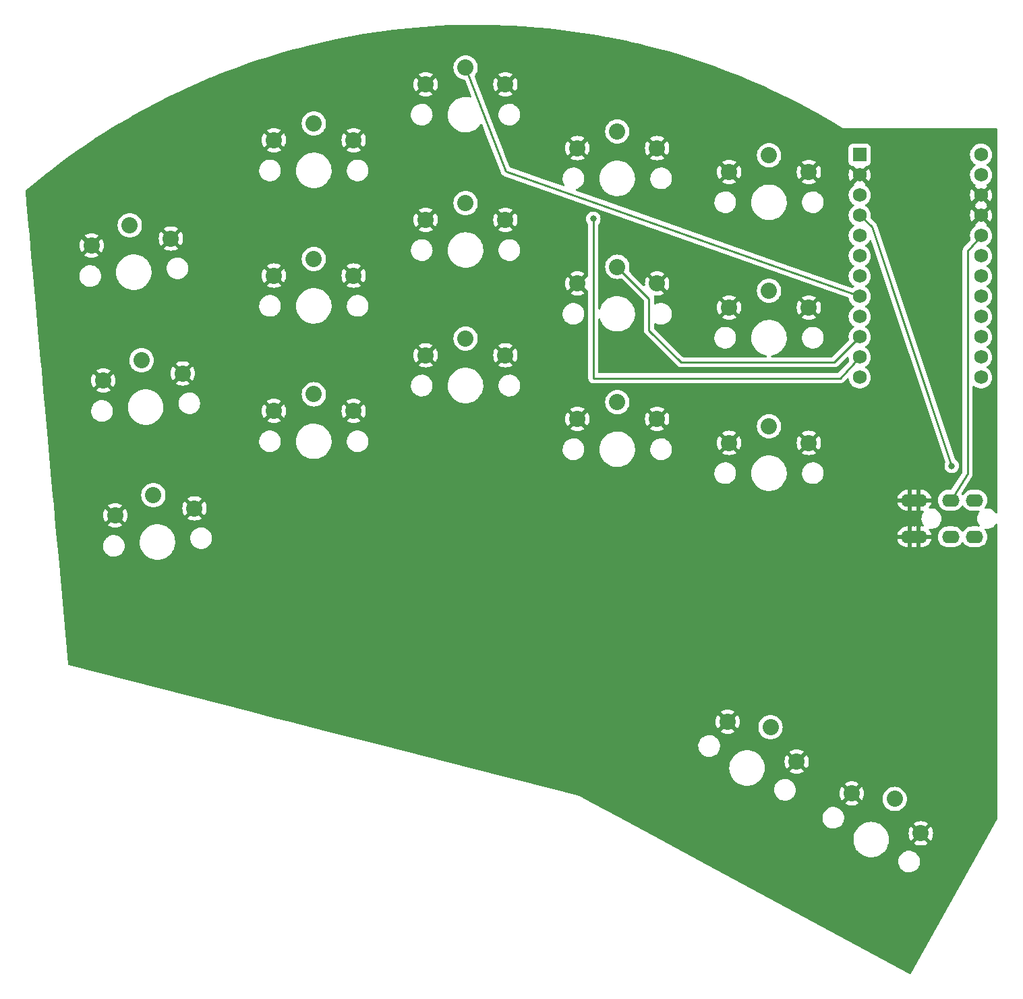
<source format=gbr>
G04 #@! TF.GenerationSoftware,KiCad,Pcbnew,(6.0.0-0)*
G04 #@! TF.CreationDate,2022-02-13T11:36:39-06:00*
G04 #@! TF.ProjectId,cockamamie,636f636b-616d-4616-9d69-652e6b696361,v1.0.0*
G04 #@! TF.SameCoordinates,Original*
G04 #@! TF.FileFunction,Copper,L2,Bot*
G04 #@! TF.FilePolarity,Positive*
%FSLAX46Y46*%
G04 Gerber Fmt 4.6, Leading zero omitted, Abs format (unit mm)*
G04 Created by KiCad (PCBNEW (6.0.0-0)) date 2022-02-13 11:36:39*
%MOMM*%
%LPD*%
G01*
G04 APERTURE LIST*
G04 #@! TA.AperFunction,ComponentPad*
%ADD10C,2.032000*%
G04 #@! TD*
G04 #@! TA.AperFunction,ComponentPad*
%ADD11O,2.200000X1.600000*%
G04 #@! TD*
G04 #@! TA.AperFunction,ComponentPad*
%ADD12R,1.752600X1.752600*%
G04 #@! TD*
G04 #@! TA.AperFunction,ComponentPad*
%ADD13C,1.752600*%
G04 #@! TD*
G04 #@! TA.AperFunction,ViaPad*
%ADD14C,0.800000*%
G04 #@! TD*
G04 #@! TA.AperFunction,Conductor*
%ADD15C,0.250000*%
G04 #@! TD*
G04 APERTURE END LIST*
D10*
X236457823Y-190129972D03*
X245118077Y-195129972D03*
X241837950Y-190811319D03*
X241837950Y-190811319D03*
X153926519Y-154339766D03*
X143964572Y-155211324D03*
X148762518Y-152683536D03*
X148762518Y-152683536D03*
X182960000Y-135120000D03*
X192960000Y-135120000D03*
X187960000Y-133020000D03*
X187960000Y-133020000D03*
X141001277Y-121340704D03*
X150963224Y-120469146D03*
X145799223Y-118812916D03*
X145799223Y-118812916D03*
X221060000Y-129120000D03*
X231060000Y-129120000D03*
X226060000Y-127020000D03*
X226060000Y-127020000D03*
X163910000Y-108120000D03*
X173910000Y-108120000D03*
X168910000Y-106020000D03*
X168910000Y-106020000D03*
X182960000Y-101120000D03*
X192960000Y-101120000D03*
X187960000Y-99020000D03*
X187960000Y-99020000D03*
X152444871Y-137404456D03*
X142482924Y-138276014D03*
X147280870Y-135748226D03*
X147280870Y-135748226D03*
X220869366Y-181129972D03*
X229529620Y-186129972D03*
X226249493Y-181811319D03*
X226249493Y-181811319D03*
X212010000Y-109120000D03*
X202010000Y-109120000D03*
X207010000Y-107020000D03*
X207010000Y-107020000D03*
X221060000Y-112120000D03*
X231060000Y-112120000D03*
X226060000Y-110020000D03*
X226060000Y-110020000D03*
X182960000Y-118120000D03*
X192960000Y-118120000D03*
X187960000Y-116020000D03*
X187960000Y-116020000D03*
X163910000Y-142120000D03*
X173910000Y-142120000D03*
X168910000Y-140020000D03*
X168910000Y-140020000D03*
D11*
X243760000Y-157920000D03*
X243760000Y-153320000D03*
X244860000Y-153320000D03*
X244860000Y-157920000D03*
X248860000Y-157920000D03*
X248860000Y-153320000D03*
X251860000Y-153320000D03*
X251860000Y-157920000D03*
D10*
X231060000Y-146120000D03*
X221060000Y-146120000D03*
X226060000Y-144020000D03*
X226060000Y-144020000D03*
X212010000Y-143120000D03*
X202010000Y-143120000D03*
X207010000Y-141020000D03*
X207010000Y-141020000D03*
D12*
X237440000Y-109950000D03*
D13*
X237440000Y-112490000D03*
X237440000Y-115030000D03*
X237440000Y-117570000D03*
X237440000Y-120110000D03*
X237440000Y-122650000D03*
X237440000Y-125190000D03*
X237440000Y-127730000D03*
X237440000Y-130270000D03*
X237440000Y-132810000D03*
X237440000Y-135350000D03*
X237440000Y-137890000D03*
X252680000Y-109950000D03*
X252680000Y-112490000D03*
X252680000Y-115030000D03*
X252680000Y-117570000D03*
X252680000Y-120110000D03*
X252680000Y-122650000D03*
X252680000Y-125190000D03*
X252680000Y-127730000D03*
X252680000Y-130270000D03*
X252680000Y-132810000D03*
X252680000Y-135350000D03*
X252680000Y-137890000D03*
D10*
X173910000Y-125120000D03*
X163910000Y-125120000D03*
X168910000Y-123020000D03*
X168910000Y-123020000D03*
X202010000Y-126120000D03*
X212010000Y-126120000D03*
X207010000Y-124020000D03*
X207010000Y-124020000D03*
D14*
X204000000Y-118000000D03*
X249000000Y-149000000D03*
D15*
X237440000Y-127730000D02*
X193000000Y-112000000D01*
X193000000Y-112000000D02*
X187960000Y-99020000D01*
X211000000Y-132000000D02*
X211000000Y-128010000D01*
X211000000Y-128010000D02*
X207010000Y-124020000D01*
X234250000Y-136000000D02*
X215000000Y-136000000D01*
X215000000Y-136000000D02*
X211000000Y-132000000D01*
X237440000Y-132810000D02*
X234250000Y-136000000D01*
X204000000Y-138000000D02*
X204000000Y-118000000D01*
X235000000Y-138000000D02*
X204000000Y-138000000D01*
X237440000Y-135350000D02*
X235000000Y-138000000D01*
X239000000Y-119000000D02*
X237440000Y-117570000D01*
X249000000Y-149000000D02*
X239000000Y-119000000D01*
X251000000Y-122000000D02*
X251000000Y-150000000D01*
X251000000Y-150000000D02*
X248860000Y-153320000D01*
X252680000Y-120110000D02*
X251000000Y-122000000D01*
G04 #@! TA.AperFunction,Conductor*
G36*
X189898909Y-93637020D02*
G01*
X190893444Y-93652876D01*
X191732415Y-93666252D01*
X191735003Y-93666320D01*
X193044638Y-93714637D01*
X193567400Y-93733923D01*
X193570035Y-93734047D01*
X195400688Y-93839997D01*
X195403320Y-93840177D01*
X196010642Y-93888100D01*
X197231344Y-93984424D01*
X197233911Y-93984653D01*
X198318742Y-94093148D01*
X199058515Y-94167134D01*
X199061137Y-94167424D01*
X200881502Y-94388057D01*
X200884117Y-94388402D01*
X202699472Y-94647093D01*
X202702079Y-94647493D01*
X204511582Y-94944123D01*
X204514180Y-94944577D01*
X205187561Y-95069491D01*
X206317117Y-95279027D01*
X206319625Y-95279519D01*
X207153414Y-95452318D01*
X208115190Y-95651642D01*
X208117767Y-95652204D01*
X208951206Y-95843209D01*
X209905141Y-96061829D01*
X209907670Y-96062437D01*
X210737391Y-96270963D01*
X211686063Y-96509384D01*
X211688610Y-96510053D01*
X213457285Y-96994137D01*
X213459748Y-96994839D01*
X215217905Y-97515842D01*
X215220389Y-97516606D01*
X215379883Y-97567525D01*
X216967186Y-98074276D01*
X216969691Y-98075104D01*
X218704499Y-98669241D01*
X218706985Y-98670122D01*
X219022769Y-98785712D01*
X220428913Y-99300420D01*
X220431338Y-99301336D01*
X222024493Y-99922617D01*
X222139736Y-99967558D01*
X222142180Y-99968541D01*
X223836267Y-100670381D01*
X223838656Y-100671400D01*
X224239511Y-100847389D01*
X225517677Y-101408549D01*
X225520081Y-101409635D01*
X226302782Y-101772995D01*
X227183306Y-102181769D01*
X227185638Y-102182882D01*
X228832328Y-102989660D01*
X228834589Y-102990797D01*
X230172725Y-103681506D01*
X230464060Y-103831885D01*
X230466391Y-103833119D01*
X232077853Y-104708107D01*
X232080158Y-104709390D01*
X233672954Y-105617921D01*
X233675231Y-105619252D01*
X233806904Y-105698056D01*
X235204392Y-106534431D01*
X235222880Y-106547920D01*
X235234365Y-106558018D01*
X235238352Y-106559879D01*
X235241709Y-106562731D01*
X235249904Y-106566388D01*
X235303224Y-106590182D01*
X235305116Y-106591046D01*
X235366221Y-106619571D01*
X235370577Y-106620239D01*
X235374592Y-106622031D01*
X235421980Y-106628480D01*
X235441330Y-106631114D01*
X235443408Y-106631415D01*
X235476734Y-106636528D01*
X235480174Y-106636521D01*
X235484097Y-106636935D01*
X235499727Y-106639062D01*
X235518777Y-106641654D01*
X235527649Y-106640320D01*
X235527656Y-106640320D01*
X235544828Y-106637738D01*
X235563281Y-106636338D01*
X250757574Y-106602850D01*
X254575028Y-106594437D01*
X254643193Y-106614289D01*
X254689804Y-106667842D01*
X254701306Y-106720349D01*
X254717044Y-129201066D01*
X254734995Y-154842534D01*
X254734995Y-154842881D01*
X254715041Y-154911016D01*
X254661418Y-154957546D01*
X254591151Y-154967699D01*
X254526549Y-154938251D01*
X254509033Y-154919673D01*
X254393539Y-154769159D01*
X254393535Y-154769155D01*
X254390123Y-154764708D01*
X254223964Y-154613515D01*
X254219217Y-154610537D01*
X254219214Y-154610535D01*
X254038405Y-154497115D01*
X254033656Y-154494136D01*
X253825217Y-154410344D01*
X253605233Y-154364787D01*
X253600622Y-154364521D01*
X253600621Y-154364521D01*
X253550048Y-154361605D01*
X253550044Y-154361605D01*
X253548225Y-154361500D01*
X253403001Y-154361500D01*
X253400214Y-154361749D01*
X253400208Y-154361749D01*
X253355671Y-154365724D01*
X253271222Y-154373261D01*
X253201594Y-154359394D01*
X253150515Y-154310084D01*
X253134204Y-154240986D01*
X253157840Y-154174039D01*
X253162697Y-154167801D01*
X253166198Y-154164300D01*
X253169350Y-154159799D01*
X253169353Y-154159795D01*
X253247653Y-154047970D01*
X253297523Y-153976749D01*
X253299846Y-153971767D01*
X253299849Y-153971762D01*
X253391961Y-153774225D01*
X253391961Y-153774224D01*
X253394284Y-153769243D01*
X253442970Y-153587548D01*
X253452119Y-153553402D01*
X253452119Y-153553400D01*
X253453543Y-153548087D01*
X253473498Y-153320000D01*
X253453543Y-153091913D01*
X253443244Y-153053478D01*
X253395707Y-152876067D01*
X253395706Y-152876065D01*
X253394284Y-152870757D01*
X253306982Y-152683536D01*
X253299849Y-152668238D01*
X253299846Y-152668233D01*
X253297523Y-152663251D01*
X253166198Y-152475700D01*
X253004300Y-152313802D01*
X252999792Y-152310645D01*
X252999789Y-152310643D01*
X252864332Y-152215795D01*
X252816749Y-152182477D01*
X252811767Y-152180154D01*
X252811762Y-152180151D01*
X252614225Y-152088039D01*
X252614224Y-152088039D01*
X252609243Y-152085716D01*
X252603935Y-152084294D01*
X252603933Y-152084293D01*
X252393402Y-152027881D01*
X252393400Y-152027881D01*
X252388087Y-152026457D01*
X252288520Y-152017746D01*
X252219851Y-152011738D01*
X252219844Y-152011738D01*
X252217127Y-152011500D01*
X251502873Y-152011500D01*
X251500156Y-152011738D01*
X251500149Y-152011738D01*
X251431480Y-152017746D01*
X251331913Y-152026457D01*
X251326600Y-152027881D01*
X251326598Y-152027881D01*
X251116067Y-152084293D01*
X251116065Y-152084294D01*
X251110757Y-152085716D01*
X251105776Y-152088039D01*
X251105775Y-152088039D01*
X250908238Y-152180151D01*
X250908233Y-152180154D01*
X250903251Y-152182477D01*
X250855668Y-152215795D01*
X250720211Y-152310643D01*
X250720208Y-152310645D01*
X250715700Y-152313802D01*
X250553802Y-152475700D01*
X250550645Y-152480208D01*
X250550643Y-152480211D01*
X250463213Y-152605074D01*
X250407756Y-152649402D01*
X250337136Y-152656711D01*
X250273776Y-152624680D01*
X250256787Y-152605074D01*
X250210455Y-152538905D01*
X250187767Y-152471631D01*
X250207763Y-152398370D01*
X251495039Y-150401289D01*
X251509090Y-150383304D01*
X251511158Y-150381102D01*
X251511160Y-150381100D01*
X251516586Y-150375321D01*
X251542346Y-150328463D01*
X251546853Y-150320904D01*
X251551918Y-150313046D01*
X251551920Y-150313043D01*
X251554063Y-150309718D01*
X251562138Y-150292867D01*
X251565344Y-150286630D01*
X251589874Y-150242011D01*
X251589875Y-150242009D01*
X251593695Y-150235060D01*
X251595668Y-150227376D01*
X251598583Y-150220012D01*
X251598596Y-150220017D01*
X251599956Y-150216283D01*
X251599943Y-150216279D01*
X251602448Y-150208752D01*
X251605873Y-150201605D01*
X251617307Y-150143888D01*
X251618863Y-150137039D01*
X251631529Y-150087709D01*
X251631530Y-150087705D01*
X251633500Y-150080030D01*
X251633500Y-150072103D01*
X251634493Y-150064240D01*
X251634506Y-150064242D01*
X251634895Y-150060281D01*
X251634882Y-150060280D01*
X251635436Y-150052372D01*
X251636976Y-150044596D01*
X251633696Y-149985838D01*
X251633500Y-149978815D01*
X251633500Y-139089490D01*
X251653502Y-139021369D01*
X251707158Y-138974876D01*
X251777432Y-138964772D01*
X251839984Y-138992545D01*
X251882989Y-139028249D01*
X251887441Y-139030851D01*
X251887446Y-139030854D01*
X252035523Y-139117383D01*
X252079597Y-139143138D01*
X252292329Y-139224372D01*
X252297395Y-139225403D01*
X252297396Y-139225403D01*
X252349630Y-139236030D01*
X252515472Y-139269771D01*
X252643288Y-139274458D01*
X252737870Y-139277927D01*
X252737875Y-139277927D01*
X252743034Y-139278116D01*
X252748154Y-139277460D01*
X252748156Y-139277460D01*
X252845996Y-139264926D01*
X252968903Y-139249181D01*
X252973852Y-139247696D01*
X252973858Y-139247695D01*
X253107250Y-139207675D01*
X253187013Y-139183745D01*
X253210051Y-139172459D01*
X253375336Y-139091486D01*
X253391507Y-139083564D01*
X253395711Y-139080566D01*
X253395715Y-139080563D01*
X253473683Y-139024949D01*
X253576893Y-138951330D01*
X253738193Y-138790592D01*
X253743764Y-138782840D01*
X253868055Y-138609869D01*
X253871073Y-138605669D01*
X253875979Y-138595744D01*
X253969673Y-138406168D01*
X253969674Y-138406166D01*
X253971967Y-138401526D01*
X254038164Y-138183646D01*
X254040465Y-138166166D01*
X254067450Y-137961201D01*
X254067451Y-137961194D01*
X254067887Y-137957879D01*
X254069546Y-137890000D01*
X254057967Y-137749168D01*
X254051311Y-137668202D01*
X254051310Y-137668196D01*
X254050887Y-137663051D01*
X253995413Y-137442197D01*
X253984574Y-137417268D01*
X253906672Y-137238106D01*
X253906670Y-137238103D01*
X253904612Y-137233369D01*
X253780923Y-137042175D01*
X253627668Y-136873750D01*
X253448963Y-136732618D01*
X253442335Y-136728959D01*
X253441651Y-136728269D01*
X253440131Y-136727259D01*
X253440339Y-136726945D01*
X253392363Y-136678533D01*
X253377585Y-136609091D01*
X253402696Y-136542684D01*
X253430054Y-136516069D01*
X253572689Y-136414329D01*
X253572691Y-136414327D01*
X253576893Y-136411330D01*
X253738193Y-136250592D01*
X253763074Y-136215967D01*
X253868055Y-136069869D01*
X253871073Y-136065669D01*
X253881314Y-136044949D01*
X253969673Y-135866168D01*
X253969674Y-135866166D01*
X253971967Y-135861526D01*
X254038164Y-135643646D01*
X254044309Y-135596971D01*
X254067450Y-135421201D01*
X254067451Y-135421194D01*
X254067887Y-135417879D01*
X254069546Y-135350000D01*
X254057767Y-135206732D01*
X254051311Y-135128202D01*
X254051310Y-135128196D01*
X254050887Y-135123051D01*
X253995413Y-134902197D01*
X253988886Y-134887185D01*
X253906672Y-134698106D01*
X253906670Y-134698103D01*
X253904612Y-134693369D01*
X253780923Y-134502175D01*
X253627668Y-134333750D01*
X253448963Y-134192618D01*
X253442335Y-134188959D01*
X253441651Y-134188269D01*
X253440131Y-134187259D01*
X253440339Y-134186945D01*
X253392363Y-134138533D01*
X253377585Y-134069091D01*
X253402696Y-134002684D01*
X253430054Y-133976069D01*
X253572689Y-133874329D01*
X253572691Y-133874327D01*
X253576893Y-133871330D01*
X253738193Y-133710592D01*
X253793098Y-133634184D01*
X253868055Y-133529869D01*
X253871073Y-133525669D01*
X253902055Y-133462983D01*
X253969673Y-133326168D01*
X253969674Y-133326166D01*
X253971967Y-133321526D01*
X254038164Y-133103646D01*
X254048527Y-133024930D01*
X254067450Y-132881201D01*
X254067451Y-132881194D01*
X254067887Y-132877879D01*
X254068428Y-132855732D01*
X254069464Y-132813365D01*
X254069464Y-132813360D01*
X254069546Y-132810000D01*
X254062179Y-132720393D01*
X254051311Y-132588202D01*
X254051310Y-132588196D01*
X254050887Y-132583051D01*
X254000137Y-132381004D01*
X253996672Y-132367208D01*
X253996671Y-132367204D01*
X253995413Y-132362197D01*
X253991548Y-132353307D01*
X253906672Y-132158106D01*
X253906670Y-132158103D01*
X253904612Y-132153369D01*
X253811497Y-132009435D01*
X253783731Y-131966515D01*
X253783729Y-131966512D01*
X253780923Y-131962175D01*
X253627668Y-131793750D01*
X253448963Y-131652618D01*
X253442335Y-131648959D01*
X253441651Y-131648269D01*
X253440131Y-131647259D01*
X253440339Y-131646945D01*
X253392363Y-131598533D01*
X253377585Y-131529091D01*
X253402696Y-131462684D01*
X253430054Y-131436069D01*
X253572689Y-131334329D01*
X253572691Y-131334327D01*
X253576893Y-131331330D01*
X253738193Y-131170592D01*
X253744379Y-131161984D01*
X253868055Y-130989869D01*
X253871073Y-130985669D01*
X253874080Y-130979586D01*
X253969673Y-130786168D01*
X253969674Y-130786166D01*
X253971967Y-130781526D01*
X254034700Y-130575047D01*
X254036662Y-130568590D01*
X254036662Y-130568589D01*
X254038164Y-130563646D01*
X254040086Y-130549050D01*
X254067450Y-130341201D01*
X254067451Y-130341194D01*
X254067887Y-130337879D01*
X254069322Y-130279175D01*
X254069464Y-130273365D01*
X254069464Y-130273360D01*
X254069546Y-130270000D01*
X254062179Y-130180393D01*
X254051311Y-130048202D01*
X254051310Y-130048196D01*
X254050887Y-130043051D01*
X254009307Y-129877511D01*
X253996672Y-129827208D01*
X253996671Y-129827204D01*
X253995413Y-129822197D01*
X253989869Y-129809447D01*
X253906672Y-129618106D01*
X253906670Y-129618103D01*
X253904612Y-129613369D01*
X253802079Y-129454877D01*
X253783731Y-129426515D01*
X253783729Y-129426512D01*
X253780923Y-129422175D01*
X253627668Y-129253750D01*
X253448963Y-129112618D01*
X253442335Y-129108959D01*
X253441651Y-129108269D01*
X253440131Y-129107259D01*
X253440339Y-129106945D01*
X253392363Y-129058533D01*
X253377585Y-128989091D01*
X253402696Y-128922684D01*
X253430054Y-128896069D01*
X253572689Y-128794329D01*
X253572691Y-128794327D01*
X253576893Y-128791330D01*
X253738193Y-128630592D01*
X253788326Y-128560825D01*
X253868055Y-128449869D01*
X253871073Y-128445669D01*
X253892679Y-128401954D01*
X253969673Y-128246168D01*
X253969674Y-128246166D01*
X253971967Y-128241526D01*
X254038164Y-128023646D01*
X254041272Y-128000042D01*
X254067450Y-127801201D01*
X254067451Y-127801194D01*
X254067887Y-127797879D01*
X254067969Y-127794527D01*
X254069464Y-127733365D01*
X254069464Y-127733360D01*
X254069546Y-127730000D01*
X254061347Y-127630280D01*
X254051311Y-127508202D01*
X254051310Y-127508196D01*
X254050887Y-127503051D01*
X254013692Y-127354969D01*
X253996672Y-127287208D01*
X253996671Y-127287204D01*
X253995413Y-127282197D01*
X253943143Y-127161984D01*
X253906672Y-127078106D01*
X253906670Y-127078103D01*
X253904612Y-127073369D01*
X253824459Y-126949472D01*
X253783731Y-126886515D01*
X253783729Y-126886512D01*
X253780923Y-126882175D01*
X253627668Y-126713750D01*
X253448963Y-126572618D01*
X253442335Y-126568959D01*
X253441651Y-126568269D01*
X253440131Y-126567259D01*
X253440339Y-126566945D01*
X253392363Y-126518533D01*
X253377585Y-126449091D01*
X253402696Y-126382684D01*
X253430054Y-126356069D01*
X253572689Y-126254329D01*
X253572691Y-126254327D01*
X253576893Y-126251330D01*
X253738193Y-126090592D01*
X253871073Y-125905669D01*
X253880898Y-125885791D01*
X253969673Y-125706168D01*
X253969674Y-125706166D01*
X253971967Y-125701526D01*
X254025145Y-125526497D01*
X254036662Y-125488590D01*
X254036662Y-125488589D01*
X254038164Y-125483646D01*
X254051226Y-125384434D01*
X254067450Y-125261201D01*
X254067451Y-125261194D01*
X254067887Y-125257879D01*
X254068339Y-125239375D01*
X254069464Y-125193365D01*
X254069464Y-125193360D01*
X254069546Y-125190000D01*
X254056835Y-125035391D01*
X254051311Y-124968202D01*
X254051310Y-124968196D01*
X254050887Y-124963051D01*
X253995413Y-124742197D01*
X253985097Y-124718472D01*
X253906672Y-124538106D01*
X253906670Y-124538103D01*
X253904612Y-124533369D01*
X253796319Y-124365973D01*
X253783731Y-124346515D01*
X253783729Y-124346512D01*
X253780923Y-124342175D01*
X253627668Y-124173750D01*
X253448963Y-124032618D01*
X253442335Y-124028959D01*
X253441651Y-124028269D01*
X253440131Y-124027259D01*
X253440339Y-124026945D01*
X253392363Y-123978533D01*
X253377585Y-123909091D01*
X253402696Y-123842684D01*
X253430054Y-123816069D01*
X253572689Y-123714329D01*
X253572691Y-123714327D01*
X253576893Y-123711330D01*
X253738193Y-123550592D01*
X253757993Y-123523038D01*
X253868055Y-123369869D01*
X253871073Y-123365669D01*
X253875924Y-123355855D01*
X253969673Y-123166168D01*
X253969674Y-123166166D01*
X253971967Y-123161526D01*
X254038164Y-122943646D01*
X254040894Y-122922913D01*
X254067450Y-122721201D01*
X254067451Y-122721194D01*
X254067887Y-122717879D01*
X254068319Y-122700211D01*
X254069464Y-122653365D01*
X254069464Y-122653360D01*
X254069546Y-122650000D01*
X254060911Y-122544972D01*
X254051311Y-122428202D01*
X254051310Y-122428196D01*
X254050887Y-122423051D01*
X253999400Y-122218070D01*
X253996672Y-122207208D01*
X253996671Y-122207204D01*
X253995413Y-122202197D01*
X253993354Y-122197461D01*
X253906672Y-121998106D01*
X253906670Y-121998103D01*
X253904612Y-121993369D01*
X253800951Y-121833134D01*
X253783731Y-121806515D01*
X253783729Y-121806512D01*
X253780923Y-121802175D01*
X253627668Y-121633750D01*
X253448963Y-121492618D01*
X253442335Y-121488959D01*
X253441651Y-121488269D01*
X253440131Y-121487259D01*
X253440339Y-121486945D01*
X253392363Y-121438533D01*
X253377585Y-121369091D01*
X253402696Y-121302684D01*
X253430054Y-121276069D01*
X253572689Y-121174329D01*
X253572691Y-121174327D01*
X253576893Y-121171330D01*
X253738193Y-121010592D01*
X253871073Y-120825669D01*
X253907200Y-120752573D01*
X253969673Y-120626168D01*
X253969674Y-120626166D01*
X253971967Y-120621526D01*
X254038164Y-120403646D01*
X254043339Y-120364339D01*
X254067450Y-120181201D01*
X254067451Y-120181194D01*
X254067887Y-120177879D01*
X254067969Y-120174527D01*
X254069464Y-120113365D01*
X254069464Y-120113360D01*
X254069546Y-120110000D01*
X254052071Y-119897447D01*
X254051311Y-119888202D01*
X254051310Y-119888196D01*
X254050887Y-119883051D01*
X254008029Y-119712424D01*
X253996672Y-119667208D01*
X253996671Y-119667204D01*
X253995413Y-119662197D01*
X253993354Y-119657461D01*
X253906672Y-119458106D01*
X253906670Y-119458103D01*
X253904612Y-119453369D01*
X253780923Y-119262175D01*
X253627668Y-119093750D01*
X253448963Y-118952618D01*
X253441849Y-118948691D01*
X253441006Y-118947840D01*
X253440131Y-118947259D01*
X253440251Y-118947078D01*
X253391876Y-118898261D01*
X253377100Y-118828819D01*
X253402214Y-118762413D01*
X253429568Y-118735802D01*
X253448103Y-118722581D01*
X253456504Y-118711881D01*
X253449515Y-118698725D01*
X252692812Y-117942022D01*
X252678868Y-117934408D01*
X252677035Y-117934539D01*
X252670420Y-117938790D01*
X251907510Y-118701700D01*
X251900750Y-118714080D01*
X251906031Y-118721134D01*
X251920698Y-118729705D01*
X251969422Y-118781343D01*
X251982493Y-118851126D01*
X251955762Y-118916898D01*
X251932781Y-118939253D01*
X251776022Y-119056951D01*
X251757444Y-119070900D01*
X251753872Y-119074638D01*
X251610336Y-119224840D01*
X251600120Y-119235530D01*
X251597206Y-119239802D01*
X251597205Y-119239803D01*
X251525928Y-119344292D01*
X251471797Y-119423645D01*
X251375921Y-119630192D01*
X251315067Y-119849625D01*
X251290869Y-120076050D01*
X251291166Y-120081202D01*
X251291166Y-120081206D01*
X251295824Y-120161984D01*
X251303977Y-120303387D01*
X251305112Y-120308424D01*
X251305113Y-120308430D01*
X251342000Y-120472111D01*
X251354039Y-120525531D01*
X251355988Y-120530330D01*
X251358751Y-120537135D01*
X251365848Y-120607776D01*
X251336183Y-120668249D01*
X250949015Y-121103814D01*
X250533398Y-121571383D01*
X250531074Y-121573926D01*
X250522260Y-121583312D01*
X250483414Y-121624679D01*
X250479597Y-121631623D01*
X250479595Y-121631625D01*
X250462857Y-121662070D01*
X250456367Y-121672612D01*
X250436733Y-121701252D01*
X250436731Y-121701256D01*
X250432248Y-121707795D01*
X250429534Y-121715239D01*
X250429532Y-121715242D01*
X250424775Y-121728289D01*
X250416814Y-121745824D01*
X250412467Y-121753732D01*
X250406305Y-121764940D01*
X250404333Y-121772619D01*
X250404331Y-121772625D01*
X250395694Y-121806264D01*
X250392029Y-121818093D01*
X250380132Y-121850720D01*
X250380131Y-121850724D01*
X250377416Y-121858170D01*
X250376638Y-121866061D01*
X250375275Y-121879875D01*
X250371925Y-121898841D01*
X250366500Y-121919970D01*
X250366500Y-121962639D01*
X250365891Y-121975008D01*
X250363613Y-121998106D01*
X250361704Y-122017455D01*
X250362912Y-122025288D01*
X250362912Y-122025291D01*
X250365028Y-122039010D01*
X250366500Y-122058213D01*
X250366500Y-149776433D01*
X250346405Y-149844697D01*
X248986945Y-151953764D01*
X248933227Y-152000185D01*
X248881040Y-152011500D01*
X248502873Y-152011500D01*
X248500156Y-152011738D01*
X248500149Y-152011738D01*
X248431480Y-152017746D01*
X248331913Y-152026457D01*
X248326600Y-152027881D01*
X248326598Y-152027881D01*
X248116067Y-152084293D01*
X248116065Y-152084294D01*
X248110757Y-152085716D01*
X248105776Y-152088039D01*
X248105775Y-152088039D01*
X247908238Y-152180151D01*
X247908233Y-152180154D01*
X247903251Y-152182477D01*
X247855668Y-152215795D01*
X247720211Y-152310643D01*
X247720208Y-152310645D01*
X247715700Y-152313802D01*
X247553802Y-152475700D01*
X247422477Y-152663251D01*
X247420154Y-152668233D01*
X247420151Y-152668238D01*
X247413018Y-152683536D01*
X247325716Y-152870757D01*
X247324294Y-152876065D01*
X247324293Y-152876067D01*
X247276756Y-153053478D01*
X247266457Y-153091913D01*
X247246502Y-153320000D01*
X247266457Y-153548087D01*
X247267881Y-153553400D01*
X247267881Y-153553402D01*
X247277031Y-153587548D01*
X247325716Y-153769243D01*
X247328039Y-153774224D01*
X247328039Y-153774225D01*
X247420151Y-153971762D01*
X247420154Y-153971767D01*
X247422477Y-153976749D01*
X247472347Y-154047970D01*
X247536129Y-154139060D01*
X247553802Y-154164300D01*
X247715700Y-154326198D01*
X247720208Y-154329355D01*
X247720211Y-154329357D01*
X247772149Y-154365724D01*
X247903251Y-154457523D01*
X247908233Y-154459846D01*
X247908238Y-154459849D01*
X248063779Y-154532378D01*
X248110757Y-154554284D01*
X248116065Y-154555706D01*
X248116067Y-154555707D01*
X248326598Y-154612119D01*
X248326600Y-154612119D01*
X248331913Y-154613543D01*
X248430120Y-154622135D01*
X248500149Y-154628262D01*
X248500156Y-154628262D01*
X248502873Y-154628500D01*
X249217127Y-154628500D01*
X249219844Y-154628262D01*
X249219851Y-154628262D01*
X249289880Y-154622135D01*
X249388087Y-154613543D01*
X249393400Y-154612119D01*
X249393402Y-154612119D01*
X249603933Y-154555707D01*
X249603935Y-154555706D01*
X249609243Y-154554284D01*
X249656221Y-154532378D01*
X249811762Y-154459849D01*
X249811767Y-154459846D01*
X249816749Y-154457523D01*
X249947851Y-154365724D01*
X249999789Y-154329357D01*
X249999792Y-154329355D01*
X250004300Y-154326198D01*
X250166198Y-154164300D01*
X250183872Y-154139060D01*
X250256787Y-154034926D01*
X250312244Y-153990598D01*
X250382864Y-153983289D01*
X250446224Y-154015320D01*
X250463213Y-154034926D01*
X250536129Y-154139060D01*
X250553802Y-154164300D01*
X250715700Y-154326198D01*
X250720208Y-154329355D01*
X250720211Y-154329357D01*
X250772149Y-154365724D01*
X250903251Y-154457523D01*
X250908233Y-154459846D01*
X250908238Y-154459849D01*
X251063779Y-154532378D01*
X251110757Y-154554284D01*
X251116065Y-154555706D01*
X251116067Y-154555707D01*
X251326598Y-154612119D01*
X251326600Y-154612119D01*
X251331913Y-154613543D01*
X251430120Y-154622135D01*
X251500149Y-154628262D01*
X251500156Y-154628262D01*
X251502873Y-154628500D01*
X252217127Y-154628500D01*
X252219842Y-154628262D01*
X252219853Y-154628262D01*
X252373963Y-154614779D01*
X252443567Y-154628768D01*
X252494560Y-154678168D01*
X252510750Y-154747294D01*
X252482863Y-154819596D01*
X252481912Y-154820770D01*
X252478008Y-154824799D01*
X252352710Y-155011262D01*
X252262412Y-155216967D01*
X252209968Y-155435411D01*
X252205121Y-155519475D01*
X252202111Y-155571692D01*
X252197037Y-155659690D01*
X252224025Y-155882715D01*
X252290082Y-156097435D01*
X252292652Y-156102415D01*
X252292654Y-156102419D01*
X252357852Y-156228738D01*
X252393118Y-156297064D01*
X252396534Y-156301516D01*
X252396536Y-156301519D01*
X252490097Y-156423450D01*
X252515698Y-156489670D01*
X252501433Y-156559219D01*
X252451832Y-156610015D01*
X252379154Y-156625675D01*
X252219853Y-156611738D01*
X252219842Y-156611738D01*
X252217127Y-156611500D01*
X251502873Y-156611500D01*
X251500156Y-156611738D01*
X251500149Y-156611738D01*
X251431480Y-156617746D01*
X251331913Y-156626457D01*
X251326600Y-156627881D01*
X251326598Y-156627881D01*
X251116067Y-156684293D01*
X251116065Y-156684294D01*
X251110757Y-156685716D01*
X251105776Y-156688039D01*
X251105775Y-156688039D01*
X250908238Y-156780151D01*
X250908233Y-156780154D01*
X250903251Y-156782477D01*
X250866512Y-156808202D01*
X250720211Y-156910643D01*
X250720208Y-156910645D01*
X250715700Y-156913802D01*
X250553802Y-157075700D01*
X250550647Y-157080206D01*
X250550643Y-157080211D01*
X250463213Y-157205074D01*
X250407756Y-157249402D01*
X250337136Y-157256711D01*
X250273776Y-157224680D01*
X250256787Y-157205074D01*
X250169357Y-157080211D01*
X250169353Y-157080206D01*
X250166198Y-157075700D01*
X250004300Y-156913802D01*
X249999792Y-156910645D01*
X249999789Y-156910643D01*
X249853488Y-156808202D01*
X249816749Y-156782477D01*
X249811767Y-156780154D01*
X249811762Y-156780151D01*
X249614225Y-156688039D01*
X249614224Y-156688039D01*
X249609243Y-156685716D01*
X249603935Y-156684294D01*
X249603933Y-156684293D01*
X249393402Y-156627881D01*
X249393400Y-156627881D01*
X249388087Y-156626457D01*
X249288520Y-156617746D01*
X249219851Y-156611738D01*
X249219844Y-156611738D01*
X249217127Y-156611500D01*
X248502873Y-156611500D01*
X248500156Y-156611738D01*
X248500149Y-156611738D01*
X248431480Y-156617746D01*
X248331913Y-156626457D01*
X248326600Y-156627881D01*
X248326598Y-156627881D01*
X248116067Y-156684293D01*
X248116065Y-156684294D01*
X248110757Y-156685716D01*
X248105776Y-156688039D01*
X248105775Y-156688039D01*
X247908238Y-156780151D01*
X247908233Y-156780154D01*
X247903251Y-156782477D01*
X247866512Y-156808202D01*
X247720211Y-156910643D01*
X247720208Y-156910645D01*
X247715700Y-156913802D01*
X247553802Y-157075700D01*
X247550647Y-157080206D01*
X247550643Y-157080211D01*
X247534241Y-157103636D01*
X247422477Y-157263251D01*
X247420154Y-157268233D01*
X247420151Y-157268238D01*
X247328039Y-157465775D01*
X247325716Y-157470757D01*
X247324294Y-157476065D01*
X247324293Y-157476067D01*
X247269117Y-157681987D01*
X247266457Y-157691913D01*
X247246502Y-157920000D01*
X247266457Y-158148087D01*
X247267881Y-158153400D01*
X247267881Y-158153402D01*
X247311779Y-158317228D01*
X247325716Y-158369243D01*
X247328039Y-158374224D01*
X247328039Y-158374225D01*
X247420151Y-158571762D01*
X247420154Y-158571767D01*
X247422477Y-158576749D01*
X247553802Y-158764300D01*
X247715700Y-158926198D01*
X247720208Y-158929355D01*
X247720211Y-158929357D01*
X247779525Y-158970889D01*
X247903251Y-159057523D01*
X247908233Y-159059846D01*
X247908238Y-159059849D01*
X248104765Y-159151490D01*
X248110757Y-159154284D01*
X248116065Y-159155706D01*
X248116067Y-159155707D01*
X248326598Y-159212119D01*
X248326600Y-159212119D01*
X248331913Y-159213543D01*
X248430120Y-159222135D01*
X248500149Y-159228262D01*
X248500156Y-159228262D01*
X248502873Y-159228500D01*
X249217127Y-159228500D01*
X249219844Y-159228262D01*
X249219851Y-159228262D01*
X249289880Y-159222135D01*
X249388087Y-159213543D01*
X249393400Y-159212119D01*
X249393402Y-159212119D01*
X249603933Y-159155707D01*
X249603935Y-159155706D01*
X249609243Y-159154284D01*
X249615235Y-159151490D01*
X249811762Y-159059849D01*
X249811767Y-159059846D01*
X249816749Y-159057523D01*
X249940475Y-158970889D01*
X249999789Y-158929357D01*
X249999792Y-158929355D01*
X250004300Y-158926198D01*
X250166198Y-158764300D01*
X250181553Y-158742372D01*
X250256787Y-158634926D01*
X250312244Y-158590598D01*
X250382864Y-158583289D01*
X250446224Y-158615320D01*
X250463213Y-158634926D01*
X250538448Y-158742372D01*
X250553802Y-158764300D01*
X250715700Y-158926198D01*
X250720208Y-158929355D01*
X250720211Y-158929357D01*
X250779525Y-158970889D01*
X250903251Y-159057523D01*
X250908233Y-159059846D01*
X250908238Y-159059849D01*
X251104765Y-159151490D01*
X251110757Y-159154284D01*
X251116065Y-159155706D01*
X251116067Y-159155707D01*
X251326598Y-159212119D01*
X251326600Y-159212119D01*
X251331913Y-159213543D01*
X251430120Y-159222135D01*
X251500149Y-159228262D01*
X251500156Y-159228262D01*
X251502873Y-159228500D01*
X252217127Y-159228500D01*
X252219844Y-159228262D01*
X252219851Y-159228262D01*
X252289880Y-159222135D01*
X252388087Y-159213543D01*
X252393400Y-159212119D01*
X252393402Y-159212119D01*
X252603933Y-159155707D01*
X252603935Y-159155706D01*
X252609243Y-159154284D01*
X252615235Y-159151490D01*
X252811762Y-159059849D01*
X252811767Y-159059846D01*
X252816749Y-159057523D01*
X252940475Y-158970889D01*
X252999789Y-158929357D01*
X252999792Y-158929355D01*
X253004300Y-158926198D01*
X253166198Y-158764300D01*
X253297523Y-158576749D01*
X253299846Y-158571767D01*
X253299849Y-158571762D01*
X253391961Y-158374225D01*
X253391961Y-158374224D01*
X253394284Y-158369243D01*
X253408222Y-158317228D01*
X253452119Y-158153402D01*
X253452119Y-158153400D01*
X253453543Y-158148087D01*
X253473498Y-157920000D01*
X253453543Y-157691913D01*
X253450883Y-157681987D01*
X253395707Y-157476067D01*
X253395706Y-157476065D01*
X253394284Y-157470757D01*
X253391961Y-157465775D01*
X253299849Y-157268238D01*
X253299846Y-157268233D01*
X253297523Y-157263251D01*
X253166198Y-157075700D01*
X253163590Y-157073092D01*
X253135350Y-157008566D01*
X253146567Y-156938461D01*
X253193905Y-156885549D01*
X253262334Y-156866630D01*
X253285884Y-156869232D01*
X253314767Y-156875213D01*
X253319378Y-156875479D01*
X253319379Y-156875479D01*
X253369952Y-156878395D01*
X253369956Y-156878395D01*
X253371775Y-156878500D01*
X253516999Y-156878500D01*
X253519786Y-156878251D01*
X253519792Y-156878251D01*
X253589929Y-156871991D01*
X253683762Y-156863617D01*
X253689176Y-156862136D01*
X253689181Y-156862135D01*
X253816912Y-156827191D01*
X253900451Y-156804337D01*
X253905509Y-156801925D01*
X253905513Y-156801923D01*
X254038990Y-156738257D01*
X254103218Y-156707622D01*
X254285654Y-156576529D01*
X254433477Y-156423988D01*
X254438089Y-156419229D01*
X254438091Y-156419226D01*
X254441992Y-156415201D01*
X254505496Y-156320697D01*
X254560092Y-156275312D01*
X254630558Y-156266649D01*
X254694522Y-156297457D01*
X254731675Y-156357956D01*
X254736078Y-156390885D01*
X254757506Y-187000055D01*
X254761556Y-192784038D01*
X254761885Y-193254707D01*
X254745825Y-193316352D01*
X243864925Y-212749401D01*
X243814193Y-212799066D01*
X243744662Y-212813419D01*
X243695235Y-212798775D01*
X217346314Y-198606601D01*
X242288290Y-198606601D01*
X242296944Y-198837137D01*
X242344318Y-199062919D01*
X242429057Y-199277491D01*
X242548737Y-199474718D01*
X242552234Y-199478748D01*
X242638858Y-199578573D01*
X242699937Y-199648961D01*
X242704068Y-199652348D01*
X242874205Y-199791853D01*
X242874211Y-199791857D01*
X242878333Y-199795237D01*
X243078825Y-199909363D01*
X243083841Y-199911184D01*
X243083846Y-199911186D01*
X243290665Y-199986258D01*
X243290669Y-199986259D01*
X243295680Y-199988078D01*
X243300929Y-199989027D01*
X243300932Y-199989028D01*
X243518613Y-200028391D01*
X243518620Y-200028392D01*
X243522697Y-200029129D01*
X243540434Y-200029965D01*
X243545382Y-200030199D01*
X243545389Y-200030199D01*
X243546870Y-200030269D01*
X243709015Y-200030269D01*
X243775971Y-200024588D01*
X243875652Y-200016130D01*
X243875656Y-200016129D01*
X243880963Y-200015679D01*
X243886118Y-200014341D01*
X243886124Y-200014340D01*
X244099093Y-199959064D01*
X244099097Y-199959063D01*
X244104262Y-199957722D01*
X244109128Y-199955530D01*
X244109131Y-199955529D01*
X244309739Y-199865162D01*
X244314605Y-199862970D01*
X244319025Y-199859994D01*
X244319029Y-199859992D01*
X244420238Y-199791853D01*
X244505975Y-199734131D01*
X244672902Y-199574891D01*
X244810611Y-199389803D01*
X244865395Y-199282052D01*
X244912748Y-199188915D01*
X244912748Y-199188914D01*
X244915167Y-199184157D01*
X244954433Y-199057700D01*
X244981995Y-198968939D01*
X244981996Y-198968933D01*
X244983579Y-198963836D01*
X245013890Y-198735137D01*
X245005236Y-198504601D01*
X244957862Y-198278819D01*
X244873123Y-198064247D01*
X244766207Y-197888054D01*
X244756212Y-197871583D01*
X244756211Y-197871582D01*
X244753443Y-197867020D01*
X244666518Y-197766847D01*
X244605743Y-197696810D01*
X244605741Y-197696808D01*
X244602243Y-197692777D01*
X244560108Y-197658229D01*
X244427975Y-197549885D01*
X244427969Y-197549881D01*
X244423847Y-197546501D01*
X244223355Y-197432375D01*
X244218339Y-197430554D01*
X244218334Y-197430552D01*
X244011515Y-197355480D01*
X244011511Y-197355479D01*
X244006500Y-197353660D01*
X244001251Y-197352711D01*
X244001248Y-197352710D01*
X243783567Y-197313347D01*
X243783560Y-197313346D01*
X243779483Y-197312609D01*
X243761746Y-197311773D01*
X243756798Y-197311539D01*
X243756791Y-197311539D01*
X243755310Y-197311469D01*
X243593165Y-197311469D01*
X243526209Y-197317150D01*
X243426528Y-197325608D01*
X243426524Y-197325609D01*
X243421217Y-197326059D01*
X243416062Y-197327397D01*
X243416056Y-197327398D01*
X243203087Y-197382674D01*
X243203083Y-197382675D01*
X243197918Y-197384016D01*
X243193052Y-197386208D01*
X243193049Y-197386209D01*
X243094611Y-197430552D01*
X242987575Y-197478768D01*
X242983155Y-197481744D01*
X242983151Y-197481746D01*
X242982052Y-197482486D01*
X242796205Y-197607607D01*
X242629278Y-197766847D01*
X242626090Y-197771132D01*
X242539098Y-197888054D01*
X242491569Y-197951935D01*
X242489154Y-197956685D01*
X242393985Y-198143869D01*
X242387013Y-198157581D01*
X242352807Y-198267742D01*
X242320185Y-198372799D01*
X242320184Y-198372805D01*
X242318601Y-198377902D01*
X242288290Y-198606601D01*
X217346314Y-198606601D01*
X212446661Y-195967528D01*
X236660464Y-195967528D01*
X236660827Y-195971676D01*
X236660827Y-195971680D01*
X236663540Y-196002688D01*
X236686202Y-196261718D01*
X236687112Y-196265790D01*
X236687113Y-196265795D01*
X236738114Y-196493960D01*
X236750622Y-196549919D01*
X236852594Y-196827068D01*
X236990324Y-197088296D01*
X236992744Y-197091701D01*
X237158969Y-197325604D01*
X237158972Y-197325608D01*
X237161393Y-197329014D01*
X237164237Y-197332064D01*
X237164242Y-197332070D01*
X237256078Y-197430552D01*
X237362796Y-197544993D01*
X237590995Y-197732437D01*
X237841979Y-197888054D01*
X238111340Y-198009110D01*
X238394345Y-198093477D01*
X238398465Y-198094130D01*
X238398467Y-198094130D01*
X238682542Y-198139124D01*
X238682548Y-198139125D01*
X238686023Y-198139675D01*
X238710582Y-198140790D01*
X238776967Y-198143805D01*
X238776988Y-198143805D01*
X238778387Y-198143869D01*
X238962851Y-198143869D01*
X239182614Y-198129272D01*
X239186713Y-198128446D01*
X239186717Y-198128445D01*
X239360140Y-198093477D01*
X239472101Y-198070902D01*
X239751325Y-197974757D01*
X239921039Y-197889771D01*
X240011645Y-197844399D01*
X240011647Y-197844398D01*
X240015381Y-197842528D01*
X240259628Y-197676537D01*
X240479777Y-197479701D01*
X240518075Y-197435018D01*
X240669239Y-197258653D01*
X240669242Y-197258649D01*
X240671959Y-197255479D01*
X240674233Y-197251977D01*
X240674237Y-197251972D01*
X240830520Y-197011318D01*
X240830523Y-197011313D01*
X240832799Y-197007808D01*
X240959469Y-196741041D01*
X241049745Y-196459865D01*
X241065144Y-196374278D01*
X244238601Y-196374278D01*
X244244328Y-196381928D01*
X244419836Y-196489479D01*
X244428630Y-196493960D01*
X244641106Y-196581970D01*
X244650491Y-196585019D01*
X244874121Y-196638709D01*
X244883868Y-196640252D01*
X245113147Y-196658297D01*
X245123007Y-196658297D01*
X245352286Y-196640252D01*
X245362033Y-196638709D01*
X245585663Y-196585019D01*
X245595048Y-196581970D01*
X245807524Y-196493960D01*
X245816318Y-196489479D01*
X245988160Y-196384175D01*
X245997620Y-196373719D01*
X245993836Y-196364941D01*
X245130889Y-195501994D01*
X245116945Y-195494380D01*
X245115112Y-195494511D01*
X245108497Y-195498762D01*
X244245361Y-196361898D01*
X244238601Y-196374278D01*
X241065144Y-196374278D01*
X241067372Y-196361898D01*
X241101301Y-196173328D01*
X241101302Y-196173323D01*
X241102040Y-196169219D01*
X241115436Y-195874210D01*
X241110643Y-195819419D01*
X241090062Y-195584181D01*
X241089698Y-195580020D01*
X241088787Y-195575943D01*
X241026190Y-195295897D01*
X241026188Y-195295890D01*
X241025278Y-195291819D01*
X240967543Y-195134902D01*
X243589752Y-195134902D01*
X243607797Y-195364181D01*
X243609340Y-195373928D01*
X243663030Y-195597558D01*
X243666079Y-195606943D01*
X243754089Y-195819419D01*
X243758570Y-195828213D01*
X243863874Y-196000055D01*
X243874330Y-196009515D01*
X243883108Y-196005731D01*
X244746055Y-195142784D01*
X244752433Y-195131104D01*
X245482485Y-195131104D01*
X245482616Y-195132937D01*
X245486867Y-195139552D01*
X246350003Y-196002688D01*
X246362383Y-196009448D01*
X246370033Y-196003721D01*
X246477584Y-195828213D01*
X246482065Y-195819419D01*
X246570075Y-195606943D01*
X246573124Y-195597558D01*
X246626814Y-195373928D01*
X246628357Y-195364181D01*
X246646402Y-195134902D01*
X246646402Y-195125042D01*
X246628357Y-194895763D01*
X246626814Y-194886016D01*
X246573124Y-194662386D01*
X246570075Y-194653001D01*
X246482065Y-194440525D01*
X246477584Y-194431731D01*
X246372280Y-194259889D01*
X246361824Y-194250429D01*
X246353046Y-194254213D01*
X245490099Y-195117160D01*
X245482485Y-195131104D01*
X244752433Y-195131104D01*
X244753669Y-195128840D01*
X244753538Y-195127007D01*
X244749287Y-195120392D01*
X243886151Y-194257256D01*
X243873771Y-194250496D01*
X243866121Y-194256223D01*
X243758570Y-194431731D01*
X243754089Y-194440525D01*
X243666079Y-194653001D01*
X243663030Y-194662386D01*
X243609340Y-194886016D01*
X243607797Y-194895763D01*
X243589752Y-195125042D01*
X243589752Y-195134902D01*
X240967543Y-195134902D01*
X240923306Y-195014670D01*
X240785576Y-194753442D01*
X240720866Y-194662386D01*
X240616931Y-194516134D01*
X240616926Y-194516128D01*
X240614507Y-194512724D01*
X240611663Y-194509674D01*
X240611658Y-194509668D01*
X240415950Y-194299797D01*
X240413104Y-194296745D01*
X240184905Y-194109301D01*
X239933921Y-193953684D01*
X239783818Y-193886225D01*
X244238534Y-193886225D01*
X244242318Y-193895003D01*
X245105265Y-194757950D01*
X245119209Y-194765564D01*
X245121042Y-194765433D01*
X245127657Y-194761182D01*
X245990793Y-193898046D01*
X245997553Y-193885666D01*
X245991826Y-193878016D01*
X245816318Y-193770465D01*
X245807524Y-193765984D01*
X245595048Y-193677974D01*
X245585663Y-193674925D01*
X245362033Y-193621235D01*
X245352286Y-193619692D01*
X245123007Y-193601647D01*
X245113147Y-193601647D01*
X244883868Y-193619692D01*
X244874121Y-193621235D01*
X244650491Y-193674925D01*
X244641106Y-193677974D01*
X244428630Y-193765984D01*
X244419836Y-193770465D01*
X244247994Y-193875769D01*
X244238534Y-193886225D01*
X239783818Y-193886225D01*
X239664560Y-193832628D01*
X239381555Y-193748261D01*
X239377435Y-193747608D01*
X239377433Y-193747608D01*
X239093358Y-193702614D01*
X239093352Y-193702613D01*
X239089877Y-193702063D01*
X239065318Y-193700948D01*
X238998933Y-193697933D01*
X238998912Y-193697933D01*
X238997513Y-193697869D01*
X238813049Y-193697869D01*
X238593286Y-193712466D01*
X238589187Y-193713292D01*
X238589183Y-193713293D01*
X238446589Y-193742045D01*
X238303799Y-193770836D01*
X238024575Y-193866981D01*
X237890097Y-193934322D01*
X237809429Y-193974718D01*
X237760519Y-193999210D01*
X237516272Y-194165201D01*
X237296123Y-194362037D01*
X237293406Y-194365207D01*
X237293405Y-194365208D01*
X237164046Y-194516134D01*
X237103941Y-194586259D01*
X237101667Y-194589761D01*
X237101663Y-194589766D01*
X236945380Y-194830420D01*
X236943101Y-194833930D01*
X236816431Y-195100697D01*
X236815152Y-195104680D01*
X236815151Y-195104683D01*
X236807984Y-195127007D01*
X236726155Y-195381873D01*
X236725414Y-195385992D01*
X236691237Y-195575943D01*
X236673860Y-195672519D01*
X236660464Y-195967528D01*
X212446661Y-195967528D01*
X207135118Y-193106601D01*
X232762010Y-193106601D01*
X232770664Y-193337137D01*
X232818038Y-193562919D01*
X232819996Y-193567878D01*
X232819997Y-193567880D01*
X232840372Y-193619472D01*
X232902777Y-193777491D01*
X232973527Y-193894083D01*
X233011033Y-193955891D01*
X233022457Y-193974718D01*
X233025954Y-193978748D01*
X233141541Y-194111950D01*
X233173657Y-194148961D01*
X233193463Y-194165201D01*
X233347925Y-194291853D01*
X233347931Y-194291857D01*
X233352053Y-194295237D01*
X233552545Y-194409363D01*
X233557561Y-194411184D01*
X233557566Y-194411186D01*
X233764385Y-194486258D01*
X233764389Y-194486259D01*
X233769400Y-194488078D01*
X233774649Y-194489027D01*
X233774652Y-194489028D01*
X233992333Y-194528391D01*
X233992340Y-194528392D01*
X233996417Y-194529129D01*
X234014154Y-194529965D01*
X234019102Y-194530199D01*
X234019109Y-194530199D01*
X234020590Y-194530269D01*
X234182735Y-194530269D01*
X234249691Y-194524588D01*
X234349372Y-194516130D01*
X234349376Y-194516129D01*
X234354683Y-194515679D01*
X234359838Y-194514341D01*
X234359844Y-194514340D01*
X234572813Y-194459064D01*
X234572817Y-194459063D01*
X234577982Y-194457722D01*
X234582848Y-194455530D01*
X234582851Y-194455529D01*
X234783459Y-194365162D01*
X234788325Y-194362970D01*
X234792745Y-194359994D01*
X234792749Y-194359992D01*
X234893958Y-194291853D01*
X234979695Y-194234131D01*
X235146622Y-194074891D01*
X235235160Y-193955891D01*
X235281147Y-193894083D01*
X235281149Y-193894080D01*
X235284331Y-193889803D01*
X235339115Y-193782052D01*
X235386468Y-193688915D01*
X235386468Y-193688914D01*
X235388887Y-193684157D01*
X235428153Y-193557700D01*
X235455715Y-193468939D01*
X235455716Y-193468933D01*
X235457299Y-193463836D01*
X235480653Y-193287628D01*
X235486910Y-193240422D01*
X235486910Y-193240417D01*
X235487610Y-193235137D01*
X235478956Y-193004601D01*
X235431582Y-192778819D01*
X235346843Y-192564247D01*
X235227163Y-192367020D01*
X235137588Y-192263794D01*
X235079463Y-192196810D01*
X235079461Y-192196808D01*
X235075963Y-192192777D01*
X235033828Y-192158229D01*
X234901695Y-192049885D01*
X234901689Y-192049881D01*
X234897567Y-192046501D01*
X234697075Y-191932375D01*
X234692059Y-191930554D01*
X234692054Y-191930552D01*
X234485235Y-191855480D01*
X234485231Y-191855479D01*
X234480220Y-191853660D01*
X234474971Y-191852711D01*
X234474968Y-191852710D01*
X234257287Y-191813347D01*
X234257280Y-191813346D01*
X234253203Y-191812609D01*
X234235466Y-191811773D01*
X234230518Y-191811539D01*
X234230511Y-191811539D01*
X234229030Y-191811469D01*
X234066885Y-191811469D01*
X233999929Y-191817150D01*
X233900248Y-191825608D01*
X233900244Y-191825609D01*
X233894937Y-191826059D01*
X233889782Y-191827397D01*
X233889776Y-191827398D01*
X233676807Y-191882674D01*
X233676803Y-191882675D01*
X233671638Y-191884016D01*
X233666772Y-191886208D01*
X233666769Y-191886209D01*
X233645367Y-191895850D01*
X233461295Y-191978768D01*
X233456875Y-191981744D01*
X233456871Y-191981746D01*
X233364610Y-192043861D01*
X233269925Y-192107607D01*
X233102998Y-192266847D01*
X232965289Y-192451935D01*
X232962874Y-192456685D01*
X232908187Y-192564247D01*
X232860733Y-192657581D01*
X232826527Y-192767741D01*
X232793905Y-192872799D01*
X232793904Y-192872805D01*
X232792321Y-192877902D01*
X232762010Y-193106601D01*
X207135118Y-193106601D01*
X203918920Y-191374278D01*
X235578347Y-191374278D01*
X235584074Y-191381928D01*
X235759582Y-191489479D01*
X235768376Y-191493960D01*
X235980852Y-191581970D01*
X235990237Y-191585019D01*
X236213867Y-191638709D01*
X236223614Y-191640252D01*
X236452893Y-191658297D01*
X236462753Y-191658297D01*
X236692032Y-191640252D01*
X236701779Y-191638709D01*
X236925409Y-191585019D01*
X236934794Y-191581970D01*
X237147270Y-191493960D01*
X237156064Y-191489479D01*
X237327906Y-191384175D01*
X237337366Y-191373719D01*
X237333582Y-191364941D01*
X236470635Y-190501994D01*
X236456691Y-190494380D01*
X236454858Y-190494511D01*
X236448243Y-190498762D01*
X235585107Y-191361898D01*
X235578347Y-191374278D01*
X203918920Y-191374278D01*
X202225830Y-190462338D01*
X202205418Y-190448616D01*
X202197105Y-190441760D01*
X202155745Y-190424023D01*
X202145663Y-190419158D01*
X202142737Y-190417582D01*
X202142735Y-190417581D01*
X202138784Y-190415453D01*
X202134565Y-190413904D01*
X202120962Y-190408910D01*
X202114729Y-190406432D01*
X202098821Y-190399610D01*
X202098817Y-190399609D01*
X202094350Y-190397693D01*
X202089648Y-190396489D01*
X202089627Y-190396482D01*
X202087477Y-190395932D01*
X202075314Y-190392153D01*
X202045204Y-190381100D01*
X202045202Y-190381100D01*
X202036775Y-190378006D01*
X202026076Y-190377284D01*
X202022112Y-190377017D01*
X201999340Y-190373365D01*
X199004780Y-189606601D01*
X226699833Y-189606601D01*
X226708487Y-189837137D01*
X226755861Y-190062919D01*
X226840600Y-190277491D01*
X226918843Y-190406432D01*
X226944439Y-190448612D01*
X226960280Y-190474718D01*
X226963777Y-190478748D01*
X227075019Y-190606943D01*
X227111480Y-190648961D01*
X227115611Y-190652348D01*
X227285748Y-190791853D01*
X227285754Y-190791857D01*
X227289876Y-190795237D01*
X227490368Y-190909363D01*
X227495384Y-190911184D01*
X227495389Y-190911186D01*
X227702208Y-190986258D01*
X227702212Y-190986259D01*
X227707223Y-190988078D01*
X227712472Y-190989027D01*
X227712475Y-190989028D01*
X227930156Y-191028391D01*
X227930163Y-191028392D01*
X227934240Y-191029129D01*
X227951977Y-191029965D01*
X227956925Y-191030199D01*
X227956932Y-191030199D01*
X227958413Y-191030269D01*
X228120558Y-191030269D01*
X228187514Y-191024588D01*
X228287195Y-191016130D01*
X228287199Y-191016129D01*
X228292506Y-191015679D01*
X228297661Y-191014341D01*
X228297667Y-191014340D01*
X228510636Y-190959064D01*
X228510640Y-190959063D01*
X228515805Y-190957722D01*
X228520671Y-190955530D01*
X228520674Y-190955529D01*
X228721282Y-190865162D01*
X228726148Y-190862970D01*
X228730568Y-190859994D01*
X228730572Y-190859992D01*
X228831781Y-190791853D01*
X228917518Y-190734131D01*
X229084445Y-190574891D01*
X229138682Y-190501994D01*
X229218970Y-190394083D01*
X229218972Y-190394080D01*
X229222154Y-190389803D01*
X229276938Y-190282052D01*
X229324291Y-190188915D01*
X229324291Y-190188914D01*
X229326710Y-190184157D01*
X229342004Y-190134902D01*
X234929498Y-190134902D01*
X234947543Y-190364181D01*
X234949086Y-190373928D01*
X235002776Y-190597558D01*
X235005825Y-190606943D01*
X235093835Y-190819419D01*
X235098316Y-190828213D01*
X235203620Y-191000055D01*
X235214076Y-191009515D01*
X235222854Y-191005731D01*
X236085801Y-190142784D01*
X236092179Y-190131104D01*
X236822231Y-190131104D01*
X236822362Y-190132937D01*
X236826613Y-190139552D01*
X237689749Y-191002688D01*
X237702129Y-191009448D01*
X237709779Y-191003721D01*
X237817330Y-190828213D01*
X237821811Y-190819419D01*
X237825166Y-190811319D01*
X240308736Y-190811319D01*
X240327563Y-191050541D01*
X240328717Y-191055348D01*
X240328718Y-191055354D01*
X240363993Y-191202282D01*
X240383581Y-191283872D01*
X240385474Y-191288443D01*
X240385475Y-191288445D01*
X240425128Y-191384175D01*
X240475410Y-191505568D01*
X240600790Y-191710168D01*
X240604007Y-191713935D01*
X240604008Y-191713936D01*
X240687368Y-191811539D01*
X240756632Y-191892637D01*
X240939101Y-192048479D01*
X241143701Y-192173859D01*
X241148271Y-192175752D01*
X241148273Y-192175753D01*
X241360824Y-192263794D01*
X241365397Y-192265688D01*
X241446987Y-192285276D01*
X241593915Y-192320551D01*
X241593921Y-192320552D01*
X241598728Y-192321706D01*
X241837950Y-192340533D01*
X242077172Y-192321706D01*
X242081979Y-192320552D01*
X242081985Y-192320551D01*
X242228913Y-192285276D01*
X242310503Y-192265688D01*
X242315076Y-192263794D01*
X242527627Y-192175753D01*
X242527629Y-192175752D01*
X242532199Y-192173859D01*
X242736799Y-192048479D01*
X242919268Y-191892637D01*
X242988532Y-191811539D01*
X243071892Y-191713936D01*
X243071893Y-191713935D01*
X243075110Y-191710168D01*
X243200490Y-191505568D01*
X243250773Y-191384175D01*
X243290425Y-191288445D01*
X243290426Y-191288443D01*
X243292319Y-191283872D01*
X243311907Y-191202282D01*
X243347182Y-191055354D01*
X243347183Y-191055348D01*
X243348337Y-191050541D01*
X243367164Y-190811319D01*
X243348337Y-190572097D01*
X243347183Y-190567290D01*
X243347182Y-190567284D01*
X243304572Y-190389803D01*
X243292319Y-190338766D01*
X243290425Y-190334193D01*
X243202384Y-190121642D01*
X243202383Y-190121640D01*
X243200490Y-190117070D01*
X243075110Y-189912470D01*
X242919268Y-189730001D01*
X242736799Y-189574159D01*
X242532199Y-189448779D01*
X242527629Y-189446886D01*
X242527627Y-189446885D01*
X242315076Y-189358844D01*
X242315074Y-189358843D01*
X242310503Y-189356950D01*
X242228913Y-189337362D01*
X242081985Y-189302087D01*
X242081979Y-189302086D01*
X242077172Y-189300932D01*
X241837950Y-189282105D01*
X241598728Y-189300932D01*
X241593921Y-189302086D01*
X241593915Y-189302087D01*
X241446987Y-189337362D01*
X241365397Y-189356950D01*
X241360826Y-189358843D01*
X241360824Y-189358844D01*
X241148273Y-189446885D01*
X241148271Y-189446886D01*
X241143701Y-189448779D01*
X240939101Y-189574159D01*
X240756632Y-189730001D01*
X240600790Y-189912470D01*
X240475410Y-190117070D01*
X240473517Y-190121640D01*
X240473516Y-190121642D01*
X240385475Y-190334193D01*
X240383581Y-190338766D01*
X240371328Y-190389803D01*
X240328718Y-190567284D01*
X240328717Y-190567290D01*
X240327563Y-190572097D01*
X240308736Y-190811319D01*
X237825166Y-190811319D01*
X237909821Y-190606943D01*
X237912870Y-190597558D01*
X237966560Y-190373928D01*
X237968103Y-190364181D01*
X237986148Y-190134902D01*
X237986148Y-190125042D01*
X237968103Y-189895763D01*
X237966560Y-189886016D01*
X237912870Y-189662386D01*
X237909821Y-189653001D01*
X237821811Y-189440525D01*
X237817330Y-189431731D01*
X237712026Y-189259889D01*
X237701570Y-189250429D01*
X237692792Y-189254213D01*
X236829845Y-190117160D01*
X236822231Y-190131104D01*
X236092179Y-190131104D01*
X236093415Y-190128840D01*
X236093284Y-190127007D01*
X236089033Y-190120392D01*
X235225897Y-189257256D01*
X235213517Y-189250496D01*
X235205867Y-189256223D01*
X235098316Y-189431731D01*
X235093835Y-189440525D01*
X235005825Y-189653001D01*
X235002776Y-189662386D01*
X234949086Y-189886016D01*
X234947543Y-189895763D01*
X234929498Y-190125042D01*
X234929498Y-190134902D01*
X229342004Y-190134902D01*
X229365976Y-190057700D01*
X229393538Y-189968939D01*
X229393539Y-189968933D01*
X229395122Y-189963836D01*
X229412621Y-189831806D01*
X229424733Y-189740422D01*
X229424733Y-189740417D01*
X229425433Y-189735137D01*
X229416779Y-189504601D01*
X229369405Y-189278819D01*
X229360482Y-189256223D01*
X229321526Y-189157581D01*
X229284666Y-189064247D01*
X229183813Y-188898046D01*
X229176640Y-188886225D01*
X235578280Y-188886225D01*
X235582064Y-188895003D01*
X236445011Y-189757950D01*
X236458955Y-189765564D01*
X236460788Y-189765433D01*
X236467403Y-189761182D01*
X237330539Y-188898046D01*
X237337299Y-188885666D01*
X237331572Y-188878016D01*
X237156064Y-188770465D01*
X237147270Y-188765984D01*
X236934794Y-188677974D01*
X236925409Y-188674925D01*
X236701779Y-188621235D01*
X236692032Y-188619692D01*
X236462753Y-188601647D01*
X236452893Y-188601647D01*
X236223614Y-188619692D01*
X236213867Y-188621235D01*
X235990237Y-188674925D01*
X235980852Y-188677974D01*
X235768376Y-188765984D01*
X235759582Y-188770465D01*
X235587740Y-188875769D01*
X235578280Y-188886225D01*
X229176640Y-188886225D01*
X229167755Y-188871583D01*
X229167754Y-188871582D01*
X229164986Y-188867020D01*
X229077312Y-188765984D01*
X229017286Y-188696810D01*
X229017284Y-188696808D01*
X229013786Y-188692777D01*
X228971651Y-188658229D01*
X228839518Y-188549885D01*
X228839512Y-188549881D01*
X228835390Y-188546501D01*
X228634898Y-188432375D01*
X228629882Y-188430554D01*
X228629877Y-188430552D01*
X228423058Y-188355480D01*
X228423054Y-188355479D01*
X228418043Y-188353660D01*
X228412794Y-188352711D01*
X228412791Y-188352710D01*
X228195110Y-188313347D01*
X228195103Y-188313346D01*
X228191026Y-188312609D01*
X228173289Y-188311773D01*
X228168341Y-188311539D01*
X228168334Y-188311539D01*
X228166853Y-188311469D01*
X228004708Y-188311469D01*
X227937752Y-188317150D01*
X227838071Y-188325608D01*
X227838067Y-188325609D01*
X227832760Y-188326059D01*
X227827605Y-188327397D01*
X227827599Y-188327398D01*
X227614630Y-188382674D01*
X227614626Y-188382675D01*
X227609461Y-188384016D01*
X227604595Y-188386208D01*
X227604592Y-188386209D01*
X227506154Y-188430552D01*
X227399118Y-188478768D01*
X227394698Y-188481744D01*
X227394694Y-188481746D01*
X227393595Y-188482486D01*
X227207748Y-188607607D01*
X227040821Y-188766847D01*
X227037633Y-188771132D01*
X226950641Y-188888054D01*
X226903112Y-188951935D01*
X226900697Y-188956685D01*
X226805528Y-189143869D01*
X226798556Y-189157581D01*
X226769726Y-189250429D01*
X226731728Y-189372799D01*
X226731727Y-189372805D01*
X226730144Y-189377902D01*
X226729443Y-189383194D01*
X226704133Y-189574159D01*
X226699833Y-189606601D01*
X199004780Y-189606601D01*
X188698008Y-186967528D01*
X221072007Y-186967528D01*
X221072370Y-186971676D01*
X221072370Y-186971680D01*
X221075083Y-187002688D01*
X221097745Y-187261718D01*
X221098655Y-187265790D01*
X221098656Y-187265795D01*
X221149657Y-187493960D01*
X221162165Y-187549919D01*
X221264137Y-187827068D01*
X221401867Y-188088296D01*
X221404287Y-188091701D01*
X221570512Y-188325604D01*
X221570515Y-188325608D01*
X221572936Y-188329014D01*
X221575780Y-188332064D01*
X221575785Y-188332070D01*
X221667621Y-188430552D01*
X221774339Y-188544993D01*
X222002538Y-188732437D01*
X222253522Y-188888054D01*
X222522883Y-189009110D01*
X222805888Y-189093477D01*
X222810008Y-189094130D01*
X222810010Y-189094130D01*
X223094085Y-189139124D01*
X223094091Y-189139125D01*
X223097566Y-189139675D01*
X223122125Y-189140790D01*
X223188510Y-189143805D01*
X223188531Y-189143805D01*
X223189930Y-189143869D01*
X223374394Y-189143869D01*
X223594157Y-189129272D01*
X223598256Y-189128446D01*
X223598260Y-189128445D01*
X223771683Y-189093477D01*
X223883644Y-189070902D01*
X224162868Y-188974757D01*
X224332582Y-188889771D01*
X224423188Y-188844399D01*
X224423190Y-188844398D01*
X224426924Y-188842528D01*
X224671171Y-188676537D01*
X224891320Y-188479701D01*
X224929618Y-188435018D01*
X225080782Y-188258653D01*
X225080785Y-188258649D01*
X225083502Y-188255479D01*
X225085776Y-188251977D01*
X225085780Y-188251972D01*
X225242063Y-188011318D01*
X225242066Y-188011313D01*
X225244342Y-188007808D01*
X225371012Y-187741041D01*
X225461288Y-187459865D01*
X225476687Y-187374278D01*
X228650144Y-187374278D01*
X228655871Y-187381928D01*
X228831379Y-187489479D01*
X228840173Y-187493960D01*
X229052649Y-187581970D01*
X229062034Y-187585019D01*
X229285664Y-187638709D01*
X229295411Y-187640252D01*
X229524690Y-187658297D01*
X229534550Y-187658297D01*
X229763829Y-187640252D01*
X229773576Y-187638709D01*
X229997206Y-187585019D01*
X230006591Y-187581970D01*
X230219067Y-187493960D01*
X230227861Y-187489479D01*
X230399703Y-187384175D01*
X230409163Y-187373719D01*
X230405379Y-187364941D01*
X229542432Y-186501994D01*
X229528488Y-186494380D01*
X229526655Y-186494511D01*
X229520040Y-186498762D01*
X228656904Y-187361898D01*
X228650144Y-187374278D01*
X225476687Y-187374278D01*
X225478915Y-187361898D01*
X225512844Y-187173328D01*
X225512845Y-187173323D01*
X225513583Y-187169219D01*
X225526979Y-186874210D01*
X225522186Y-186819419D01*
X225501605Y-186584181D01*
X225501241Y-186580020D01*
X225500330Y-186575943D01*
X225437733Y-186295897D01*
X225437731Y-186295890D01*
X225436821Y-186291819D01*
X225379086Y-186134902D01*
X228001295Y-186134902D01*
X228019340Y-186364181D01*
X228020883Y-186373928D01*
X228074573Y-186597558D01*
X228077622Y-186606943D01*
X228165632Y-186819419D01*
X228170113Y-186828213D01*
X228275417Y-187000055D01*
X228285873Y-187009515D01*
X228294651Y-187005731D01*
X229157598Y-186142784D01*
X229163976Y-186131104D01*
X229894028Y-186131104D01*
X229894159Y-186132937D01*
X229898410Y-186139552D01*
X230761546Y-187002688D01*
X230773926Y-187009448D01*
X230781576Y-187003721D01*
X230889127Y-186828213D01*
X230893608Y-186819419D01*
X230981618Y-186606943D01*
X230984667Y-186597558D01*
X231038357Y-186373928D01*
X231039900Y-186364181D01*
X231057945Y-186134902D01*
X231057945Y-186125042D01*
X231039900Y-185895763D01*
X231038357Y-185886016D01*
X230984667Y-185662386D01*
X230981618Y-185653001D01*
X230893608Y-185440525D01*
X230889127Y-185431731D01*
X230783823Y-185259889D01*
X230773367Y-185250429D01*
X230764589Y-185254213D01*
X229901642Y-186117160D01*
X229894028Y-186131104D01*
X229163976Y-186131104D01*
X229165212Y-186128840D01*
X229165081Y-186127007D01*
X229160830Y-186120392D01*
X228297694Y-185257256D01*
X228285314Y-185250496D01*
X228277664Y-185256223D01*
X228170113Y-185431731D01*
X228165632Y-185440525D01*
X228077622Y-185653001D01*
X228074573Y-185662386D01*
X228020883Y-185886016D01*
X228019340Y-185895763D01*
X228001295Y-186125042D01*
X228001295Y-186134902D01*
X225379086Y-186134902D01*
X225334849Y-186014670D01*
X225197119Y-185753442D01*
X225132409Y-185662386D01*
X225028474Y-185516134D01*
X225028469Y-185516128D01*
X225026050Y-185512724D01*
X225023206Y-185509674D01*
X225023201Y-185509668D01*
X224827493Y-185299797D01*
X224824647Y-185296745D01*
X224596448Y-185109301D01*
X224345464Y-184953684D01*
X224195361Y-184886225D01*
X228650077Y-184886225D01*
X228653861Y-184895003D01*
X229516808Y-185757950D01*
X229530752Y-185765564D01*
X229532585Y-185765433D01*
X229539200Y-185761182D01*
X230402336Y-184898046D01*
X230409096Y-184885666D01*
X230403369Y-184878016D01*
X230227861Y-184770465D01*
X230219067Y-184765984D01*
X230006591Y-184677974D01*
X229997206Y-184674925D01*
X229773576Y-184621235D01*
X229763829Y-184619692D01*
X229534550Y-184601647D01*
X229524690Y-184601647D01*
X229295411Y-184619692D01*
X229285664Y-184621235D01*
X229062034Y-184674925D01*
X229052649Y-184677974D01*
X228840173Y-184765984D01*
X228831379Y-184770465D01*
X228659537Y-184875769D01*
X228650077Y-184886225D01*
X224195361Y-184886225D01*
X224076103Y-184832628D01*
X223793098Y-184748261D01*
X223788978Y-184747608D01*
X223788976Y-184747608D01*
X223504901Y-184702614D01*
X223504895Y-184702613D01*
X223501420Y-184702063D01*
X223476861Y-184700948D01*
X223410476Y-184697933D01*
X223410455Y-184697933D01*
X223409056Y-184697869D01*
X223224592Y-184697869D01*
X223004829Y-184712466D01*
X223000730Y-184713292D01*
X223000726Y-184713293D01*
X222858132Y-184742045D01*
X222715342Y-184770836D01*
X222436118Y-184866981D01*
X222301640Y-184934322D01*
X222220972Y-184974718D01*
X222172062Y-184999210D01*
X221927815Y-185165201D01*
X221707666Y-185362037D01*
X221704949Y-185365207D01*
X221704948Y-185365208D01*
X221575589Y-185516134D01*
X221515484Y-185586259D01*
X221513210Y-185589761D01*
X221513206Y-185589766D01*
X221356923Y-185830420D01*
X221354644Y-185833930D01*
X221227974Y-186100697D01*
X221226695Y-186104680D01*
X221226694Y-186104683D01*
X221219527Y-186127007D01*
X221137698Y-186381873D01*
X221136957Y-186385992D01*
X221102780Y-186575943D01*
X221085403Y-186672519D01*
X221072007Y-186967528D01*
X188698008Y-186967528D01*
X177524796Y-184106601D01*
X217173553Y-184106601D01*
X217182207Y-184337137D01*
X217229581Y-184562919D01*
X217231539Y-184567878D01*
X217231540Y-184567880D01*
X217252002Y-184619692D01*
X217314320Y-184777491D01*
X217385070Y-184894083D01*
X217422576Y-184955891D01*
X217434000Y-184974718D01*
X217437497Y-184978748D01*
X217553084Y-185111950D01*
X217585200Y-185148961D01*
X217605006Y-185165201D01*
X217759468Y-185291853D01*
X217759474Y-185291857D01*
X217763596Y-185295237D01*
X217964088Y-185409363D01*
X217969104Y-185411184D01*
X217969109Y-185411186D01*
X218175928Y-185486258D01*
X218175932Y-185486259D01*
X218180943Y-185488078D01*
X218186192Y-185489027D01*
X218186195Y-185489028D01*
X218403876Y-185528391D01*
X218403883Y-185528392D01*
X218407960Y-185529129D01*
X218425697Y-185529965D01*
X218430645Y-185530199D01*
X218430652Y-185530199D01*
X218432133Y-185530269D01*
X218594278Y-185530269D01*
X218661234Y-185524588D01*
X218760915Y-185516130D01*
X218760919Y-185516129D01*
X218766226Y-185515679D01*
X218771381Y-185514341D01*
X218771387Y-185514340D01*
X218984356Y-185459064D01*
X218984360Y-185459063D01*
X218989525Y-185457722D01*
X218994391Y-185455530D01*
X218994394Y-185455529D01*
X219195002Y-185365162D01*
X219199868Y-185362970D01*
X219204288Y-185359994D01*
X219204292Y-185359992D01*
X219305501Y-185291853D01*
X219391238Y-185234131D01*
X219558165Y-185074891D01*
X219646703Y-184955891D01*
X219692690Y-184894083D01*
X219692692Y-184894080D01*
X219695874Y-184889803D01*
X219750658Y-184782052D01*
X219798011Y-184688915D01*
X219798011Y-184688914D01*
X219800430Y-184684157D01*
X219839696Y-184557700D01*
X219867258Y-184468939D01*
X219867259Y-184468933D01*
X219868842Y-184463836D01*
X219899153Y-184235137D01*
X219890499Y-184004601D01*
X219843125Y-183778819D01*
X219758386Y-183564247D01*
X219638706Y-183367020D01*
X219549131Y-183263794D01*
X219491006Y-183196810D01*
X219491004Y-183196808D01*
X219487506Y-183192777D01*
X219445371Y-183158229D01*
X219313238Y-183049885D01*
X219313232Y-183049881D01*
X219309110Y-183046501D01*
X219108618Y-182932375D01*
X219103602Y-182930554D01*
X219103597Y-182930552D01*
X218896778Y-182855480D01*
X218896774Y-182855479D01*
X218891763Y-182853660D01*
X218886514Y-182852711D01*
X218886511Y-182852710D01*
X218668830Y-182813347D01*
X218668823Y-182813346D01*
X218664746Y-182812609D01*
X218647009Y-182811773D01*
X218642061Y-182811539D01*
X218642054Y-182811539D01*
X218640573Y-182811469D01*
X218478428Y-182811469D01*
X218411472Y-182817150D01*
X218311791Y-182825608D01*
X218311787Y-182825609D01*
X218306480Y-182826059D01*
X218301325Y-182827397D01*
X218301319Y-182827398D01*
X218088350Y-182882674D01*
X218088346Y-182882675D01*
X218083181Y-182884016D01*
X218078315Y-182886208D01*
X218078312Y-182886209D01*
X218056910Y-182895850D01*
X217872838Y-182978768D01*
X217868418Y-182981744D01*
X217868414Y-182981746D01*
X217776153Y-183043861D01*
X217681468Y-183107607D01*
X217514541Y-183266847D01*
X217376832Y-183451935D01*
X217374417Y-183456685D01*
X217319730Y-183564247D01*
X217272276Y-183657581D01*
X217238070Y-183767741D01*
X217205448Y-183872799D01*
X217205447Y-183872805D01*
X217203864Y-183877902D01*
X217173553Y-184106601D01*
X177524796Y-184106601D01*
X170759292Y-182374278D01*
X219989890Y-182374278D01*
X219995617Y-182381928D01*
X220171125Y-182489479D01*
X220179919Y-182493960D01*
X220392395Y-182581970D01*
X220401780Y-182585019D01*
X220625410Y-182638709D01*
X220635157Y-182640252D01*
X220864436Y-182658297D01*
X220874296Y-182658297D01*
X221103575Y-182640252D01*
X221113322Y-182638709D01*
X221336952Y-182585019D01*
X221346337Y-182581970D01*
X221558813Y-182493960D01*
X221567607Y-182489479D01*
X221739449Y-182384175D01*
X221748909Y-182373719D01*
X221745125Y-182364941D01*
X220882178Y-181501994D01*
X220868234Y-181494380D01*
X220866401Y-181494511D01*
X220859786Y-181498762D01*
X219996650Y-182361898D01*
X219989890Y-182374278D01*
X170759292Y-182374278D01*
X165918969Y-181134902D01*
X219341041Y-181134902D01*
X219359086Y-181364181D01*
X219360629Y-181373928D01*
X219414319Y-181597558D01*
X219417368Y-181606943D01*
X219505378Y-181819419D01*
X219509859Y-181828213D01*
X219615163Y-182000055D01*
X219625619Y-182009515D01*
X219634397Y-182005731D01*
X220497344Y-181142784D01*
X220503722Y-181131104D01*
X221233774Y-181131104D01*
X221233905Y-181132937D01*
X221238156Y-181139552D01*
X222101292Y-182002688D01*
X222113672Y-182009448D01*
X222121322Y-182003721D01*
X222228873Y-181828213D01*
X222233354Y-181819419D01*
X222236709Y-181811319D01*
X224720279Y-181811319D01*
X224739106Y-182050541D01*
X224740260Y-182055348D01*
X224740261Y-182055354D01*
X224775536Y-182202282D01*
X224795124Y-182283872D01*
X224797017Y-182288443D01*
X224797018Y-182288445D01*
X224836671Y-182384175D01*
X224886953Y-182505568D01*
X225012333Y-182710168D01*
X225015550Y-182713935D01*
X225015551Y-182713936D01*
X225098911Y-182811539D01*
X225168175Y-182892637D01*
X225350644Y-183048479D01*
X225555244Y-183173859D01*
X225559814Y-183175752D01*
X225559816Y-183175753D01*
X225772367Y-183263794D01*
X225776940Y-183265688D01*
X225858530Y-183285276D01*
X226005458Y-183320551D01*
X226005464Y-183320552D01*
X226010271Y-183321706D01*
X226249493Y-183340533D01*
X226488715Y-183321706D01*
X226493522Y-183320552D01*
X226493528Y-183320551D01*
X226640456Y-183285276D01*
X226722046Y-183265688D01*
X226726619Y-183263794D01*
X226939170Y-183175753D01*
X226939172Y-183175752D01*
X226943742Y-183173859D01*
X227148342Y-183048479D01*
X227330811Y-182892637D01*
X227400075Y-182811539D01*
X227483435Y-182713936D01*
X227483436Y-182713935D01*
X227486653Y-182710168D01*
X227612033Y-182505568D01*
X227662316Y-182384175D01*
X227701968Y-182288445D01*
X227701969Y-182288443D01*
X227703862Y-182283872D01*
X227723450Y-182202282D01*
X227758725Y-182055354D01*
X227758726Y-182055348D01*
X227759880Y-182050541D01*
X227778707Y-181811319D01*
X227759880Y-181572097D01*
X227758726Y-181567290D01*
X227758725Y-181567284D01*
X227712304Y-181373928D01*
X227703862Y-181338766D01*
X227622684Y-181142784D01*
X227613927Y-181121642D01*
X227613926Y-181121640D01*
X227612033Y-181117070D01*
X227486653Y-180912470D01*
X227330811Y-180730001D01*
X227148342Y-180574159D01*
X226943742Y-180448779D01*
X226939172Y-180446886D01*
X226939170Y-180446885D01*
X226726619Y-180358844D01*
X226726617Y-180358843D01*
X226722046Y-180356950D01*
X226640456Y-180337362D01*
X226493528Y-180302087D01*
X226493522Y-180302086D01*
X226488715Y-180300932D01*
X226249493Y-180282105D01*
X226010271Y-180300932D01*
X226005464Y-180302086D01*
X226005458Y-180302087D01*
X225858530Y-180337362D01*
X225776940Y-180356950D01*
X225772369Y-180358843D01*
X225772367Y-180358844D01*
X225559816Y-180446885D01*
X225559814Y-180446886D01*
X225555244Y-180448779D01*
X225350644Y-180574159D01*
X225168175Y-180730001D01*
X225012333Y-180912470D01*
X224886953Y-181117070D01*
X224885060Y-181121640D01*
X224885059Y-181121642D01*
X224876302Y-181142784D01*
X224795124Y-181338766D01*
X224786682Y-181373928D01*
X224740261Y-181567284D01*
X224740260Y-181567290D01*
X224739106Y-181572097D01*
X224720279Y-181811319D01*
X222236709Y-181811319D01*
X222321364Y-181606943D01*
X222324413Y-181597558D01*
X222378103Y-181373928D01*
X222379646Y-181364181D01*
X222397691Y-181134902D01*
X222397691Y-181125042D01*
X222379646Y-180895763D01*
X222378103Y-180886016D01*
X222324413Y-180662386D01*
X222321364Y-180653001D01*
X222233354Y-180440525D01*
X222228873Y-180431731D01*
X222123569Y-180259889D01*
X222113113Y-180250429D01*
X222104335Y-180254213D01*
X221241388Y-181117160D01*
X221233774Y-181131104D01*
X220503722Y-181131104D01*
X220504958Y-181128840D01*
X220504827Y-181127007D01*
X220500576Y-181120392D01*
X219637440Y-180257256D01*
X219625060Y-180250496D01*
X219617410Y-180256223D01*
X219509859Y-180431731D01*
X219505378Y-180440525D01*
X219417368Y-180653001D01*
X219414319Y-180662386D01*
X219360629Y-180886016D01*
X219359086Y-180895763D01*
X219341041Y-181125042D01*
X219341041Y-181134902D01*
X165918969Y-181134902D01*
X164073580Y-180662386D01*
X161042321Y-179886225D01*
X219989823Y-179886225D01*
X219993607Y-179895003D01*
X220856554Y-180757950D01*
X220870498Y-180765564D01*
X220872331Y-180765433D01*
X220878946Y-180761182D01*
X221742082Y-179898046D01*
X221748842Y-179885666D01*
X221743115Y-179878016D01*
X221567607Y-179770465D01*
X221558813Y-179765984D01*
X221346337Y-179677974D01*
X221336952Y-179674925D01*
X221113322Y-179621235D01*
X221103575Y-179619692D01*
X220874296Y-179601647D01*
X220864436Y-179601647D01*
X220635157Y-179619692D01*
X220625410Y-179621235D01*
X220401780Y-179674925D01*
X220392395Y-179677974D01*
X220179919Y-179765984D01*
X220171125Y-179770465D01*
X219999283Y-179875769D01*
X219989823Y-179886225D01*
X161042321Y-179886225D01*
X138170315Y-174029794D01*
X138109285Y-173993521D01*
X138077555Y-173930010D01*
X138076084Y-173919107D01*
X136850722Y-160399772D01*
X136721690Y-158976174D01*
X142434866Y-158976174D01*
X142443520Y-159206710D01*
X142490894Y-159432492D01*
X142492852Y-159437451D01*
X142492853Y-159437453D01*
X142503086Y-159463364D01*
X142575633Y-159647064D01*
X142695313Y-159844291D01*
X142698810Y-159848321D01*
X142785434Y-159948146D01*
X142846513Y-160018534D01*
X142850644Y-160021921D01*
X143020781Y-160161426D01*
X143020787Y-160161430D01*
X143024909Y-160164810D01*
X143225401Y-160278936D01*
X143230417Y-160280757D01*
X143230422Y-160280759D01*
X143437241Y-160355831D01*
X143437245Y-160355832D01*
X143442256Y-160357651D01*
X143447505Y-160358600D01*
X143447508Y-160358601D01*
X143665189Y-160397964D01*
X143665196Y-160397965D01*
X143669273Y-160398702D01*
X143687010Y-160399538D01*
X143691958Y-160399772D01*
X143691965Y-160399772D01*
X143693446Y-160399842D01*
X143855591Y-160399842D01*
X143922547Y-160394161D01*
X144022228Y-160385703D01*
X144022232Y-160385702D01*
X144027539Y-160385252D01*
X144032694Y-160383914D01*
X144032700Y-160383913D01*
X144245669Y-160328637D01*
X144245673Y-160328636D01*
X144250838Y-160327295D01*
X144255704Y-160325103D01*
X144255707Y-160325102D01*
X144456315Y-160234735D01*
X144461181Y-160232543D01*
X144465601Y-160229567D01*
X144465605Y-160229565D01*
X144633179Y-160116746D01*
X144652551Y-160103704D01*
X144819478Y-159944464D01*
X144957187Y-159759376D01*
X145013801Y-159648024D01*
X145059324Y-159558488D01*
X145059324Y-159558487D01*
X145061743Y-159553730D01*
X145101009Y-159427273D01*
X145128571Y-159338512D01*
X145128572Y-159338506D01*
X145130155Y-159333409D01*
X145146044Y-159213528D01*
X145159766Y-159109995D01*
X145159766Y-159109990D01*
X145160466Y-159104710D01*
X145158630Y-159055787D01*
X145152012Y-158879505D01*
X145151812Y-158874174D01*
X145104438Y-158648392D01*
X145088386Y-158607744D01*
X147049251Y-158607744D01*
X147074989Y-158901934D01*
X147075899Y-158906006D01*
X147075900Y-158906011D01*
X147130771Y-159151490D01*
X147139409Y-159190135D01*
X147140852Y-159194058D01*
X147140853Y-159194060D01*
X147152726Y-159226329D01*
X147241381Y-159467284D01*
X147379111Y-159728512D01*
X147420567Y-159786846D01*
X147547756Y-159965820D01*
X147547761Y-159965826D01*
X147550180Y-159969230D01*
X147553024Y-159972280D01*
X147553029Y-159972286D01*
X147742115Y-160175056D01*
X147751583Y-160185209D01*
X147979782Y-160372653D01*
X148230766Y-160528270D01*
X148500127Y-160649326D01*
X148783132Y-160733693D01*
X148787252Y-160734346D01*
X148787254Y-160734346D01*
X149071329Y-160779340D01*
X149071335Y-160779341D01*
X149074810Y-160779891D01*
X149099369Y-160781006D01*
X149165754Y-160784021D01*
X149165775Y-160784021D01*
X149167174Y-160784085D01*
X149351638Y-160784085D01*
X149571401Y-160769488D01*
X149575500Y-160768662D01*
X149575504Y-160768661D01*
X149748927Y-160733693D01*
X149860888Y-160711118D01*
X150140112Y-160614973D01*
X150309826Y-160529987D01*
X150400432Y-160484615D01*
X150400434Y-160484614D01*
X150404168Y-160482744D01*
X150648415Y-160316753D01*
X150868564Y-160119917D01*
X150958917Y-160014501D01*
X151058026Y-159898869D01*
X151058029Y-159898865D01*
X151060746Y-159895695D01*
X151063020Y-159892193D01*
X151063024Y-159892188D01*
X151219307Y-159651534D01*
X151219310Y-159651529D01*
X151221586Y-159648024D01*
X151224398Y-159642103D01*
X151320276Y-159440183D01*
X151348256Y-159381257D01*
X151363619Y-159333409D01*
X151437252Y-159104068D01*
X151437252Y-159104067D01*
X151438532Y-159100081D01*
X151469818Y-158926198D01*
X151490088Y-158813544D01*
X151490089Y-158813539D01*
X151490827Y-158809435D01*
X151491226Y-158800662D01*
X151504034Y-158518596D01*
X151504034Y-158518591D01*
X151504223Y-158514426D01*
X151478485Y-158220236D01*
X151477574Y-158216159D01*
X151433160Y-158017460D01*
X153393008Y-158017460D01*
X153393208Y-158022790D01*
X153393208Y-158022791D01*
X153397335Y-158132728D01*
X153401662Y-158247996D01*
X153449036Y-158473778D01*
X153450994Y-158478737D01*
X153450995Y-158478739D01*
X153487633Y-158571511D01*
X153533775Y-158688350D01*
X153604525Y-158804942D01*
X153646536Y-158874174D01*
X153653455Y-158885577D01*
X153656952Y-158889607D01*
X153799545Y-159053931D01*
X153804655Y-159059820D01*
X153808786Y-159063207D01*
X153978923Y-159202712D01*
X153978929Y-159202716D01*
X153983051Y-159206096D01*
X154183543Y-159320222D01*
X154188559Y-159322043D01*
X154188564Y-159322045D01*
X154395383Y-159397117D01*
X154395387Y-159397118D01*
X154400398Y-159398937D01*
X154405647Y-159399886D01*
X154405650Y-159399887D01*
X154623331Y-159439250D01*
X154623338Y-159439251D01*
X154627415Y-159439988D01*
X154645152Y-159440824D01*
X154650100Y-159441058D01*
X154650107Y-159441058D01*
X154651588Y-159441128D01*
X154813733Y-159441128D01*
X154880689Y-159435447D01*
X154980370Y-159426989D01*
X154980374Y-159426988D01*
X154985681Y-159426538D01*
X154990836Y-159425200D01*
X154990842Y-159425199D01*
X155203811Y-159369923D01*
X155203815Y-159369922D01*
X155208980Y-159368581D01*
X155213846Y-159366389D01*
X155213849Y-159366388D01*
X155414457Y-159276021D01*
X155419323Y-159273829D01*
X155423743Y-159270853D01*
X155423747Y-159270851D01*
X155549694Y-159186057D01*
X155610693Y-159144990D01*
X155777620Y-158985750D01*
X155908802Y-158809435D01*
X155912145Y-158804942D01*
X155912147Y-158804939D01*
X155915329Y-158800662D01*
X155970113Y-158692911D01*
X156017466Y-158599774D01*
X156017466Y-158599773D01*
X156019885Y-158595016D01*
X156069938Y-158433820D01*
X156086713Y-158379798D01*
X156086714Y-158379792D01*
X156088297Y-158374695D01*
X156108217Y-158224397D01*
X156113237Y-158186522D01*
X242177273Y-158186522D01*
X242224764Y-158363761D01*
X242228510Y-158374053D01*
X242320586Y-158571511D01*
X242326069Y-158581007D01*
X242451028Y-158759467D01*
X242458084Y-158767875D01*
X242612125Y-158921916D01*
X242620533Y-158928972D01*
X242798993Y-159053931D01*
X242808489Y-159059414D01*
X243005947Y-159151490D01*
X243016239Y-159155236D01*
X243226688Y-159211625D01*
X243237481Y-159213528D01*
X243400170Y-159227762D01*
X243405635Y-159228000D01*
X243487885Y-159228000D01*
X243503124Y-159223525D01*
X243504329Y-159222135D01*
X243506000Y-159214452D01*
X243506000Y-159209885D01*
X244014000Y-159209885D01*
X244018475Y-159225124D01*
X244019865Y-159226329D01*
X244027548Y-159228000D01*
X244114365Y-159228000D01*
X244119830Y-159227762D01*
X244282524Y-159213528D01*
X244288122Y-159212541D01*
X244331878Y-159212541D01*
X244337476Y-159213528D01*
X244500170Y-159227762D01*
X244505635Y-159228000D01*
X244587885Y-159228000D01*
X244603124Y-159223525D01*
X244604329Y-159222135D01*
X244606000Y-159214452D01*
X244606000Y-159209885D01*
X245114000Y-159209885D01*
X245118475Y-159225124D01*
X245119865Y-159226329D01*
X245127548Y-159228000D01*
X245214365Y-159228000D01*
X245219830Y-159227762D01*
X245382519Y-159213528D01*
X245393312Y-159211625D01*
X245603761Y-159155236D01*
X245614053Y-159151490D01*
X245811511Y-159059414D01*
X245821007Y-159053931D01*
X245999467Y-158928972D01*
X246007875Y-158921916D01*
X246161916Y-158767875D01*
X246168972Y-158759467D01*
X246293931Y-158581007D01*
X246299414Y-158571511D01*
X246391490Y-158374053D01*
X246395236Y-158363761D01*
X246441394Y-158191497D01*
X246441058Y-158177401D01*
X246433116Y-158174000D01*
X245132115Y-158174000D01*
X245116876Y-158178475D01*
X245115671Y-158179865D01*
X245114000Y-158187548D01*
X245114000Y-159209885D01*
X244606000Y-159209885D01*
X244606000Y-158192115D01*
X244601525Y-158176876D01*
X244600135Y-158175671D01*
X244592452Y-158174000D01*
X244032115Y-158174000D01*
X244016876Y-158178475D01*
X244015671Y-158179865D01*
X244014000Y-158187548D01*
X244014000Y-159209885D01*
X243506000Y-159209885D01*
X243506000Y-158192115D01*
X243501525Y-158176876D01*
X243500135Y-158175671D01*
X243492452Y-158174000D01*
X242192033Y-158174000D01*
X242178502Y-158177973D01*
X242177273Y-158186522D01*
X156113237Y-158186522D01*
X156117908Y-158151281D01*
X156117908Y-158151276D01*
X156118608Y-158145996D01*
X156109954Y-157915460D01*
X156062580Y-157689678D01*
X156059259Y-157681267D01*
X156046320Y-157648503D01*
X242178606Y-157648503D01*
X242178942Y-157662599D01*
X242186884Y-157666000D01*
X243487885Y-157666000D01*
X243503124Y-157661525D01*
X243504329Y-157660135D01*
X243506000Y-157652452D01*
X243506000Y-157647885D01*
X244014000Y-157647885D01*
X244018475Y-157663124D01*
X244019865Y-157664329D01*
X244027548Y-157666000D01*
X244587885Y-157666000D01*
X244603124Y-157661525D01*
X244604329Y-157660135D01*
X244606000Y-157652452D01*
X244606000Y-157647885D01*
X245114000Y-157647885D01*
X245118475Y-157663124D01*
X245119865Y-157664329D01*
X245127548Y-157666000D01*
X246427967Y-157666000D01*
X246441498Y-157662027D01*
X246442727Y-157653478D01*
X246395236Y-157476239D01*
X246391490Y-157465947D01*
X246299414Y-157268489D01*
X246293931Y-157258993D01*
X246168968Y-157080527D01*
X246163023Y-157073443D01*
X246134557Y-157008403D01*
X246145773Y-156938298D01*
X246193111Y-156885386D01*
X246261540Y-156866466D01*
X246285095Y-156869068D01*
X246314767Y-156875213D01*
X246319378Y-156875479D01*
X246319379Y-156875479D01*
X246369952Y-156878395D01*
X246369956Y-156878395D01*
X246371775Y-156878500D01*
X246516999Y-156878500D01*
X246519786Y-156878251D01*
X246519792Y-156878251D01*
X246589929Y-156871991D01*
X246683762Y-156863617D01*
X246689176Y-156862136D01*
X246689181Y-156862135D01*
X246816912Y-156827191D01*
X246900451Y-156804337D01*
X246905509Y-156801925D01*
X246905513Y-156801923D01*
X247038990Y-156738257D01*
X247103218Y-156707622D01*
X247285654Y-156576529D01*
X247433477Y-156423988D01*
X247438089Y-156419229D01*
X247438091Y-156419226D01*
X247441992Y-156415201D01*
X247567290Y-156228738D01*
X247657588Y-156023033D01*
X247684830Y-155909565D01*
X247708722Y-155810046D01*
X247708722Y-155810045D01*
X247710032Y-155804589D01*
X247718710Y-155654083D01*
X247722640Y-155585917D01*
X247722640Y-155585914D01*
X247722963Y-155580310D01*
X247695975Y-155357285D01*
X247629918Y-155142565D01*
X247564798Y-155016396D01*
X247529454Y-154947919D01*
X247529454Y-154947918D01*
X247526882Y-154942936D01*
X247390123Y-154764708D01*
X247223964Y-154613515D01*
X247219217Y-154610537D01*
X247219214Y-154610535D01*
X247038405Y-154497115D01*
X247033656Y-154494136D01*
X246825217Y-154410344D01*
X246605233Y-154364787D01*
X246600622Y-154364521D01*
X246600621Y-154364521D01*
X246550048Y-154361605D01*
X246550044Y-154361605D01*
X246548225Y-154361500D01*
X246403001Y-154361500D01*
X246400214Y-154361749D01*
X246400208Y-154361749D01*
X246305866Y-154370169D01*
X246270515Y-154373324D01*
X246200886Y-154359457D01*
X246149807Y-154310147D01*
X246133496Y-154241049D01*
X246157132Y-154174102D01*
X246162793Y-154166830D01*
X246168973Y-154159466D01*
X246293931Y-153981007D01*
X246299414Y-153971511D01*
X246391490Y-153774053D01*
X246395236Y-153763761D01*
X246441394Y-153591497D01*
X246441058Y-153577401D01*
X246433116Y-153574000D01*
X245132115Y-153574000D01*
X245116876Y-153578475D01*
X245115671Y-153579865D01*
X245114000Y-153587548D01*
X245114000Y-154609885D01*
X245118475Y-154625124D01*
X245119865Y-154626329D01*
X245127548Y-154628000D01*
X245214365Y-154628000D01*
X245219830Y-154627762D01*
X245374400Y-154614239D01*
X245444005Y-154628228D01*
X245494997Y-154677628D01*
X245511187Y-154746754D01*
X245483301Y-154819055D01*
X245481911Y-154820771D01*
X245478008Y-154824799D01*
X245352710Y-155011262D01*
X245262412Y-155216967D01*
X245209968Y-155435411D01*
X245205121Y-155519475D01*
X245202111Y-155571692D01*
X245197037Y-155659690D01*
X245224025Y-155882715D01*
X245290082Y-156097435D01*
X245292652Y-156102415D01*
X245292654Y-156102419D01*
X245357852Y-156228738D01*
X245393118Y-156297064D01*
X245396531Y-156301511D01*
X245396531Y-156301512D01*
X245490510Y-156423988D01*
X245516110Y-156490208D01*
X245501845Y-156559757D01*
X245452244Y-156610553D01*
X245379566Y-156626213D01*
X245219830Y-156612238D01*
X245214365Y-156612000D01*
X245132115Y-156612000D01*
X245116876Y-156616475D01*
X245115671Y-156617865D01*
X245114000Y-156625548D01*
X245114000Y-157647885D01*
X244606000Y-157647885D01*
X244606000Y-156630115D01*
X244601525Y-156614876D01*
X244600135Y-156613671D01*
X244592452Y-156612000D01*
X244505635Y-156612000D01*
X244500170Y-156612238D01*
X244337476Y-156626472D01*
X244331878Y-156627459D01*
X244288122Y-156627459D01*
X244282524Y-156626472D01*
X244119830Y-156612238D01*
X244114365Y-156612000D01*
X244032115Y-156612000D01*
X244016876Y-156616475D01*
X244015671Y-156617865D01*
X244014000Y-156625548D01*
X244014000Y-157647885D01*
X243506000Y-157647885D01*
X243506000Y-156630115D01*
X243501525Y-156614876D01*
X243500135Y-156613671D01*
X243492452Y-156612000D01*
X243405635Y-156612000D01*
X243400170Y-156612238D01*
X243237481Y-156626472D01*
X243226688Y-156628375D01*
X243016239Y-156684764D01*
X243005947Y-156688510D01*
X242808489Y-156780586D01*
X242798993Y-156786069D01*
X242620533Y-156911028D01*
X242612125Y-156918084D01*
X242458084Y-157072125D01*
X242451028Y-157080533D01*
X242326069Y-157258993D01*
X242320586Y-157268489D01*
X242228510Y-157465947D01*
X242224764Y-157476239D01*
X242178606Y-157648503D01*
X156046320Y-157648503D01*
X156014701Y-157568440D01*
X155977841Y-157475106D01*
X155858161Y-157277879D01*
X155849795Y-157268238D01*
X155710461Y-157107669D01*
X155710459Y-157107667D01*
X155706961Y-157103636D01*
X155664826Y-157069088D01*
X155532693Y-156960744D01*
X155532687Y-156960740D01*
X155528565Y-156957360D01*
X155328073Y-156843234D01*
X155323057Y-156841413D01*
X155323052Y-156841411D01*
X155116233Y-156766339D01*
X155116229Y-156766338D01*
X155111218Y-156764519D01*
X155105969Y-156763570D01*
X155105966Y-156763569D01*
X154888285Y-156724206D01*
X154888278Y-156724205D01*
X154884201Y-156723468D01*
X154866464Y-156722632D01*
X154861516Y-156722398D01*
X154861509Y-156722398D01*
X154860028Y-156722328D01*
X154697883Y-156722328D01*
X154630927Y-156728009D01*
X154531246Y-156736467D01*
X154531242Y-156736468D01*
X154525935Y-156736918D01*
X154520780Y-156738256D01*
X154520774Y-156738257D01*
X154307805Y-156793533D01*
X154307801Y-156793534D01*
X154302636Y-156794875D01*
X154297770Y-156797067D01*
X154297767Y-156797068D01*
X154117547Y-156878251D01*
X154092293Y-156889627D01*
X154087873Y-156892603D01*
X154087869Y-156892605D01*
X153995608Y-156954720D01*
X153900923Y-157018466D01*
X153733996Y-157177706D01*
X153596287Y-157362794D01*
X153593872Y-157367544D01*
X153539185Y-157475106D01*
X153491731Y-157568440D01*
X153461438Y-157666000D01*
X153424903Y-157783658D01*
X153424902Y-157783664D01*
X153423319Y-157788761D01*
X153415028Y-157851319D01*
X153398347Y-157977180D01*
X153393008Y-158017460D01*
X151433160Y-158017460D01*
X151414977Y-157936113D01*
X151414975Y-157936106D01*
X151414065Y-157932035D01*
X151408193Y-157916074D01*
X151343745Y-157740913D01*
X151312093Y-157654886D01*
X151174363Y-157393658D01*
X151095326Y-157282442D01*
X151005718Y-157156350D01*
X151005713Y-157156344D01*
X151003294Y-157152940D01*
X151000450Y-157149890D01*
X151000445Y-157149884D01*
X150804737Y-156940013D01*
X150801891Y-156936961D01*
X150573692Y-156749517D01*
X150322708Y-156593900D01*
X150291346Y-156579805D01*
X150245540Y-156559219D01*
X150053347Y-156472844D01*
X149770342Y-156388477D01*
X149766222Y-156387824D01*
X149766220Y-156387824D01*
X149482145Y-156342830D01*
X149482139Y-156342829D01*
X149478664Y-156342279D01*
X149454105Y-156341164D01*
X149387720Y-156338149D01*
X149387699Y-156338149D01*
X149386300Y-156338085D01*
X149201836Y-156338085D01*
X148982073Y-156352682D01*
X148977974Y-156353508D01*
X148977970Y-156353509D01*
X148835376Y-156382261D01*
X148692586Y-156411052D01*
X148413362Y-156507197D01*
X148409634Y-156509064D01*
X148167900Y-156630115D01*
X148149306Y-156639426D01*
X147905059Y-156805417D01*
X147684910Y-157002253D01*
X147682193Y-157005423D01*
X147682192Y-157005424D01*
X147511071Y-157205074D01*
X147492728Y-157226475D01*
X147490454Y-157229977D01*
X147490450Y-157229982D01*
X147334167Y-157470636D01*
X147331888Y-157474146D01*
X147330094Y-157477924D01*
X147330093Y-157477926D01*
X147289373Y-157563682D01*
X147205218Y-157740913D01*
X147203939Y-157744896D01*
X147203938Y-157744899D01*
X147118125Y-158012175D01*
X147114942Y-158022089D01*
X147114201Y-158026208D01*
X147080024Y-158216159D01*
X147062647Y-158312735D01*
X147062458Y-158316902D01*
X147062457Y-158316909D01*
X147049829Y-158595016D01*
X147049251Y-158607744D01*
X145088386Y-158607744D01*
X145086739Y-158603574D01*
X145056559Y-158527154D01*
X145019699Y-158433820D01*
X144910105Y-158253214D01*
X144902788Y-158241156D01*
X144902787Y-158241155D01*
X144900019Y-158236593D01*
X144848655Y-158177401D01*
X144752319Y-158066383D01*
X144752317Y-158066381D01*
X144748819Y-158062350D01*
X144687626Y-158012175D01*
X144574551Y-157919458D01*
X144574545Y-157919454D01*
X144570423Y-157916074D01*
X144369931Y-157801948D01*
X144364915Y-157800127D01*
X144364910Y-157800125D01*
X144158091Y-157725053D01*
X144158087Y-157725052D01*
X144153076Y-157723233D01*
X144147827Y-157722284D01*
X144147824Y-157722283D01*
X143930143Y-157682920D01*
X143930136Y-157682919D01*
X143926059Y-157682182D01*
X143908322Y-157681346D01*
X143903374Y-157681112D01*
X143903367Y-157681112D01*
X143901886Y-157681042D01*
X143739741Y-157681042D01*
X143674262Y-157686598D01*
X143573104Y-157695181D01*
X143573100Y-157695182D01*
X143567793Y-157695632D01*
X143562638Y-157696970D01*
X143562632Y-157696971D01*
X143349663Y-157752247D01*
X143349659Y-157752248D01*
X143344494Y-157753589D01*
X143339628Y-157755781D01*
X143339625Y-157755782D01*
X143241187Y-157800125D01*
X143134151Y-157848341D01*
X143129731Y-157851317D01*
X143129727Y-157851319D01*
X143042207Y-157910242D01*
X142942781Y-157977180D01*
X142775854Y-158136420D01*
X142772666Y-158140705D01*
X142641567Y-158316909D01*
X142638145Y-158321508D01*
X142635730Y-158326258D01*
X142581043Y-158433820D01*
X142533589Y-158527154D01*
X142514102Y-158589913D01*
X142466761Y-158742372D01*
X142466760Y-158742378D01*
X142465177Y-158747475D01*
X142451264Y-158852450D01*
X142441490Y-158926198D01*
X142434866Y-158976174D01*
X136721690Y-158976174D01*
X136493233Y-156455630D01*
X143085096Y-156455630D01*
X143090823Y-156463280D01*
X143266331Y-156570831D01*
X143275125Y-156575312D01*
X143487601Y-156663322D01*
X143496986Y-156666371D01*
X143720616Y-156720061D01*
X143730363Y-156721604D01*
X143959642Y-156739649D01*
X143969502Y-156739649D01*
X144198781Y-156721604D01*
X144208528Y-156720061D01*
X144432158Y-156666371D01*
X144441543Y-156663322D01*
X144654019Y-156575312D01*
X144662813Y-156570831D01*
X144834655Y-156465527D01*
X144844115Y-156455071D01*
X144840331Y-156446293D01*
X143977384Y-155583346D01*
X143963440Y-155575732D01*
X143961607Y-155575863D01*
X143954992Y-155580114D01*
X143091856Y-156443250D01*
X143085096Y-156455630D01*
X136493233Y-156455630D01*
X136380899Y-155216254D01*
X142436247Y-155216254D01*
X142454292Y-155445533D01*
X142455835Y-155455280D01*
X142509525Y-155678910D01*
X142512574Y-155688295D01*
X142600584Y-155900771D01*
X142605065Y-155909565D01*
X142710369Y-156081407D01*
X142720825Y-156090867D01*
X142729603Y-156087083D01*
X143592550Y-155224136D01*
X143598928Y-155212456D01*
X144328980Y-155212456D01*
X144329111Y-155214289D01*
X144333362Y-155220904D01*
X145196498Y-156084040D01*
X145208878Y-156090800D01*
X145216528Y-156085073D01*
X145324079Y-155909565D01*
X145328560Y-155900771D01*
X145416570Y-155688295D01*
X145419619Y-155678910D01*
X145442388Y-155584072D01*
X153047043Y-155584072D01*
X153052770Y-155591722D01*
X153228278Y-155699273D01*
X153237072Y-155703754D01*
X153449548Y-155791764D01*
X153458933Y-155794813D01*
X153682563Y-155848503D01*
X153692310Y-155850046D01*
X153921589Y-155868091D01*
X153931449Y-155868091D01*
X154160728Y-155850046D01*
X154170475Y-155848503D01*
X154394105Y-155794813D01*
X154403490Y-155791764D01*
X154615966Y-155703754D01*
X154624760Y-155699273D01*
X154796602Y-155593969D01*
X154806062Y-155583513D01*
X154802278Y-155574735D01*
X153939331Y-154711788D01*
X153925387Y-154704174D01*
X153923554Y-154704305D01*
X153916939Y-154708556D01*
X153053803Y-155571692D01*
X153047043Y-155584072D01*
X145442388Y-155584072D01*
X145473309Y-155455280D01*
X145474852Y-155445533D01*
X145492897Y-155216254D01*
X145492897Y-155206394D01*
X145474852Y-154977115D01*
X145473309Y-154967368D01*
X145419619Y-154743738D01*
X145416570Y-154734353D01*
X145328560Y-154521877D01*
X145324079Y-154513083D01*
X145220892Y-154344696D01*
X152398194Y-154344696D01*
X152416239Y-154573975D01*
X152417782Y-154583722D01*
X152471472Y-154807352D01*
X152474521Y-154816737D01*
X152562531Y-155029213D01*
X152567012Y-155038007D01*
X152672316Y-155209849D01*
X152682772Y-155219309D01*
X152691550Y-155215525D01*
X153554497Y-154352578D01*
X153560875Y-154340898D01*
X154290927Y-154340898D01*
X154291058Y-154342731D01*
X154295309Y-154349346D01*
X155158445Y-155212482D01*
X155170825Y-155219242D01*
X155178475Y-155213515D01*
X155286026Y-155038007D01*
X155290507Y-155029213D01*
X155378517Y-154816737D01*
X155381566Y-154807352D01*
X155435256Y-154583722D01*
X155436799Y-154573975D01*
X155454844Y-154344696D01*
X155454844Y-154334836D01*
X155436799Y-154105557D01*
X155435256Y-154095810D01*
X155381566Y-153872180D01*
X155378517Y-153862795D01*
X155290507Y-153650319D01*
X155286026Y-153641525D01*
X155252320Y-153586522D01*
X242177273Y-153586522D01*
X242224764Y-153763761D01*
X242228510Y-153774053D01*
X242320586Y-153971511D01*
X242326069Y-153981007D01*
X242451028Y-154159467D01*
X242458084Y-154167875D01*
X242612125Y-154321916D01*
X242620533Y-154328972D01*
X242798993Y-154453931D01*
X242808489Y-154459414D01*
X243005947Y-154551490D01*
X243016239Y-154555236D01*
X243226688Y-154611625D01*
X243237481Y-154613528D01*
X243400170Y-154627762D01*
X243405635Y-154628000D01*
X243487885Y-154628000D01*
X243503124Y-154623525D01*
X243504329Y-154622135D01*
X243506000Y-154614452D01*
X243506000Y-154609885D01*
X244014000Y-154609885D01*
X244018475Y-154625124D01*
X244019865Y-154626329D01*
X244027548Y-154628000D01*
X244114365Y-154628000D01*
X244119830Y-154627762D01*
X244282524Y-154613528D01*
X244288122Y-154612541D01*
X244331878Y-154612541D01*
X244337476Y-154613528D01*
X244500170Y-154627762D01*
X244505635Y-154628000D01*
X244587885Y-154628000D01*
X244603124Y-154623525D01*
X244604329Y-154622135D01*
X244606000Y-154614452D01*
X244606000Y-153592115D01*
X244601525Y-153576876D01*
X244600135Y-153575671D01*
X244592452Y-153574000D01*
X244032115Y-153574000D01*
X244016876Y-153578475D01*
X244015671Y-153579865D01*
X244014000Y-153587548D01*
X244014000Y-154609885D01*
X243506000Y-154609885D01*
X243506000Y-153592115D01*
X243501525Y-153576876D01*
X243500135Y-153575671D01*
X243492452Y-153574000D01*
X242192033Y-153574000D01*
X242178502Y-153577973D01*
X242177273Y-153586522D01*
X155252320Y-153586522D01*
X155180722Y-153469683D01*
X155170266Y-153460223D01*
X155161488Y-153464007D01*
X154298541Y-154326954D01*
X154290927Y-154340898D01*
X153560875Y-154340898D01*
X153562111Y-154338634D01*
X153561980Y-154336801D01*
X153557729Y-154330186D01*
X152694593Y-153467050D01*
X152682213Y-153460290D01*
X152674563Y-153466017D01*
X152567012Y-153641525D01*
X152562531Y-153650319D01*
X152474521Y-153862795D01*
X152471472Y-153872180D01*
X152417782Y-154095810D01*
X152416239Y-154105557D01*
X152398194Y-154334836D01*
X152398194Y-154344696D01*
X145220892Y-154344696D01*
X145218775Y-154341241D01*
X145208319Y-154331781D01*
X145199541Y-154335565D01*
X144336594Y-155198512D01*
X144328980Y-155212456D01*
X143598928Y-155212456D01*
X143600164Y-155210192D01*
X143600033Y-155208359D01*
X143595782Y-155201744D01*
X142732646Y-154338608D01*
X142720266Y-154331848D01*
X142712616Y-154337575D01*
X142605065Y-154513083D01*
X142600584Y-154521877D01*
X142512574Y-154734353D01*
X142509525Y-154743738D01*
X142455835Y-154967368D01*
X142454292Y-154977115D01*
X142436247Y-155206394D01*
X142436247Y-155216254D01*
X136380899Y-155216254D01*
X136267722Y-153967577D01*
X143085029Y-153967577D01*
X143088813Y-153976355D01*
X143951760Y-154839302D01*
X143965704Y-154846916D01*
X143967537Y-154846785D01*
X143974152Y-154842534D01*
X144837288Y-153979398D01*
X144844048Y-153967018D01*
X144838321Y-153959368D01*
X144662813Y-153851817D01*
X144654019Y-153847336D01*
X144441543Y-153759326D01*
X144432158Y-153756277D01*
X144208528Y-153702587D01*
X144198781Y-153701044D01*
X143969502Y-153682999D01*
X143959642Y-153682999D01*
X143730363Y-153701044D01*
X143720616Y-153702587D01*
X143496986Y-153756277D01*
X143487601Y-153759326D01*
X143275125Y-153847336D01*
X143266331Y-153851817D01*
X143094489Y-153957121D01*
X143085029Y-153967577D01*
X136267722Y-153967577D01*
X136151339Y-152683536D01*
X147233304Y-152683536D01*
X147252131Y-152922758D01*
X147253285Y-152927565D01*
X147253286Y-152927571D01*
X147282171Y-153047885D01*
X147308149Y-153156089D01*
X147310042Y-153160660D01*
X147310043Y-153160662D01*
X147378311Y-153325475D01*
X147399978Y-153377785D01*
X147525358Y-153582385D01*
X147528575Y-153586152D01*
X147528576Y-153586153D01*
X147533140Y-153591497D01*
X147681200Y-153764854D01*
X147684962Y-153768067D01*
X147806864Y-153872180D01*
X147863669Y-153920696D01*
X148068269Y-154046076D01*
X148072839Y-154047969D01*
X148072841Y-154047970D01*
X148285392Y-154136011D01*
X148289965Y-154137905D01*
X148371555Y-154157493D01*
X148518483Y-154192768D01*
X148518489Y-154192769D01*
X148523296Y-154193923D01*
X148762518Y-154212750D01*
X149001740Y-154193923D01*
X149006547Y-154192769D01*
X149006553Y-154192768D01*
X149153481Y-154157493D01*
X149235071Y-154137905D01*
X149239644Y-154136011D01*
X149452195Y-154047970D01*
X149452197Y-154047969D01*
X149456767Y-154046076D01*
X149661367Y-153920696D01*
X149718173Y-153872180D01*
X149840074Y-153768067D01*
X149843836Y-153764854D01*
X149991896Y-153591497D01*
X149996460Y-153586153D01*
X149996461Y-153586152D01*
X149999678Y-153582385D01*
X150125058Y-153377785D01*
X150146726Y-153325475D01*
X150214993Y-153160662D01*
X150214994Y-153160660D01*
X150216887Y-153156089D01*
X150231309Y-153096019D01*
X153046976Y-153096019D01*
X153050760Y-153104797D01*
X153913707Y-153967744D01*
X153927651Y-153975358D01*
X153929484Y-153975227D01*
X153936099Y-153970976D01*
X154799235Y-153107840D01*
X154805995Y-153095460D01*
X154800268Y-153087810D01*
X154736125Y-153048503D01*
X242178606Y-153048503D01*
X242178942Y-153062599D01*
X242186884Y-153066000D01*
X243487885Y-153066000D01*
X243503124Y-153061525D01*
X243504329Y-153060135D01*
X243506000Y-153052452D01*
X243506000Y-153047885D01*
X244014000Y-153047885D01*
X244018475Y-153063124D01*
X244019865Y-153064329D01*
X244027548Y-153066000D01*
X244587885Y-153066000D01*
X244603124Y-153061525D01*
X244604329Y-153060135D01*
X244606000Y-153052452D01*
X244606000Y-153047885D01*
X245114000Y-153047885D01*
X245118475Y-153063124D01*
X245119865Y-153064329D01*
X245127548Y-153066000D01*
X246427967Y-153066000D01*
X246441498Y-153062027D01*
X246442727Y-153053478D01*
X246395236Y-152876239D01*
X246391490Y-152865947D01*
X246299414Y-152668489D01*
X246293931Y-152658993D01*
X246168972Y-152480533D01*
X246161916Y-152472125D01*
X246007875Y-152318084D01*
X245999467Y-152311028D01*
X245821007Y-152186069D01*
X245811511Y-152180586D01*
X245614053Y-152088510D01*
X245603761Y-152084764D01*
X245393312Y-152028375D01*
X245382519Y-152026472D01*
X245219830Y-152012238D01*
X245214365Y-152012000D01*
X245132115Y-152012000D01*
X245116876Y-152016475D01*
X245115671Y-152017865D01*
X245114000Y-152025548D01*
X245114000Y-153047885D01*
X244606000Y-153047885D01*
X244606000Y-152030115D01*
X244601525Y-152014876D01*
X244600135Y-152013671D01*
X244592452Y-152012000D01*
X244505635Y-152012000D01*
X244500170Y-152012238D01*
X244337476Y-152026472D01*
X244331878Y-152027459D01*
X244288122Y-152027459D01*
X244282524Y-152026472D01*
X244119830Y-152012238D01*
X244114365Y-152012000D01*
X244032115Y-152012000D01*
X244016876Y-152016475D01*
X244015671Y-152017865D01*
X244014000Y-152025548D01*
X244014000Y-153047885D01*
X243506000Y-153047885D01*
X243506000Y-152030115D01*
X243501525Y-152014876D01*
X243500135Y-152013671D01*
X243492452Y-152012000D01*
X243405635Y-152012000D01*
X243400170Y-152012238D01*
X243237481Y-152026472D01*
X243226688Y-152028375D01*
X243016239Y-152084764D01*
X243005947Y-152088510D01*
X242808489Y-152180586D01*
X242798993Y-152186069D01*
X242620533Y-152311028D01*
X242612125Y-152318084D01*
X242458084Y-152472125D01*
X242451028Y-152480533D01*
X242326069Y-152658993D01*
X242320586Y-152668489D01*
X242228510Y-152865947D01*
X242224764Y-152876239D01*
X242178606Y-153048503D01*
X154736125Y-153048503D01*
X154624760Y-152980259D01*
X154615966Y-152975778D01*
X154403490Y-152887768D01*
X154394105Y-152884719D01*
X154170475Y-152831029D01*
X154160728Y-152829486D01*
X153931449Y-152811441D01*
X153921589Y-152811441D01*
X153692310Y-152829486D01*
X153682563Y-152831029D01*
X153458933Y-152884719D01*
X153449548Y-152887768D01*
X153237072Y-152975778D01*
X153228278Y-152980259D01*
X153056436Y-153085563D01*
X153046976Y-153096019D01*
X150231309Y-153096019D01*
X150242865Y-153047885D01*
X150271750Y-152927571D01*
X150271751Y-152927565D01*
X150272905Y-152922758D01*
X150291732Y-152683536D01*
X150272905Y-152444314D01*
X150271751Y-152439507D01*
X150271750Y-152439501D01*
X150218042Y-152215795D01*
X150216887Y-152210983D01*
X150214993Y-152206410D01*
X150126952Y-151993859D01*
X150126951Y-151993857D01*
X150125058Y-151989287D01*
X149999678Y-151784687D01*
X149954311Y-151731568D01*
X149847049Y-151605980D01*
X149843836Y-151602218D01*
X149702629Y-151481617D01*
X149665135Y-151449594D01*
X149665134Y-151449593D01*
X149661367Y-151446376D01*
X149456767Y-151320996D01*
X149452197Y-151319103D01*
X149452195Y-151319102D01*
X149239644Y-151231061D01*
X149239642Y-151231060D01*
X149235071Y-151229167D01*
X149142127Y-151206853D01*
X149006553Y-151174304D01*
X149006547Y-151174303D01*
X149001740Y-151173149D01*
X148762518Y-151154322D01*
X148523296Y-151173149D01*
X148518489Y-151174303D01*
X148518483Y-151174304D01*
X148382909Y-151206853D01*
X148289965Y-151229167D01*
X148285394Y-151231060D01*
X148285392Y-151231061D01*
X148072841Y-151319102D01*
X148072839Y-151319103D01*
X148068269Y-151320996D01*
X147863669Y-151446376D01*
X147859902Y-151449593D01*
X147859901Y-151449594D01*
X147822407Y-151481617D01*
X147681200Y-151602218D01*
X147677987Y-151605980D01*
X147570726Y-151731568D01*
X147525358Y-151784687D01*
X147399978Y-151989287D01*
X147398085Y-151993857D01*
X147398084Y-151993859D01*
X147310043Y-152206410D01*
X147308149Y-152210983D01*
X147306994Y-152215795D01*
X147253286Y-152439501D01*
X147253285Y-152439507D01*
X147252131Y-152444314D01*
X147233304Y-152683536D01*
X136151339Y-152683536D01*
X135895033Y-149855732D01*
X219197200Y-149855732D01*
X219197400Y-149861062D01*
X219197400Y-149861063D01*
X219201364Y-149966659D01*
X219205854Y-150086268D01*
X219253228Y-150312050D01*
X219255186Y-150317009D01*
X219255187Y-150317011D01*
X219278215Y-150375321D01*
X219337967Y-150526622D01*
X219457647Y-150723849D01*
X219461144Y-150727879D01*
X219547768Y-150827704D01*
X219608847Y-150898092D01*
X219612978Y-150901479D01*
X219783115Y-151040984D01*
X219783121Y-151040988D01*
X219787243Y-151044368D01*
X219987735Y-151158494D01*
X219992751Y-151160315D01*
X219992756Y-151160317D01*
X220199575Y-151235389D01*
X220199579Y-151235390D01*
X220204590Y-151237209D01*
X220209839Y-151238158D01*
X220209842Y-151238159D01*
X220427523Y-151277522D01*
X220427530Y-151277523D01*
X220431607Y-151278260D01*
X220449344Y-151279096D01*
X220454292Y-151279330D01*
X220454299Y-151279330D01*
X220455780Y-151279400D01*
X220617925Y-151279400D01*
X220684881Y-151273719D01*
X220784562Y-151265261D01*
X220784566Y-151265260D01*
X220789873Y-151264810D01*
X220795028Y-151263472D01*
X220795034Y-151263471D01*
X221008003Y-151208195D01*
X221008007Y-151208194D01*
X221013172Y-151206853D01*
X221018038Y-151204661D01*
X221018041Y-151204660D01*
X221218649Y-151114293D01*
X221223515Y-151112101D01*
X221227935Y-151109125D01*
X221227939Y-151109123D01*
X221374503Y-151010449D01*
X221414885Y-150983262D01*
X221581812Y-150824022D01*
X221719521Y-150638934D01*
X221774305Y-150531183D01*
X221821658Y-150438046D01*
X221821658Y-150438045D01*
X221824077Y-150433288D01*
X221877621Y-150260849D01*
X221890905Y-150218070D01*
X221890906Y-150218064D01*
X221892489Y-150212967D01*
X221912479Y-150062143D01*
X221922100Y-149989553D01*
X221922100Y-149989548D01*
X221922800Y-149984268D01*
X221922139Y-149966659D01*
X223832514Y-149966659D01*
X223832877Y-149970807D01*
X223832877Y-149970811D01*
X223842512Y-150080937D01*
X223858252Y-150260849D01*
X223859162Y-150264921D01*
X223859163Y-150264926D01*
X223917659Y-150526622D01*
X223922672Y-150549050D01*
X224024644Y-150826199D01*
X224026591Y-150829892D01*
X224026592Y-150829894D01*
X224062549Y-150898092D01*
X224162374Y-151087427D01*
X224164794Y-151090832D01*
X224331019Y-151324735D01*
X224331024Y-151324741D01*
X224333443Y-151328145D01*
X224336287Y-151331195D01*
X224336292Y-151331201D01*
X224471003Y-151475661D01*
X224534846Y-151544124D01*
X224763045Y-151731568D01*
X225014029Y-151887185D01*
X225283390Y-152008241D01*
X225456191Y-152059755D01*
X225551069Y-152088039D01*
X225566395Y-152092608D01*
X225570515Y-152093261D01*
X225570517Y-152093261D01*
X225854592Y-152138255D01*
X225854598Y-152138256D01*
X225858073Y-152138806D01*
X225882632Y-152139921D01*
X225949017Y-152142936D01*
X225949038Y-152142936D01*
X225950437Y-152143000D01*
X226134901Y-152143000D01*
X226354664Y-152128403D01*
X226358763Y-152127577D01*
X226358767Y-152127576D01*
X226532190Y-152092608D01*
X226644151Y-152070033D01*
X226923375Y-151973888D01*
X227093089Y-151888902D01*
X227183695Y-151843530D01*
X227183697Y-151843529D01*
X227187431Y-151841659D01*
X227431678Y-151675668D01*
X227651827Y-151478832D01*
X227681864Y-151443787D01*
X227841289Y-151257784D01*
X227841292Y-151257780D01*
X227844009Y-151254610D01*
X227846283Y-151251108D01*
X227846287Y-151251103D01*
X228002570Y-151010449D01*
X228002573Y-151010444D01*
X228004849Y-151006939D01*
X228014680Y-150986236D01*
X228129723Y-150743954D01*
X228131519Y-150740172D01*
X228201676Y-150521661D01*
X228220515Y-150462983D01*
X228220515Y-150462982D01*
X228221795Y-150458996D01*
X228238100Y-150368374D01*
X228273351Y-150172459D01*
X228273352Y-150172454D01*
X228274090Y-150168350D01*
X228277581Y-150091486D01*
X228287297Y-149877511D01*
X228287297Y-149877506D01*
X228287486Y-149873341D01*
X228286854Y-149866109D01*
X228285946Y-149855732D01*
X230197200Y-149855732D01*
X230197400Y-149861062D01*
X230197400Y-149861063D01*
X230201364Y-149966659D01*
X230205854Y-150086268D01*
X230253228Y-150312050D01*
X230255186Y-150317009D01*
X230255187Y-150317011D01*
X230278215Y-150375321D01*
X230337967Y-150526622D01*
X230457647Y-150723849D01*
X230461144Y-150727879D01*
X230547768Y-150827704D01*
X230608847Y-150898092D01*
X230612978Y-150901479D01*
X230783115Y-151040984D01*
X230783121Y-151040988D01*
X230787243Y-151044368D01*
X230987735Y-151158494D01*
X230992751Y-151160315D01*
X230992756Y-151160317D01*
X231199575Y-151235389D01*
X231199579Y-151235390D01*
X231204590Y-151237209D01*
X231209839Y-151238158D01*
X231209842Y-151238159D01*
X231427523Y-151277522D01*
X231427530Y-151277523D01*
X231431607Y-151278260D01*
X231449344Y-151279096D01*
X231454292Y-151279330D01*
X231454299Y-151279330D01*
X231455780Y-151279400D01*
X231617925Y-151279400D01*
X231684881Y-151273719D01*
X231784562Y-151265261D01*
X231784566Y-151265260D01*
X231789873Y-151264810D01*
X231795028Y-151263472D01*
X231795034Y-151263471D01*
X232008003Y-151208195D01*
X232008007Y-151208194D01*
X232013172Y-151206853D01*
X232018038Y-151204661D01*
X232018041Y-151204660D01*
X232218649Y-151114293D01*
X232223515Y-151112101D01*
X232227935Y-151109125D01*
X232227939Y-151109123D01*
X232374503Y-151010449D01*
X232414885Y-150983262D01*
X232581812Y-150824022D01*
X232719521Y-150638934D01*
X232774305Y-150531183D01*
X232821658Y-150438046D01*
X232821658Y-150438045D01*
X232824077Y-150433288D01*
X232877621Y-150260849D01*
X232890905Y-150218070D01*
X232890906Y-150218064D01*
X232892489Y-150212967D01*
X232912479Y-150062143D01*
X232922100Y-149989553D01*
X232922100Y-149989548D01*
X232922800Y-149984268D01*
X232921983Y-149962489D01*
X232914346Y-149759063D01*
X232914146Y-149753732D01*
X232866772Y-149527950D01*
X232782033Y-149313378D01*
X232678645Y-149143000D01*
X232665122Y-149120714D01*
X232665121Y-149120713D01*
X232662353Y-149116151D01*
X232642490Y-149093261D01*
X232514653Y-148945941D01*
X232514651Y-148945939D01*
X232511153Y-148941908D01*
X232441722Y-148884978D01*
X232336885Y-148799016D01*
X232336879Y-148799012D01*
X232332757Y-148795632D01*
X232132265Y-148681506D01*
X232127249Y-148679685D01*
X232127244Y-148679683D01*
X231920425Y-148604611D01*
X231920421Y-148604610D01*
X231915410Y-148602791D01*
X231910161Y-148601842D01*
X231910158Y-148601841D01*
X231692477Y-148562478D01*
X231692470Y-148562477D01*
X231688393Y-148561740D01*
X231670656Y-148560904D01*
X231665708Y-148560670D01*
X231665701Y-148560670D01*
X231664220Y-148560600D01*
X231502075Y-148560600D01*
X231435119Y-148566281D01*
X231335438Y-148574739D01*
X231335434Y-148574740D01*
X231330127Y-148575190D01*
X231324972Y-148576528D01*
X231324966Y-148576529D01*
X231111997Y-148631805D01*
X231111993Y-148631806D01*
X231106828Y-148633147D01*
X231101962Y-148635339D01*
X231101959Y-148635340D01*
X231003521Y-148679683D01*
X230896485Y-148727899D01*
X230892065Y-148730875D01*
X230892061Y-148730877D01*
X230854350Y-148756266D01*
X230705115Y-148856738D01*
X230538188Y-149015978D01*
X230535000Y-149020263D01*
X230443785Y-149142861D01*
X230400479Y-149201066D01*
X230398064Y-149205816D01*
X230310888Y-149377279D01*
X230295923Y-149406712D01*
X230261717Y-149516873D01*
X230229095Y-149621930D01*
X230229094Y-149621936D01*
X230227511Y-149627033D01*
X230220641Y-149678866D01*
X230198663Y-149844697D01*
X230197200Y-149855732D01*
X228285946Y-149855732D01*
X228262112Y-149583312D01*
X228261748Y-149579151D01*
X228251036Y-149531226D01*
X228198240Y-149295028D01*
X228198238Y-149295021D01*
X228197328Y-149290950D01*
X228095356Y-149013801D01*
X228059578Y-148945941D01*
X228003356Y-148839308D01*
X227957626Y-148752573D01*
X227871801Y-148631805D01*
X227788981Y-148515265D01*
X227788976Y-148515259D01*
X227786557Y-148511855D01*
X227783713Y-148508805D01*
X227783708Y-148508799D01*
X227588000Y-148298928D01*
X227585154Y-148295876D01*
X227356955Y-148108432D01*
X227105971Y-147952815D01*
X226836610Y-147831759D01*
X226553605Y-147747392D01*
X226549485Y-147746739D01*
X226549483Y-147746739D01*
X226265408Y-147701745D01*
X226265402Y-147701744D01*
X226261927Y-147701194D01*
X226237368Y-147700079D01*
X226170983Y-147697064D01*
X226170962Y-147697064D01*
X226169563Y-147697000D01*
X225985099Y-147697000D01*
X225765336Y-147711597D01*
X225761237Y-147712423D01*
X225761233Y-147712424D01*
X225643386Y-147736186D01*
X225475849Y-147769967D01*
X225196625Y-147866112D01*
X225140816Y-147894059D01*
X224981401Y-147973888D01*
X224932569Y-147998341D01*
X224688322Y-148164332D01*
X224685208Y-148167116D01*
X224685207Y-148167117D01*
X224634155Y-148212763D01*
X224468173Y-148361168D01*
X224465456Y-148364338D01*
X224465455Y-148364339D01*
X224279473Y-148581328D01*
X224275991Y-148585390D01*
X224273717Y-148588892D01*
X224273713Y-148588897D01*
X224137260Y-148799016D01*
X224115151Y-148833061D01*
X224113357Y-148836839D01*
X224113356Y-148836841D01*
X224103908Y-148856738D01*
X223988481Y-149099828D01*
X223987202Y-149103811D01*
X223987201Y-149103814D01*
X223903256Y-149365271D01*
X223898205Y-149381004D01*
X223892661Y-149411815D01*
X223852986Y-149632325D01*
X223845910Y-149671650D01*
X223845721Y-149675817D01*
X223845720Y-149675824D01*
X223836751Y-149873341D01*
X223832514Y-149966659D01*
X221922139Y-149966659D01*
X221921983Y-149962489D01*
X221914346Y-149759063D01*
X221914146Y-149753732D01*
X221866772Y-149527950D01*
X221782033Y-149313378D01*
X221678645Y-149143000D01*
X221665122Y-149120714D01*
X221665121Y-149120713D01*
X221662353Y-149116151D01*
X221642490Y-149093261D01*
X221514653Y-148945941D01*
X221514651Y-148945939D01*
X221511153Y-148941908D01*
X221441722Y-148884978D01*
X221336885Y-148799016D01*
X221336879Y-148799012D01*
X221332757Y-148795632D01*
X221132265Y-148681506D01*
X221127249Y-148679685D01*
X221127244Y-148679683D01*
X220920425Y-148604611D01*
X220920421Y-148604610D01*
X220915410Y-148602791D01*
X220910161Y-148601842D01*
X220910158Y-148601841D01*
X220692477Y-148562478D01*
X220692470Y-148562477D01*
X220688393Y-148561740D01*
X220670656Y-148560904D01*
X220665708Y-148560670D01*
X220665701Y-148560670D01*
X220664220Y-148560600D01*
X220502075Y-148560600D01*
X220435119Y-148566281D01*
X220335438Y-148574739D01*
X220335434Y-148574740D01*
X220330127Y-148575190D01*
X220324972Y-148576528D01*
X220324966Y-148576529D01*
X220111997Y-148631805D01*
X220111993Y-148631806D01*
X220106828Y-148633147D01*
X220101962Y-148635339D01*
X220101959Y-148635340D01*
X220003521Y-148679683D01*
X219896485Y-148727899D01*
X219892065Y-148730875D01*
X219892061Y-148730877D01*
X219854350Y-148756266D01*
X219705115Y-148856738D01*
X219538188Y-149015978D01*
X219535000Y-149020263D01*
X219443785Y-149142861D01*
X219400479Y-149201066D01*
X219398064Y-149205816D01*
X219310888Y-149377279D01*
X219295923Y-149406712D01*
X219261717Y-149516873D01*
X219229095Y-149621930D01*
X219229094Y-149621936D01*
X219227511Y-149627033D01*
X219220641Y-149678866D01*
X219198663Y-149844697D01*
X219197200Y-149855732D01*
X135895033Y-149855732D01*
X135532482Y-145855732D01*
X162047200Y-145855732D01*
X162047400Y-145861062D01*
X162047400Y-145861063D01*
X162051364Y-145966659D01*
X162055854Y-146086268D01*
X162103228Y-146312050D01*
X162105186Y-146317009D01*
X162105187Y-146317011D01*
X162119877Y-146354209D01*
X162187967Y-146526622D01*
X162307647Y-146723849D01*
X162311144Y-146727879D01*
X162440988Y-146877511D01*
X162458847Y-146898092D01*
X162462978Y-146901479D01*
X162633115Y-147040984D01*
X162633121Y-147040988D01*
X162637243Y-147044368D01*
X162837735Y-147158494D01*
X162842751Y-147160315D01*
X162842756Y-147160317D01*
X163049575Y-147235389D01*
X163049579Y-147235390D01*
X163054590Y-147237209D01*
X163059839Y-147238158D01*
X163059842Y-147238159D01*
X163277523Y-147277522D01*
X163277530Y-147277523D01*
X163281607Y-147278260D01*
X163299344Y-147279096D01*
X163304292Y-147279330D01*
X163304299Y-147279330D01*
X163305780Y-147279400D01*
X163467925Y-147279400D01*
X163534881Y-147273719D01*
X163634562Y-147265261D01*
X163634566Y-147265260D01*
X163639873Y-147264810D01*
X163645028Y-147263472D01*
X163645034Y-147263471D01*
X163858003Y-147208195D01*
X163858007Y-147208194D01*
X163863172Y-147206853D01*
X163868038Y-147204661D01*
X163868041Y-147204660D01*
X164068649Y-147114293D01*
X164073515Y-147112101D01*
X164077935Y-147109125D01*
X164077939Y-147109123D01*
X164224503Y-147010449D01*
X164264885Y-146983262D01*
X164431812Y-146824022D01*
X164569521Y-146638934D01*
X164625948Y-146527950D01*
X164671658Y-146438046D01*
X164671658Y-146438045D01*
X164674077Y-146433288D01*
X164717008Y-146295028D01*
X164740905Y-146218070D01*
X164740906Y-146218064D01*
X164742489Y-146212967D01*
X164759988Y-146080937D01*
X164772100Y-145989553D01*
X164772100Y-145989548D01*
X164772800Y-145984268D01*
X164772139Y-145966659D01*
X166682514Y-145966659D01*
X166682877Y-145970807D01*
X166682877Y-145970811D01*
X166697050Y-146132812D01*
X166708252Y-146260849D01*
X166709162Y-146264921D01*
X166709163Y-146264926D01*
X166767956Y-146527950D01*
X166772672Y-146549050D01*
X166874644Y-146826199D01*
X166876591Y-146829892D01*
X166876592Y-146829894D01*
X166912549Y-146898092D01*
X167012374Y-147087427D01*
X167014794Y-147090832D01*
X167181019Y-147324735D01*
X167181024Y-147324741D01*
X167183443Y-147328145D01*
X167186287Y-147331195D01*
X167186292Y-147331201D01*
X167276731Y-147428185D01*
X167384846Y-147544124D01*
X167613045Y-147731568D01*
X167864029Y-147887185D01*
X168133390Y-148008241D01*
X168263432Y-148047008D01*
X168399016Y-148087427D01*
X168416395Y-148092608D01*
X168420515Y-148093261D01*
X168420517Y-148093261D01*
X168704592Y-148138255D01*
X168704598Y-148138256D01*
X168708073Y-148138806D01*
X168732632Y-148139921D01*
X168799017Y-148142936D01*
X168799038Y-148142936D01*
X168800437Y-148143000D01*
X168984901Y-148143000D01*
X169204664Y-148128403D01*
X169208763Y-148127577D01*
X169208767Y-148127576D01*
X169382190Y-148092608D01*
X169494151Y-148070033D01*
X169773375Y-147973888D01*
X169943089Y-147888902D01*
X170033695Y-147843530D01*
X170033697Y-147843529D01*
X170037431Y-147841659D01*
X170281678Y-147675668D01*
X170312260Y-147648325D01*
X170498712Y-147481617D01*
X170501827Y-147478832D01*
X170610599Y-147351926D01*
X170691289Y-147257784D01*
X170691292Y-147257780D01*
X170694009Y-147254610D01*
X170696283Y-147251108D01*
X170696287Y-147251103D01*
X170852570Y-147010449D01*
X170852573Y-147010444D01*
X170854849Y-147006939D01*
X170863105Y-146989553D01*
X170979723Y-146743954D01*
X170981519Y-146740172D01*
X171004839Y-146667541D01*
X171070515Y-146462983D01*
X171070515Y-146462982D01*
X171071795Y-146458996D01*
X171102737Y-146287025D01*
X171123351Y-146172459D01*
X171123352Y-146172454D01*
X171124090Y-146168350D01*
X171125851Y-146129580D01*
X171137297Y-145877511D01*
X171137297Y-145877506D01*
X171137486Y-145873341D01*
X171136034Y-145856738D01*
X171135946Y-145855732D01*
X173047200Y-145855732D01*
X173047400Y-145861062D01*
X173047400Y-145861063D01*
X173051364Y-145966659D01*
X173055854Y-146086268D01*
X173103228Y-146312050D01*
X173105186Y-146317009D01*
X173105187Y-146317011D01*
X173119877Y-146354209D01*
X173187967Y-146526622D01*
X173307647Y-146723849D01*
X173311144Y-146727879D01*
X173440988Y-146877511D01*
X173458847Y-146898092D01*
X173462978Y-146901479D01*
X173633115Y-147040984D01*
X173633121Y-147040988D01*
X173637243Y-147044368D01*
X173837735Y-147158494D01*
X173842751Y-147160315D01*
X173842756Y-147160317D01*
X174049575Y-147235389D01*
X174049579Y-147235390D01*
X174054590Y-147237209D01*
X174059839Y-147238158D01*
X174059842Y-147238159D01*
X174277523Y-147277522D01*
X174277530Y-147277523D01*
X174281607Y-147278260D01*
X174299344Y-147279096D01*
X174304292Y-147279330D01*
X174304299Y-147279330D01*
X174305780Y-147279400D01*
X174467925Y-147279400D01*
X174534881Y-147273719D01*
X174634562Y-147265261D01*
X174634566Y-147265260D01*
X174639873Y-147264810D01*
X174645028Y-147263472D01*
X174645034Y-147263471D01*
X174858003Y-147208195D01*
X174858007Y-147208194D01*
X174863172Y-147206853D01*
X174868038Y-147204661D01*
X174868041Y-147204660D01*
X175068649Y-147114293D01*
X175073515Y-147112101D01*
X175077935Y-147109125D01*
X175077939Y-147109123D01*
X175224503Y-147010449D01*
X175264885Y-146983262D01*
X175398571Y-146855732D01*
X200147200Y-146855732D01*
X200147400Y-146861062D01*
X200147400Y-146861063D01*
X200151364Y-146966659D01*
X200155854Y-147086268D01*
X200203228Y-147312050D01*
X200205186Y-147317009D01*
X200205187Y-147317011D01*
X200245598Y-147419336D01*
X200287967Y-147526622D01*
X200358717Y-147643214D01*
X200393803Y-147701034D01*
X200407647Y-147723849D01*
X200411144Y-147727879D01*
X200511501Y-147843530D01*
X200558847Y-147898092D01*
X200562978Y-147901479D01*
X200733115Y-148040984D01*
X200733121Y-148040988D01*
X200737243Y-148044368D01*
X200937735Y-148158494D01*
X200942751Y-148160315D01*
X200942756Y-148160317D01*
X201149575Y-148235389D01*
X201149579Y-148235390D01*
X201154590Y-148237209D01*
X201159839Y-148238158D01*
X201159842Y-148238159D01*
X201377523Y-148277522D01*
X201377530Y-148277523D01*
X201381607Y-148278260D01*
X201399344Y-148279096D01*
X201404292Y-148279330D01*
X201404299Y-148279330D01*
X201405780Y-148279400D01*
X201567925Y-148279400D01*
X201634881Y-148273719D01*
X201734562Y-148265261D01*
X201734566Y-148265260D01*
X201739873Y-148264810D01*
X201745028Y-148263472D01*
X201745034Y-148263471D01*
X201958003Y-148208195D01*
X201958007Y-148208194D01*
X201963172Y-148206853D01*
X201968038Y-148204661D01*
X201968041Y-148204660D01*
X202168649Y-148114293D01*
X202173515Y-148112101D01*
X202177935Y-148109125D01*
X202177939Y-148109123D01*
X202326009Y-148009435D01*
X202364885Y-147983262D01*
X202531812Y-147824022D01*
X202600600Y-147731568D01*
X202666337Y-147643214D01*
X202666339Y-147643211D01*
X202669521Y-147638934D01*
X202724305Y-147531183D01*
X202771658Y-147438046D01*
X202771658Y-147438045D01*
X202774077Y-147433288D01*
X202821931Y-147279175D01*
X202840905Y-147218070D01*
X202840906Y-147218064D01*
X202842489Y-147212967D01*
X202869330Y-147010449D01*
X202872100Y-146989553D01*
X202872100Y-146989548D01*
X202872800Y-146984268D01*
X202872139Y-146966659D01*
X204782514Y-146966659D01*
X204782877Y-146970807D01*
X204782877Y-146970811D01*
X204793435Y-147091486D01*
X204808252Y-147260849D01*
X204809162Y-147264921D01*
X204809163Y-147264926D01*
X204871571Y-147544124D01*
X204872672Y-147549050D01*
X204974644Y-147826199D01*
X204976591Y-147829892D01*
X204976592Y-147829894D01*
X205012549Y-147898092D01*
X205112374Y-148087427D01*
X205148887Y-148138806D01*
X205281019Y-148324735D01*
X205281024Y-148324741D01*
X205283443Y-148328145D01*
X205286287Y-148331195D01*
X205286292Y-148331201D01*
X205311640Y-148358383D01*
X205484846Y-148544124D01*
X205713045Y-148731568D01*
X205964029Y-148887185D01*
X206233390Y-149008241D01*
X206516395Y-149092608D01*
X206520515Y-149093261D01*
X206520517Y-149093261D01*
X206804592Y-149138255D01*
X206804598Y-149138256D01*
X206808073Y-149138806D01*
X206832632Y-149139921D01*
X206899017Y-149142936D01*
X206899038Y-149142936D01*
X206900437Y-149143000D01*
X207084901Y-149143000D01*
X207304664Y-149128403D01*
X207308763Y-149127577D01*
X207308767Y-149127576D01*
X207482190Y-149092608D01*
X207594151Y-149070033D01*
X207873375Y-148973888D01*
X208043089Y-148888902D01*
X208133695Y-148843530D01*
X208133697Y-148843529D01*
X208137431Y-148841659D01*
X208381678Y-148675668D01*
X208601827Y-148478832D01*
X208615349Y-148463056D01*
X208791289Y-148257784D01*
X208791292Y-148257780D01*
X208794009Y-148254610D01*
X208796283Y-148251108D01*
X208796287Y-148251103D01*
X208952570Y-148010449D01*
X208952573Y-148010444D01*
X208954849Y-148006939D01*
X208964680Y-147986236D01*
X209032441Y-147843530D01*
X209081519Y-147740172D01*
X209084282Y-147731568D01*
X209170515Y-147462983D01*
X209170515Y-147462982D01*
X209171795Y-147458996D01*
X209206653Y-147265261D01*
X209223351Y-147172459D01*
X209223352Y-147172454D01*
X209224090Y-147168350D01*
X209226645Y-147112101D01*
X209237297Y-146877511D01*
X209237297Y-146877506D01*
X209237486Y-146873341D01*
X209235946Y-146855732D01*
X211147200Y-146855732D01*
X211147400Y-146861062D01*
X211147400Y-146861063D01*
X211151364Y-146966659D01*
X211155854Y-147086268D01*
X211203228Y-147312050D01*
X211205186Y-147317009D01*
X211205187Y-147317011D01*
X211245598Y-147419336D01*
X211287967Y-147526622D01*
X211358717Y-147643214D01*
X211393803Y-147701034D01*
X211407647Y-147723849D01*
X211411144Y-147727879D01*
X211511501Y-147843530D01*
X211558847Y-147898092D01*
X211562978Y-147901479D01*
X211733115Y-148040984D01*
X211733121Y-148040988D01*
X211737243Y-148044368D01*
X211937735Y-148158494D01*
X211942751Y-148160315D01*
X211942756Y-148160317D01*
X212149575Y-148235389D01*
X212149579Y-148235390D01*
X212154590Y-148237209D01*
X212159839Y-148238158D01*
X212159842Y-148238159D01*
X212377523Y-148277522D01*
X212377530Y-148277523D01*
X212381607Y-148278260D01*
X212399344Y-148279096D01*
X212404292Y-148279330D01*
X212404299Y-148279330D01*
X212405780Y-148279400D01*
X212567925Y-148279400D01*
X212634881Y-148273719D01*
X212734562Y-148265261D01*
X212734566Y-148265260D01*
X212739873Y-148264810D01*
X212745028Y-148263472D01*
X212745034Y-148263471D01*
X212958003Y-148208195D01*
X212958007Y-148208194D01*
X212963172Y-148206853D01*
X212968038Y-148204661D01*
X212968041Y-148204660D01*
X213168649Y-148114293D01*
X213173515Y-148112101D01*
X213177935Y-148109125D01*
X213177939Y-148109123D01*
X213326009Y-148009435D01*
X213364885Y-147983262D01*
X213531812Y-147824022D01*
X213600600Y-147731568D01*
X213666337Y-147643214D01*
X213666339Y-147643211D01*
X213669521Y-147638934D01*
X213724305Y-147531183D01*
X213771658Y-147438046D01*
X213771658Y-147438045D01*
X213774077Y-147433288D01*
X213795497Y-147364306D01*
X220180524Y-147364306D01*
X220186251Y-147371956D01*
X220361759Y-147479507D01*
X220370553Y-147483988D01*
X220583029Y-147571998D01*
X220592414Y-147575047D01*
X220816044Y-147628737D01*
X220825791Y-147630280D01*
X221055070Y-147648325D01*
X221064930Y-147648325D01*
X221294209Y-147630280D01*
X221303956Y-147628737D01*
X221527586Y-147575047D01*
X221536971Y-147571998D01*
X221749447Y-147483988D01*
X221758241Y-147479507D01*
X221930083Y-147374203D01*
X221939037Y-147364306D01*
X230180524Y-147364306D01*
X230186251Y-147371956D01*
X230361759Y-147479507D01*
X230370553Y-147483988D01*
X230583029Y-147571998D01*
X230592414Y-147575047D01*
X230816044Y-147628737D01*
X230825791Y-147630280D01*
X231055070Y-147648325D01*
X231064930Y-147648325D01*
X231294209Y-147630280D01*
X231303956Y-147628737D01*
X231527586Y-147575047D01*
X231536971Y-147571998D01*
X231749447Y-147483988D01*
X231758241Y-147479507D01*
X231930083Y-147374203D01*
X231939543Y-147363747D01*
X231935759Y-147354969D01*
X231072812Y-146492022D01*
X231058868Y-146484408D01*
X231057035Y-146484539D01*
X231050420Y-146488790D01*
X230187284Y-147351926D01*
X230180524Y-147364306D01*
X221939037Y-147364306D01*
X221939543Y-147363747D01*
X221935759Y-147354969D01*
X221072812Y-146492022D01*
X221058868Y-146484408D01*
X221057035Y-146484539D01*
X221050420Y-146488790D01*
X220187284Y-147351926D01*
X220180524Y-147364306D01*
X213795497Y-147364306D01*
X213821931Y-147279175D01*
X213840905Y-147218070D01*
X213840906Y-147218064D01*
X213842489Y-147212967D01*
X213869330Y-147010449D01*
X213872100Y-146989553D01*
X213872100Y-146989548D01*
X213872800Y-146984268D01*
X213871983Y-146962489D01*
X213864346Y-146759063D01*
X213864146Y-146753732D01*
X213816772Y-146527950D01*
X213814289Y-146521661D01*
X213768893Y-146406712D01*
X213732033Y-146313378D01*
X213617680Y-146124930D01*
X219531675Y-146124930D01*
X219549720Y-146354209D01*
X219551263Y-146363956D01*
X219604953Y-146587586D01*
X219608002Y-146596971D01*
X219696012Y-146809447D01*
X219700493Y-146818241D01*
X219805797Y-146990083D01*
X219816253Y-146999543D01*
X219825031Y-146995759D01*
X220687978Y-146132812D01*
X220694356Y-146121132D01*
X221424408Y-146121132D01*
X221424539Y-146122965D01*
X221428790Y-146129580D01*
X222291926Y-146992716D01*
X222304306Y-146999476D01*
X222311956Y-146993749D01*
X222419507Y-146818241D01*
X222423988Y-146809447D01*
X222511998Y-146596971D01*
X222515047Y-146587586D01*
X222568737Y-146363956D01*
X222570280Y-146354209D01*
X222588325Y-146124930D01*
X229531675Y-146124930D01*
X229549720Y-146354209D01*
X229551263Y-146363956D01*
X229604953Y-146587586D01*
X229608002Y-146596971D01*
X229696012Y-146809447D01*
X229700493Y-146818241D01*
X229805797Y-146990083D01*
X229816253Y-146999543D01*
X229825031Y-146995759D01*
X230687978Y-146132812D01*
X230694356Y-146121132D01*
X231424408Y-146121132D01*
X231424539Y-146122965D01*
X231428790Y-146129580D01*
X232291926Y-146992716D01*
X232304306Y-146999476D01*
X232311956Y-146993749D01*
X232419507Y-146818241D01*
X232423988Y-146809447D01*
X232511998Y-146596971D01*
X232515047Y-146587586D01*
X232568737Y-146363956D01*
X232570280Y-146354209D01*
X232588325Y-146124930D01*
X232588325Y-146115070D01*
X232570280Y-145885791D01*
X232568737Y-145876044D01*
X232515047Y-145652414D01*
X232511998Y-145643029D01*
X232423988Y-145430553D01*
X232419507Y-145421759D01*
X232314203Y-145249917D01*
X232303747Y-145240457D01*
X232294969Y-145244241D01*
X231432022Y-146107188D01*
X231424408Y-146121132D01*
X230694356Y-146121132D01*
X230695592Y-146118868D01*
X230695461Y-146117035D01*
X230691210Y-146110420D01*
X229828074Y-145247284D01*
X229815694Y-145240524D01*
X229808044Y-145246251D01*
X229700493Y-145421759D01*
X229696012Y-145430553D01*
X229608002Y-145643029D01*
X229604953Y-145652414D01*
X229551263Y-145876044D01*
X229549720Y-145885791D01*
X229531675Y-146115070D01*
X229531675Y-146124930D01*
X222588325Y-146124930D01*
X222588325Y-146115070D01*
X222570280Y-145885791D01*
X222568737Y-145876044D01*
X222515047Y-145652414D01*
X222511998Y-145643029D01*
X222423988Y-145430553D01*
X222419507Y-145421759D01*
X222314203Y-145249917D01*
X222303747Y-145240457D01*
X222294969Y-145244241D01*
X221432022Y-146107188D01*
X221424408Y-146121132D01*
X220694356Y-146121132D01*
X220695592Y-146118868D01*
X220695461Y-146117035D01*
X220691210Y-146110420D01*
X219828074Y-145247284D01*
X219815694Y-145240524D01*
X219808044Y-145246251D01*
X219700493Y-145421759D01*
X219696012Y-145430553D01*
X219608002Y-145643029D01*
X219604953Y-145652414D01*
X219551263Y-145876044D01*
X219549720Y-145885791D01*
X219531675Y-146115070D01*
X219531675Y-146124930D01*
X213617680Y-146124930D01*
X213612353Y-146116151D01*
X213525428Y-146015978D01*
X213464653Y-145945941D01*
X213464651Y-145945939D01*
X213461153Y-145941908D01*
X213392714Y-145885791D01*
X213286885Y-145799016D01*
X213286879Y-145799012D01*
X213282757Y-145795632D01*
X213082265Y-145681506D01*
X213077249Y-145679685D01*
X213077244Y-145679683D01*
X212870425Y-145604611D01*
X212870421Y-145604610D01*
X212865410Y-145602791D01*
X212860161Y-145601842D01*
X212860158Y-145601841D01*
X212642477Y-145562478D01*
X212642470Y-145562477D01*
X212638393Y-145561740D01*
X212620656Y-145560904D01*
X212615708Y-145560670D01*
X212615701Y-145560670D01*
X212614220Y-145560600D01*
X212452075Y-145560600D01*
X212385119Y-145566281D01*
X212285438Y-145574739D01*
X212285434Y-145574740D01*
X212280127Y-145575190D01*
X212274972Y-145576528D01*
X212274966Y-145576529D01*
X212061997Y-145631805D01*
X212061993Y-145631806D01*
X212056828Y-145633147D01*
X212051962Y-145635339D01*
X212051959Y-145635340D01*
X211971354Y-145671650D01*
X211846485Y-145727899D01*
X211842065Y-145730875D01*
X211842061Y-145730877D01*
X211749800Y-145792992D01*
X211655115Y-145856738D01*
X211488188Y-146015978D01*
X211485000Y-146020263D01*
X211407126Y-146124930D01*
X211350479Y-146201066D01*
X211348064Y-146205816D01*
X211293377Y-146313378D01*
X211245923Y-146406712D01*
X211221798Y-146484408D01*
X211179095Y-146621930D01*
X211179094Y-146621936D01*
X211177511Y-146627033D01*
X211165284Y-146719286D01*
X211150915Y-146827704D01*
X211147200Y-146855732D01*
X209235946Y-146855732D01*
X209212112Y-146583312D01*
X209211748Y-146579151D01*
X209201026Y-146531183D01*
X209148240Y-146295028D01*
X209148238Y-146295021D01*
X209147328Y-146290950D01*
X209045356Y-146013801D01*
X209032572Y-145989553D01*
X208959229Y-145850447D01*
X208907626Y-145752573D01*
X208855826Y-145679683D01*
X208738981Y-145515265D01*
X208738976Y-145515259D01*
X208736557Y-145511855D01*
X208733713Y-145508805D01*
X208733708Y-145508799D01*
X208538000Y-145298928D01*
X208535154Y-145295876D01*
X208306955Y-145108432D01*
X208055971Y-144952815D01*
X207885613Y-144876253D01*
X220180457Y-144876253D01*
X220184241Y-144885031D01*
X221047188Y-145747978D01*
X221061132Y-145755592D01*
X221062965Y-145755461D01*
X221069580Y-145751210D01*
X221932716Y-144888074D01*
X221939476Y-144875694D01*
X221933749Y-144868044D01*
X221758241Y-144760493D01*
X221749447Y-144756012D01*
X221536971Y-144668002D01*
X221527586Y-144664953D01*
X221303956Y-144611263D01*
X221294209Y-144609720D01*
X221064930Y-144591675D01*
X221055070Y-144591675D01*
X220825791Y-144609720D01*
X220816044Y-144611263D01*
X220592414Y-144664953D01*
X220583029Y-144668002D01*
X220370553Y-144756012D01*
X220361759Y-144760493D01*
X220189917Y-144865797D01*
X220180457Y-144876253D01*
X207885613Y-144876253D01*
X207786610Y-144831759D01*
X207547552Y-144760493D01*
X207507604Y-144748584D01*
X207507602Y-144748584D01*
X207503605Y-144747392D01*
X207499485Y-144746739D01*
X207499483Y-144746739D01*
X207215408Y-144701745D01*
X207215402Y-144701744D01*
X207211927Y-144701194D01*
X207187368Y-144700079D01*
X207120983Y-144697064D01*
X207120962Y-144697064D01*
X207119563Y-144697000D01*
X206935099Y-144697000D01*
X206715336Y-144711597D01*
X206711237Y-144712423D01*
X206711233Y-144712424D01*
X206568639Y-144741176D01*
X206425849Y-144769967D01*
X206146625Y-144866112D01*
X206041311Y-144918849D01*
X205973483Y-144952815D01*
X205882569Y-144998341D01*
X205638322Y-145164332D01*
X205418173Y-145361168D01*
X205415456Y-145364338D01*
X205415455Y-145364339D01*
X205233586Y-145576529D01*
X205225991Y-145585390D01*
X205223717Y-145588892D01*
X205223713Y-145588897D01*
X205087260Y-145799016D01*
X205065151Y-145833061D01*
X205063357Y-145836839D01*
X205063356Y-145836841D01*
X205054386Y-145855732D01*
X204938481Y-146099828D01*
X204937202Y-146103811D01*
X204937201Y-146103814D01*
X204849485Y-146377017D01*
X204848205Y-146381004D01*
X204842661Y-146411815D01*
X204802986Y-146632325D01*
X204795910Y-146671650D01*
X204795721Y-146675817D01*
X204795720Y-146675824D01*
X204782703Y-146962489D01*
X204782514Y-146966659D01*
X202872139Y-146966659D01*
X202871983Y-146962489D01*
X202864346Y-146759063D01*
X202864146Y-146753732D01*
X202816772Y-146527950D01*
X202814289Y-146521661D01*
X202768893Y-146406712D01*
X202732033Y-146313378D01*
X202612353Y-146116151D01*
X202525428Y-146015978D01*
X202464653Y-145945941D01*
X202464651Y-145945939D01*
X202461153Y-145941908D01*
X202392714Y-145885791D01*
X202286885Y-145799016D01*
X202286879Y-145799012D01*
X202282757Y-145795632D01*
X202082265Y-145681506D01*
X202077249Y-145679685D01*
X202077244Y-145679683D01*
X201870425Y-145604611D01*
X201870421Y-145604610D01*
X201865410Y-145602791D01*
X201860161Y-145601842D01*
X201860158Y-145601841D01*
X201642477Y-145562478D01*
X201642470Y-145562477D01*
X201638393Y-145561740D01*
X201620656Y-145560904D01*
X201615708Y-145560670D01*
X201615701Y-145560670D01*
X201614220Y-145560600D01*
X201452075Y-145560600D01*
X201385119Y-145566281D01*
X201285438Y-145574739D01*
X201285434Y-145574740D01*
X201280127Y-145575190D01*
X201274972Y-145576528D01*
X201274966Y-145576529D01*
X201061997Y-145631805D01*
X201061993Y-145631806D01*
X201056828Y-145633147D01*
X201051962Y-145635339D01*
X201051959Y-145635340D01*
X200971354Y-145671650D01*
X200846485Y-145727899D01*
X200842065Y-145730875D01*
X200842061Y-145730877D01*
X200749800Y-145792992D01*
X200655115Y-145856738D01*
X200488188Y-146015978D01*
X200485000Y-146020263D01*
X200407126Y-146124930D01*
X200350479Y-146201066D01*
X200348064Y-146205816D01*
X200293377Y-146313378D01*
X200245923Y-146406712D01*
X200221798Y-146484408D01*
X200179095Y-146621930D01*
X200179094Y-146621936D01*
X200177511Y-146627033D01*
X200165284Y-146719286D01*
X200150915Y-146827704D01*
X200147200Y-146855732D01*
X175398571Y-146855732D01*
X175431812Y-146824022D01*
X175569521Y-146638934D01*
X175625948Y-146527950D01*
X175671658Y-146438046D01*
X175671658Y-146438045D01*
X175674077Y-146433288D01*
X175717008Y-146295028D01*
X175740905Y-146218070D01*
X175740906Y-146218064D01*
X175742489Y-146212967D01*
X175759988Y-146080937D01*
X175772100Y-145989553D01*
X175772100Y-145989548D01*
X175772800Y-145984268D01*
X175771983Y-145962489D01*
X175764346Y-145759063D01*
X175764146Y-145753732D01*
X175716772Y-145527950D01*
X175711763Y-145515265D01*
X175668893Y-145406712D01*
X175632033Y-145313378D01*
X175512353Y-145116151D01*
X175508856Y-145112121D01*
X175364653Y-144945941D01*
X175364651Y-144945939D01*
X175361153Y-144941908D01*
X175281081Y-144876253D01*
X175186885Y-144799016D01*
X175186879Y-144799012D01*
X175182757Y-144795632D01*
X174982265Y-144681506D01*
X174977249Y-144679685D01*
X174977244Y-144679683D01*
X174770425Y-144604611D01*
X174770421Y-144604610D01*
X174765410Y-144602791D01*
X174760161Y-144601842D01*
X174760158Y-144601841D01*
X174542477Y-144562478D01*
X174542470Y-144562477D01*
X174538393Y-144561740D01*
X174520656Y-144560904D01*
X174515708Y-144560670D01*
X174515701Y-144560670D01*
X174514220Y-144560600D01*
X174352075Y-144560600D01*
X174285119Y-144566281D01*
X174185438Y-144574739D01*
X174185434Y-144574740D01*
X174180127Y-144575190D01*
X174174972Y-144576528D01*
X174174966Y-144576529D01*
X173961997Y-144631805D01*
X173961993Y-144631806D01*
X173956828Y-144633147D01*
X173951962Y-144635339D01*
X173951959Y-144635340D01*
X173783289Y-144711320D01*
X173746485Y-144727899D01*
X173742065Y-144730875D01*
X173742061Y-144730877D01*
X173681978Y-144771328D01*
X173555115Y-144856738D01*
X173388188Y-145015978D01*
X173385000Y-145020263D01*
X173275738Y-145167117D01*
X173250479Y-145201066D01*
X173248064Y-145205816D01*
X173159529Y-145379952D01*
X173145923Y-145406712D01*
X173125503Y-145472475D01*
X173079095Y-145621930D01*
X173079094Y-145621936D01*
X173077511Y-145627033D01*
X173069941Y-145684149D01*
X173049704Y-145836841D01*
X173047200Y-145855732D01*
X171135946Y-145855732D01*
X171112112Y-145583312D01*
X171111748Y-145579151D01*
X171108021Y-145562478D01*
X171048240Y-145295028D01*
X171048238Y-145295021D01*
X171047328Y-145290950D01*
X170945356Y-145013801D01*
X170938445Y-145000692D01*
X170860978Y-144853764D01*
X170807626Y-144752573D01*
X170719621Y-144628737D01*
X170638981Y-144515265D01*
X170638976Y-144515259D01*
X170636557Y-144511855D01*
X170633713Y-144508805D01*
X170633708Y-144508799D01*
X170498966Y-144364306D01*
X201130524Y-144364306D01*
X201136251Y-144371956D01*
X201311759Y-144479507D01*
X201320553Y-144483988D01*
X201533029Y-144571998D01*
X201542414Y-144575047D01*
X201766044Y-144628737D01*
X201775791Y-144630280D01*
X202005070Y-144648325D01*
X202014930Y-144648325D01*
X202244209Y-144630280D01*
X202253956Y-144628737D01*
X202477586Y-144575047D01*
X202486971Y-144571998D01*
X202699447Y-144483988D01*
X202708241Y-144479507D01*
X202880083Y-144374203D01*
X202889037Y-144364306D01*
X211130524Y-144364306D01*
X211136251Y-144371956D01*
X211311759Y-144479507D01*
X211320553Y-144483988D01*
X211533029Y-144571998D01*
X211542414Y-144575047D01*
X211766044Y-144628737D01*
X211775791Y-144630280D01*
X212005070Y-144648325D01*
X212014930Y-144648325D01*
X212244209Y-144630280D01*
X212253956Y-144628737D01*
X212477586Y-144575047D01*
X212486971Y-144571998D01*
X212699447Y-144483988D01*
X212708241Y-144479507D01*
X212880083Y-144374203D01*
X212889543Y-144363747D01*
X212885759Y-144354969D01*
X212550790Y-144020000D01*
X224530786Y-144020000D01*
X224549613Y-144259222D01*
X224550767Y-144264029D01*
X224550768Y-144264035D01*
X224586043Y-144410963D01*
X224605631Y-144492553D01*
X224607524Y-144497124D01*
X224607525Y-144497126D01*
X224692281Y-144701745D01*
X224697460Y-144714249D01*
X224822840Y-144918849D01*
X224826057Y-144922616D01*
X224826058Y-144922617D01*
X224850383Y-144951098D01*
X224978682Y-145101318D01*
X224990113Y-145111081D01*
X225149588Y-145247284D01*
X225161151Y-145257160D01*
X225365751Y-145382540D01*
X225370321Y-145384433D01*
X225370323Y-145384434D01*
X225481665Y-145430553D01*
X225587447Y-145474369D01*
X225669037Y-145493957D01*
X225815965Y-145529232D01*
X225815971Y-145529233D01*
X225820778Y-145530387D01*
X226060000Y-145549214D01*
X226299222Y-145530387D01*
X226304029Y-145529233D01*
X226304035Y-145529232D01*
X226450963Y-145493957D01*
X226532553Y-145474369D01*
X226638335Y-145430553D01*
X226749677Y-145384434D01*
X226749679Y-145384433D01*
X226754249Y-145382540D01*
X226958849Y-145257160D01*
X226970413Y-145247284D01*
X227129887Y-145111081D01*
X227141318Y-145101318D01*
X227269617Y-144951098D01*
X227293942Y-144922617D01*
X227293943Y-144922616D01*
X227297160Y-144918849D01*
X227323263Y-144876253D01*
X230180457Y-144876253D01*
X230184241Y-144885031D01*
X231047188Y-145747978D01*
X231061132Y-145755592D01*
X231062965Y-145755461D01*
X231069580Y-145751210D01*
X231932716Y-144888074D01*
X231939476Y-144875694D01*
X231933749Y-144868044D01*
X231758241Y-144760493D01*
X231749447Y-144756012D01*
X231536971Y-144668002D01*
X231527586Y-144664953D01*
X231303956Y-144611263D01*
X231294209Y-144609720D01*
X231064930Y-144591675D01*
X231055070Y-144591675D01*
X230825791Y-144609720D01*
X230816044Y-144611263D01*
X230592414Y-144664953D01*
X230583029Y-144668002D01*
X230370553Y-144756012D01*
X230361759Y-144760493D01*
X230189917Y-144865797D01*
X230180457Y-144876253D01*
X227323263Y-144876253D01*
X227422540Y-144714249D01*
X227427720Y-144701745D01*
X227512475Y-144497126D01*
X227512476Y-144497124D01*
X227514369Y-144492553D01*
X227533957Y-144410963D01*
X227569232Y-144264035D01*
X227569233Y-144264029D01*
X227570387Y-144259222D01*
X227589214Y-144020000D01*
X227570387Y-143780778D01*
X227569233Y-143775971D01*
X227569232Y-143775965D01*
X227524766Y-143590753D01*
X227514369Y-143547447D01*
X227512475Y-143542874D01*
X227424434Y-143330323D01*
X227424433Y-143330321D01*
X227422540Y-143325751D01*
X227297160Y-143121151D01*
X227291967Y-143115070D01*
X227144531Y-142942444D01*
X227141318Y-142938682D01*
X226974968Y-142796607D01*
X226962617Y-142786058D01*
X226962616Y-142786057D01*
X226958849Y-142782840D01*
X226754249Y-142657460D01*
X226749679Y-142655567D01*
X226749677Y-142655566D01*
X226537126Y-142567525D01*
X226537124Y-142567524D01*
X226532553Y-142565631D01*
X226407753Y-142535669D01*
X226304035Y-142510768D01*
X226304029Y-142510767D01*
X226299222Y-142509613D01*
X226060000Y-142490786D01*
X225820778Y-142509613D01*
X225815971Y-142510767D01*
X225815965Y-142510768D01*
X225712247Y-142535669D01*
X225587447Y-142565631D01*
X225582876Y-142567524D01*
X225582874Y-142567525D01*
X225370323Y-142655566D01*
X225370321Y-142655567D01*
X225365751Y-142657460D01*
X225161151Y-142782840D01*
X225157384Y-142786057D01*
X225157383Y-142786058D01*
X225145032Y-142796607D01*
X224978682Y-142938682D01*
X224975469Y-142942444D01*
X224828034Y-143115070D01*
X224822840Y-143121151D01*
X224697460Y-143325751D01*
X224695567Y-143330321D01*
X224695566Y-143330323D01*
X224607525Y-143542874D01*
X224605631Y-143547447D01*
X224595234Y-143590753D01*
X224550768Y-143775965D01*
X224550767Y-143775971D01*
X224549613Y-143780778D01*
X224530786Y-144020000D01*
X212550790Y-144020000D01*
X212022812Y-143492022D01*
X212008868Y-143484408D01*
X212007035Y-143484539D01*
X212000420Y-143488790D01*
X211137284Y-144351926D01*
X211130524Y-144364306D01*
X202889037Y-144364306D01*
X202889543Y-144363747D01*
X202885759Y-144354969D01*
X202022812Y-143492022D01*
X202008868Y-143484408D01*
X202007035Y-143484539D01*
X202000420Y-143488790D01*
X201137284Y-144351926D01*
X201130524Y-144364306D01*
X170498966Y-144364306D01*
X170438000Y-144298928D01*
X170435154Y-144295876D01*
X170206955Y-144108432D01*
X169955971Y-143952815D01*
X169686610Y-143831759D01*
X169403605Y-143747392D01*
X169399485Y-143746739D01*
X169399483Y-143746739D01*
X169115408Y-143701745D01*
X169115402Y-143701744D01*
X169111927Y-143701194D01*
X169087368Y-143700079D01*
X169020983Y-143697064D01*
X169020962Y-143697064D01*
X169019563Y-143697000D01*
X168835099Y-143697000D01*
X168615336Y-143711597D01*
X168611237Y-143712423D01*
X168611233Y-143712424D01*
X168468639Y-143741176D01*
X168325849Y-143769967D01*
X168046625Y-143866112D01*
X168042897Y-143867979D01*
X167873483Y-143952815D01*
X167782569Y-143998341D01*
X167538322Y-144164332D01*
X167318173Y-144361168D01*
X167315456Y-144364338D01*
X167315455Y-144364339D01*
X167133586Y-144576529D01*
X167125991Y-144585390D01*
X167123717Y-144588892D01*
X167123713Y-144588897D01*
X166987260Y-144799016D01*
X166965151Y-144833061D01*
X166963357Y-144836839D01*
X166963356Y-144836841D01*
X166949607Y-144865797D01*
X166838481Y-145099828D01*
X166837202Y-145103811D01*
X166837201Y-145103814D01*
X166749485Y-145377017D01*
X166748205Y-145381004D01*
X166742661Y-145411815D01*
X166701060Y-145643029D01*
X166695910Y-145671650D01*
X166695721Y-145675817D01*
X166695720Y-145675824D01*
X166682703Y-145962489D01*
X166682514Y-145966659D01*
X164772139Y-145966659D01*
X164771983Y-145962489D01*
X164764346Y-145759063D01*
X164764146Y-145753732D01*
X164716772Y-145527950D01*
X164711763Y-145515265D01*
X164668893Y-145406712D01*
X164632033Y-145313378D01*
X164512353Y-145116151D01*
X164508856Y-145112121D01*
X164364653Y-144945941D01*
X164364651Y-144945939D01*
X164361153Y-144941908D01*
X164281081Y-144876253D01*
X164186885Y-144799016D01*
X164186879Y-144799012D01*
X164182757Y-144795632D01*
X163982265Y-144681506D01*
X163977249Y-144679685D01*
X163977244Y-144679683D01*
X163770425Y-144604611D01*
X163770421Y-144604610D01*
X163765410Y-144602791D01*
X163760161Y-144601842D01*
X163760158Y-144601841D01*
X163542477Y-144562478D01*
X163542470Y-144562477D01*
X163538393Y-144561740D01*
X163520656Y-144560904D01*
X163515708Y-144560670D01*
X163515701Y-144560670D01*
X163514220Y-144560600D01*
X163352075Y-144560600D01*
X163285119Y-144566281D01*
X163185438Y-144574739D01*
X163185434Y-144574740D01*
X163180127Y-144575190D01*
X163174972Y-144576528D01*
X163174966Y-144576529D01*
X162961997Y-144631805D01*
X162961993Y-144631806D01*
X162956828Y-144633147D01*
X162951962Y-144635339D01*
X162951959Y-144635340D01*
X162783289Y-144711320D01*
X162746485Y-144727899D01*
X162742065Y-144730875D01*
X162742061Y-144730877D01*
X162681978Y-144771328D01*
X162555115Y-144856738D01*
X162388188Y-145015978D01*
X162385000Y-145020263D01*
X162275738Y-145167117D01*
X162250479Y-145201066D01*
X162248064Y-145205816D01*
X162159529Y-145379952D01*
X162145923Y-145406712D01*
X162125503Y-145472475D01*
X162079095Y-145621930D01*
X162079094Y-145621936D01*
X162077511Y-145627033D01*
X162069941Y-145684149D01*
X162049704Y-145836841D01*
X162047200Y-145855732D01*
X135532482Y-145855732D01*
X135186711Y-142040864D01*
X140953218Y-142040864D01*
X140961872Y-142271400D01*
X141009246Y-142497182D01*
X141011204Y-142502141D01*
X141011205Y-142502143D01*
X141035822Y-142564476D01*
X141093985Y-142711754D01*
X141213665Y-142908981D01*
X141217162Y-142913011D01*
X141303786Y-143012836D01*
X141364865Y-143083224D01*
X141368996Y-143086611D01*
X141539133Y-143226116D01*
X141539139Y-143226120D01*
X141543261Y-143229500D01*
X141743753Y-143343626D01*
X141748769Y-143345447D01*
X141748774Y-143345449D01*
X141955593Y-143420521D01*
X141955597Y-143420522D01*
X141960608Y-143422341D01*
X141965857Y-143423290D01*
X141965860Y-143423291D01*
X142183541Y-143462654D01*
X142183548Y-143462655D01*
X142187625Y-143463392D01*
X142205362Y-143464228D01*
X142210310Y-143464462D01*
X142210317Y-143464462D01*
X142211798Y-143464532D01*
X142373943Y-143464532D01*
X142440899Y-143458851D01*
X142540580Y-143450393D01*
X142540584Y-143450392D01*
X142545891Y-143449942D01*
X142551046Y-143448604D01*
X142551052Y-143448603D01*
X142764021Y-143393327D01*
X142764025Y-143393326D01*
X142769190Y-143391985D01*
X142774056Y-143389793D01*
X142774059Y-143389792D01*
X142974667Y-143299425D01*
X142979533Y-143297233D01*
X142983953Y-143294257D01*
X142983957Y-143294255D01*
X143151531Y-143181436D01*
X143170903Y-143168394D01*
X143337830Y-143009154D01*
X143415756Y-142904418D01*
X143472355Y-142828346D01*
X143472357Y-142828343D01*
X143475539Y-142824066D01*
X143532153Y-142712714D01*
X143577676Y-142623178D01*
X143577676Y-142623177D01*
X143580095Y-142618420D01*
X143619361Y-142491963D01*
X143646923Y-142403202D01*
X143646924Y-142403196D01*
X143648507Y-142398099D01*
X143666006Y-142266069D01*
X143678118Y-142174685D01*
X143678118Y-142174680D01*
X143678818Y-142169400D01*
X143676982Y-142120477D01*
X143670364Y-141944195D01*
X143670164Y-141938864D01*
X143622790Y-141713082D01*
X143606738Y-141672434D01*
X145567603Y-141672434D01*
X145593341Y-141966624D01*
X145594251Y-141970696D01*
X145594252Y-141970701D01*
X145656664Y-142249917D01*
X145657761Y-142254825D01*
X145659204Y-142258748D01*
X145659205Y-142258750D01*
X145663859Y-142271400D01*
X145759733Y-142531974D01*
X145761680Y-142535667D01*
X145761681Y-142535669D01*
X145776869Y-142564476D01*
X145897463Y-142793202D01*
X145938919Y-142851536D01*
X146066108Y-143030510D01*
X146066113Y-143030516D01*
X146068532Y-143033920D01*
X146071376Y-143036970D01*
X146071381Y-143036976D01*
X146260467Y-143239746D01*
X146269935Y-143249899D01*
X146498134Y-143437343D01*
X146749118Y-143592960D01*
X146752935Y-143594676D01*
X146752938Y-143594677D01*
X146825797Y-143627421D01*
X147018479Y-143714016D01*
X147128247Y-143746739D01*
X147258980Y-143785712D01*
X147301484Y-143798383D01*
X147305604Y-143799036D01*
X147305606Y-143799036D01*
X147589681Y-143844030D01*
X147589687Y-143844031D01*
X147593162Y-143844581D01*
X147617721Y-143845696D01*
X147684106Y-143848711D01*
X147684127Y-143848711D01*
X147685526Y-143848775D01*
X147869990Y-143848775D01*
X148089753Y-143834178D01*
X148093852Y-143833352D01*
X148093856Y-143833351D01*
X148267279Y-143798383D01*
X148379240Y-143775808D01*
X148658464Y-143679663D01*
X148828178Y-143594677D01*
X148918784Y-143549305D01*
X148918786Y-143549304D01*
X148922520Y-143547434D01*
X149166767Y-143381443D01*
X149174865Y-143374203D01*
X149185934Y-143364306D01*
X163030524Y-143364306D01*
X163036251Y-143371956D01*
X163211759Y-143479507D01*
X163220553Y-143483988D01*
X163433029Y-143571998D01*
X163442414Y-143575047D01*
X163666044Y-143628737D01*
X163675791Y-143630280D01*
X163905070Y-143648325D01*
X163914930Y-143648325D01*
X164144209Y-143630280D01*
X164153956Y-143628737D01*
X164377586Y-143575047D01*
X164386971Y-143571998D01*
X164599447Y-143483988D01*
X164608241Y-143479507D01*
X164780083Y-143374203D01*
X164789037Y-143364306D01*
X173030524Y-143364306D01*
X173036251Y-143371956D01*
X173211759Y-143479507D01*
X173220553Y-143483988D01*
X173433029Y-143571998D01*
X173442414Y-143575047D01*
X173666044Y-143628737D01*
X173675791Y-143630280D01*
X173905070Y-143648325D01*
X173914930Y-143648325D01*
X174144209Y-143630280D01*
X174153956Y-143628737D01*
X174377586Y-143575047D01*
X174386971Y-143571998D01*
X174599447Y-143483988D01*
X174608241Y-143479507D01*
X174780083Y-143374203D01*
X174789543Y-143363747D01*
X174785759Y-143354969D01*
X174555720Y-143124930D01*
X200481675Y-143124930D01*
X200499720Y-143354209D01*
X200501263Y-143363956D01*
X200554953Y-143587586D01*
X200558002Y-143596971D01*
X200646012Y-143809447D01*
X200650493Y-143818241D01*
X200755797Y-143990083D01*
X200766253Y-143999543D01*
X200775031Y-143995759D01*
X201637978Y-143132812D01*
X201644356Y-143121132D01*
X202374408Y-143121132D01*
X202374539Y-143122965D01*
X202378790Y-143129580D01*
X203241926Y-143992716D01*
X203254306Y-143999476D01*
X203261956Y-143993749D01*
X203369507Y-143818241D01*
X203373988Y-143809447D01*
X203461998Y-143596971D01*
X203465047Y-143587586D01*
X203518737Y-143363956D01*
X203520280Y-143354209D01*
X203538325Y-143124930D01*
X210481675Y-143124930D01*
X210499720Y-143354209D01*
X210501263Y-143363956D01*
X210554953Y-143587586D01*
X210558002Y-143596971D01*
X210646012Y-143809447D01*
X210650493Y-143818241D01*
X210755797Y-143990083D01*
X210766253Y-143999543D01*
X210775031Y-143995759D01*
X211637978Y-143132812D01*
X211644356Y-143121132D01*
X212374408Y-143121132D01*
X212374539Y-143122965D01*
X212378790Y-143129580D01*
X213241926Y-143992716D01*
X213254306Y-143999476D01*
X213261956Y-143993749D01*
X213369507Y-143818241D01*
X213373988Y-143809447D01*
X213461998Y-143596971D01*
X213465047Y-143587586D01*
X213518737Y-143363956D01*
X213520280Y-143354209D01*
X213538325Y-143124930D01*
X213538325Y-143115070D01*
X213520280Y-142885791D01*
X213518737Y-142876044D01*
X213465047Y-142652414D01*
X213461998Y-142643029D01*
X213373988Y-142430553D01*
X213369507Y-142421759D01*
X213264203Y-142249917D01*
X213253747Y-142240457D01*
X213244969Y-142244241D01*
X212382022Y-143107188D01*
X212374408Y-143121132D01*
X211644356Y-143121132D01*
X211645592Y-143118868D01*
X211645461Y-143117035D01*
X211641210Y-143110420D01*
X210778074Y-142247284D01*
X210765694Y-142240524D01*
X210758044Y-142246251D01*
X210650493Y-142421759D01*
X210646012Y-142430553D01*
X210558002Y-142643029D01*
X210554953Y-142652414D01*
X210501263Y-142876044D01*
X210499720Y-142885791D01*
X210481675Y-143115070D01*
X210481675Y-143124930D01*
X203538325Y-143124930D01*
X203538325Y-143115070D01*
X203520280Y-142885791D01*
X203518737Y-142876044D01*
X203465047Y-142652414D01*
X203461998Y-142643029D01*
X203373988Y-142430553D01*
X203369507Y-142421759D01*
X203264203Y-142249917D01*
X203253747Y-142240457D01*
X203244969Y-142244241D01*
X202382022Y-143107188D01*
X202374408Y-143121132D01*
X201644356Y-143121132D01*
X201645592Y-143118868D01*
X201645461Y-143117035D01*
X201641210Y-143110420D01*
X200778074Y-142247284D01*
X200765694Y-142240524D01*
X200758044Y-142246251D01*
X200650493Y-142421759D01*
X200646012Y-142430553D01*
X200558002Y-142643029D01*
X200554953Y-142652414D01*
X200501263Y-142876044D01*
X200499720Y-142885791D01*
X200481675Y-143115070D01*
X200481675Y-143124930D01*
X174555720Y-143124930D01*
X173922812Y-142492022D01*
X173908868Y-142484408D01*
X173907035Y-142484539D01*
X173900420Y-142488790D01*
X173037284Y-143351926D01*
X173030524Y-143364306D01*
X164789037Y-143364306D01*
X164789543Y-143363747D01*
X164785759Y-143354969D01*
X163922812Y-142492022D01*
X163908868Y-142484408D01*
X163907035Y-142484539D01*
X163900420Y-142488790D01*
X163037284Y-143351926D01*
X163030524Y-143364306D01*
X149185934Y-143364306D01*
X149383801Y-143187392D01*
X149386916Y-143184607D01*
X149444534Y-143117383D01*
X149576378Y-142963559D01*
X149576381Y-142963555D01*
X149579098Y-142960385D01*
X149581372Y-142956883D01*
X149581376Y-142956878D01*
X149737659Y-142716224D01*
X149737662Y-142716219D01*
X149739938Y-142712714D01*
X149742750Y-142706793D01*
X149838628Y-142504873D01*
X149866608Y-142445947D01*
X149871551Y-142430553D01*
X149955604Y-142168758D01*
X149955604Y-142168757D01*
X149956884Y-142164771D01*
X149980129Y-142035579D01*
X150008440Y-141878234D01*
X150008441Y-141878229D01*
X150009179Y-141874125D01*
X150009456Y-141868044D01*
X150022386Y-141583286D01*
X150022386Y-141583281D01*
X150022575Y-141579116D01*
X149996837Y-141284926D01*
X149995926Y-141280849D01*
X149951512Y-141082150D01*
X151911360Y-141082150D01*
X151911560Y-141087480D01*
X151911560Y-141087481D01*
X151913466Y-141138255D01*
X151920014Y-141312686D01*
X151967388Y-141538468D01*
X151969346Y-141543427D01*
X151969347Y-141543429D01*
X151995527Y-141609720D01*
X152052127Y-141753040D01*
X152126894Y-141876253D01*
X152164888Y-141938864D01*
X152171807Y-141950267D01*
X152175304Y-141954297D01*
X152316521Y-142117035D01*
X152323007Y-142124510D01*
X152333132Y-142132812D01*
X152497275Y-142267402D01*
X152497281Y-142267406D01*
X152501403Y-142270786D01*
X152701895Y-142384912D01*
X152706911Y-142386733D01*
X152706916Y-142386735D01*
X152913735Y-142461807D01*
X152913739Y-142461808D01*
X152918750Y-142463627D01*
X152923999Y-142464576D01*
X152924002Y-142464577D01*
X153141683Y-142503940D01*
X153141690Y-142503941D01*
X153145767Y-142504678D01*
X153163504Y-142505514D01*
X153168452Y-142505748D01*
X153168459Y-142505748D01*
X153169940Y-142505818D01*
X153332085Y-142505818D01*
X153399041Y-142500137D01*
X153498722Y-142491679D01*
X153498726Y-142491678D01*
X153504033Y-142491228D01*
X153509188Y-142489890D01*
X153509194Y-142489889D01*
X153722163Y-142434613D01*
X153722167Y-142434612D01*
X153727332Y-142433271D01*
X153732198Y-142431079D01*
X153732201Y-142431078D01*
X153932809Y-142340711D01*
X153937675Y-142338519D01*
X153942095Y-142335543D01*
X153942099Y-142335541D01*
X154073190Y-142247284D01*
X154129045Y-142209680D01*
X154217886Y-142124930D01*
X162381675Y-142124930D01*
X162399720Y-142354209D01*
X162401263Y-142363956D01*
X162454953Y-142587586D01*
X162458002Y-142596971D01*
X162546012Y-142809447D01*
X162550493Y-142818241D01*
X162655797Y-142990083D01*
X162666253Y-142999543D01*
X162675031Y-142995759D01*
X163537978Y-142132812D01*
X163544356Y-142121132D01*
X164274408Y-142121132D01*
X164274539Y-142122965D01*
X164278790Y-142129580D01*
X165141926Y-142992716D01*
X165154306Y-142999476D01*
X165161956Y-142993749D01*
X165269507Y-142818241D01*
X165273988Y-142809447D01*
X165361998Y-142596971D01*
X165365047Y-142587586D01*
X165418737Y-142363956D01*
X165420280Y-142354209D01*
X165438325Y-142124930D01*
X172381675Y-142124930D01*
X172399720Y-142354209D01*
X172401263Y-142363956D01*
X172454953Y-142587586D01*
X172458002Y-142596971D01*
X172546012Y-142809447D01*
X172550493Y-142818241D01*
X172655797Y-142990083D01*
X172666253Y-142999543D01*
X172675031Y-142995759D01*
X173537978Y-142132812D01*
X173544356Y-142121132D01*
X174274408Y-142121132D01*
X174274539Y-142122965D01*
X174278790Y-142129580D01*
X175141926Y-142992716D01*
X175154306Y-142999476D01*
X175161956Y-142993749D01*
X175269507Y-142818241D01*
X175273988Y-142809447D01*
X175361998Y-142596971D01*
X175365047Y-142587586D01*
X175418737Y-142363956D01*
X175420280Y-142354209D01*
X175438325Y-142124930D01*
X175438325Y-142115070D01*
X175420280Y-141885791D01*
X175418770Y-141876253D01*
X201130457Y-141876253D01*
X201134241Y-141885031D01*
X201997188Y-142747978D01*
X202011132Y-142755592D01*
X202012965Y-142755461D01*
X202019580Y-142751210D01*
X202882716Y-141888074D01*
X202889476Y-141875694D01*
X202883749Y-141868044D01*
X202708241Y-141760493D01*
X202699447Y-141756012D01*
X202486971Y-141668002D01*
X202477586Y-141664953D01*
X202253956Y-141611263D01*
X202244209Y-141609720D01*
X202014930Y-141591675D01*
X202005070Y-141591675D01*
X201775791Y-141609720D01*
X201766044Y-141611263D01*
X201542414Y-141664953D01*
X201533029Y-141668002D01*
X201320553Y-141756012D01*
X201311759Y-141760493D01*
X201139917Y-141865797D01*
X201130457Y-141876253D01*
X175418770Y-141876253D01*
X175418737Y-141876044D01*
X175365047Y-141652414D01*
X175361998Y-141643029D01*
X175273988Y-141430553D01*
X175269507Y-141421759D01*
X175164203Y-141249917D01*
X175153747Y-141240457D01*
X175144969Y-141244241D01*
X174282022Y-142107188D01*
X174274408Y-142121132D01*
X173544356Y-142121132D01*
X173545592Y-142118868D01*
X173545461Y-142117035D01*
X173541210Y-142110420D01*
X172678074Y-141247284D01*
X172665694Y-141240524D01*
X172658044Y-141246251D01*
X172550493Y-141421759D01*
X172546012Y-141430553D01*
X172458002Y-141643029D01*
X172454953Y-141652414D01*
X172401263Y-141876044D01*
X172399720Y-141885791D01*
X172381675Y-142115070D01*
X172381675Y-142124930D01*
X165438325Y-142124930D01*
X165438325Y-142115070D01*
X165420280Y-141885791D01*
X165418737Y-141876044D01*
X165365047Y-141652414D01*
X165361998Y-141643029D01*
X165273988Y-141430553D01*
X165269507Y-141421759D01*
X165164203Y-141249917D01*
X165153747Y-141240457D01*
X165144969Y-141244241D01*
X164282022Y-142107188D01*
X164274408Y-142121132D01*
X163544356Y-142121132D01*
X163545592Y-142118868D01*
X163545461Y-142117035D01*
X163541210Y-142110420D01*
X162678074Y-141247284D01*
X162665694Y-141240524D01*
X162658044Y-141246251D01*
X162550493Y-141421759D01*
X162546012Y-141430553D01*
X162458002Y-141643029D01*
X162454953Y-141652414D01*
X162401263Y-141876044D01*
X162399720Y-141885791D01*
X162381675Y-142115070D01*
X162381675Y-142124930D01*
X154217886Y-142124930D01*
X154295972Y-142050440D01*
X154397022Y-141914624D01*
X154430497Y-141869632D01*
X154430499Y-141869629D01*
X154433681Y-141865352D01*
X154489553Y-141755461D01*
X154535818Y-141664464D01*
X154535818Y-141664463D01*
X154538237Y-141659706D01*
X154577503Y-141533249D01*
X154605065Y-141444488D01*
X154605066Y-141444482D01*
X154606649Y-141439385D01*
X154626569Y-141289087D01*
X154636260Y-141215971D01*
X154636260Y-141215966D01*
X154636960Y-141210686D01*
X154628306Y-140980150D01*
X154606506Y-140876253D01*
X163030457Y-140876253D01*
X163034241Y-140885031D01*
X163897188Y-141747978D01*
X163911132Y-141755592D01*
X163912965Y-141755461D01*
X163919580Y-141751210D01*
X164782716Y-140888074D01*
X164789476Y-140875694D01*
X164783749Y-140868044D01*
X164608241Y-140760493D01*
X164599447Y-140756012D01*
X164386971Y-140668002D01*
X164377586Y-140664953D01*
X164153956Y-140611263D01*
X164144209Y-140609720D01*
X163914930Y-140591675D01*
X163905070Y-140591675D01*
X163675791Y-140609720D01*
X163666044Y-140611263D01*
X163442414Y-140664953D01*
X163433029Y-140668002D01*
X163220553Y-140756012D01*
X163211759Y-140760493D01*
X163039917Y-140865797D01*
X163030457Y-140876253D01*
X154606506Y-140876253D01*
X154580932Y-140754368D01*
X154577611Y-140745957D01*
X154533053Y-140633130D01*
X154496193Y-140539796D01*
X154376513Y-140342569D01*
X154366648Y-140331201D01*
X154228813Y-140172359D01*
X154228811Y-140172357D01*
X154225313Y-140168326D01*
X154153110Y-140109123D01*
X154051045Y-140025434D01*
X154051039Y-140025430D01*
X154046917Y-140022050D01*
X154043316Y-140020000D01*
X167380786Y-140020000D01*
X167399613Y-140259222D01*
X167400767Y-140264029D01*
X167400768Y-140264035D01*
X167418655Y-140338539D01*
X167455631Y-140492553D01*
X167457524Y-140497124D01*
X167457525Y-140497126D01*
X167513860Y-140633130D01*
X167547460Y-140714249D01*
X167672840Y-140918849D01*
X167676057Y-140922616D01*
X167676058Y-140922617D01*
X167725720Y-140980764D01*
X167828682Y-141101318D01*
X167832444Y-141104531D01*
X167999588Y-141247284D01*
X168011151Y-141257160D01*
X168215751Y-141382540D01*
X168220321Y-141384433D01*
X168220323Y-141384434D01*
X168365307Y-141444488D01*
X168437447Y-141474369D01*
X168513189Y-141492553D01*
X168665965Y-141529232D01*
X168665971Y-141529233D01*
X168670778Y-141530387D01*
X168910000Y-141549214D01*
X169149222Y-141530387D01*
X169154029Y-141529233D01*
X169154035Y-141529232D01*
X169306811Y-141492553D01*
X169382553Y-141474369D01*
X169454693Y-141444488D01*
X169599677Y-141384434D01*
X169599679Y-141384433D01*
X169604249Y-141382540D01*
X169808849Y-141257160D01*
X169820413Y-141247284D01*
X169987556Y-141104531D01*
X169991318Y-141101318D01*
X170094280Y-140980764D01*
X170143942Y-140922617D01*
X170143943Y-140922616D01*
X170147160Y-140918849D01*
X170173263Y-140876253D01*
X173030457Y-140876253D01*
X173034241Y-140885031D01*
X173897188Y-141747978D01*
X173911132Y-141755592D01*
X173912965Y-141755461D01*
X173919580Y-141751210D01*
X174782716Y-140888074D01*
X174789476Y-140875694D01*
X174783749Y-140868044D01*
X174608241Y-140760493D01*
X174599447Y-140756012D01*
X174386971Y-140668002D01*
X174377586Y-140664953D01*
X174153956Y-140611263D01*
X174144209Y-140609720D01*
X173914930Y-140591675D01*
X173905070Y-140591675D01*
X173675791Y-140609720D01*
X173666044Y-140611263D01*
X173442414Y-140664953D01*
X173433029Y-140668002D01*
X173220553Y-140756012D01*
X173211759Y-140760493D01*
X173039917Y-140865797D01*
X173030457Y-140876253D01*
X170173263Y-140876253D01*
X170272540Y-140714249D01*
X170306141Y-140633130D01*
X170362475Y-140497126D01*
X170362476Y-140497124D01*
X170364369Y-140492553D01*
X170401345Y-140338539D01*
X170419232Y-140264035D01*
X170419233Y-140264029D01*
X170420387Y-140259222D01*
X170439214Y-140020000D01*
X170420387Y-139780778D01*
X170419233Y-139775971D01*
X170419232Y-139775965D01*
X170370685Y-139573754D01*
X170364369Y-139547447D01*
X170360263Y-139537534D01*
X170274434Y-139330323D01*
X170274433Y-139330321D01*
X170272540Y-139325751D01*
X170147160Y-139121151D01*
X169991318Y-138938682D01*
X169914813Y-138873341D01*
X169894195Y-138855732D01*
X181097200Y-138855732D01*
X181097400Y-138861062D01*
X181097400Y-138861063D01*
X181101293Y-138964772D01*
X181105854Y-139086268D01*
X181153228Y-139312050D01*
X181155186Y-139317009D01*
X181155187Y-139317011D01*
X181190931Y-139407520D01*
X181237967Y-139526622D01*
X181357647Y-139723849D01*
X181361144Y-139727879D01*
X181486980Y-139872892D01*
X181508847Y-139898092D01*
X181550982Y-139932640D01*
X181683115Y-140040984D01*
X181683121Y-140040988D01*
X181687243Y-140044368D01*
X181887735Y-140158494D01*
X181892751Y-140160315D01*
X181892756Y-140160317D01*
X182099575Y-140235389D01*
X182099579Y-140235390D01*
X182104590Y-140237209D01*
X182109839Y-140238158D01*
X182109842Y-140238159D01*
X182327523Y-140277522D01*
X182327530Y-140277523D01*
X182331607Y-140278260D01*
X182349344Y-140279096D01*
X182354292Y-140279330D01*
X182354299Y-140279330D01*
X182355780Y-140279400D01*
X182517925Y-140279400D01*
X182584881Y-140273719D01*
X182684562Y-140265261D01*
X182684566Y-140265260D01*
X182689873Y-140264810D01*
X182695028Y-140263472D01*
X182695034Y-140263471D01*
X182908003Y-140208195D01*
X182908007Y-140208194D01*
X182913172Y-140206853D01*
X182918038Y-140204661D01*
X182918041Y-140204660D01*
X183118649Y-140114293D01*
X183123515Y-140112101D01*
X183127935Y-140109125D01*
X183127939Y-140109123D01*
X183252994Y-140024930D01*
X183314885Y-139983262D01*
X183481812Y-139824022D01*
X183569275Y-139706467D01*
X183616337Y-139643214D01*
X183616339Y-139643211D01*
X183619521Y-139638934D01*
X183675938Y-139527970D01*
X183721658Y-139438046D01*
X183721658Y-139438045D01*
X183724077Y-139433288D01*
X183777621Y-139260849D01*
X183790905Y-139218070D01*
X183790906Y-139218064D01*
X183792489Y-139212967D01*
X183816971Y-139028249D01*
X183822100Y-138989553D01*
X183822100Y-138989548D01*
X183822800Y-138984268D01*
X183822448Y-138974876D01*
X183822140Y-138966659D01*
X185732514Y-138966659D01*
X185732877Y-138970807D01*
X185732877Y-138970811D01*
X185737902Y-139028249D01*
X185758252Y-139260849D01*
X185759162Y-139264921D01*
X185759163Y-139264926D01*
X185821292Y-139542874D01*
X185822672Y-139549050D01*
X185824115Y-139552973D01*
X185824116Y-139552975D01*
X185830574Y-139570528D01*
X185924644Y-139826199D01*
X185926591Y-139829892D01*
X185926592Y-139829894D01*
X185967733Y-139907924D01*
X186062374Y-140087427D01*
X186064794Y-140090832D01*
X186231019Y-140324735D01*
X186231024Y-140324741D01*
X186233443Y-140328145D01*
X186236287Y-140331195D01*
X186236292Y-140331201D01*
X186371003Y-140475661D01*
X186434846Y-140544124D01*
X186663045Y-140731568D01*
X186914029Y-140887185D01*
X187183390Y-141008241D01*
X187286221Y-141038896D01*
X187460659Y-141090898D01*
X187466395Y-141092608D01*
X187470515Y-141093261D01*
X187470517Y-141093261D01*
X187754592Y-141138255D01*
X187754598Y-141138256D01*
X187758073Y-141138806D01*
X187782632Y-141139921D01*
X187849017Y-141142936D01*
X187849038Y-141142936D01*
X187850437Y-141143000D01*
X188034901Y-141143000D01*
X188254664Y-141128403D01*
X188258763Y-141127577D01*
X188258767Y-141127576D01*
X188432190Y-141092608D01*
X188544151Y-141070033D01*
X188689457Y-141020000D01*
X205480786Y-141020000D01*
X205499613Y-141259222D01*
X205500767Y-141264029D01*
X205500768Y-141264035D01*
X205513701Y-141317904D01*
X205555631Y-141492553D01*
X205557524Y-141497124D01*
X205557525Y-141497126D01*
X205644922Y-141708121D01*
X205647460Y-141714249D01*
X205772840Y-141918849D01*
X205776057Y-141922616D01*
X205776058Y-141922617D01*
X205813643Y-141966624D01*
X205928682Y-142101318D01*
X205932444Y-142104531D01*
X206099588Y-142247284D01*
X206111151Y-142257160D01*
X206315751Y-142382540D01*
X206320321Y-142384433D01*
X206320323Y-142384434D01*
X206532874Y-142472475D01*
X206537447Y-142474369D01*
X206597515Y-142488790D01*
X206765965Y-142529232D01*
X206765971Y-142529233D01*
X206770778Y-142530387D01*
X207010000Y-142549214D01*
X207249222Y-142530387D01*
X207254029Y-142529233D01*
X207254035Y-142529232D01*
X207422485Y-142488790D01*
X207482553Y-142474369D01*
X207487126Y-142472475D01*
X207699677Y-142384434D01*
X207699679Y-142384433D01*
X207704249Y-142382540D01*
X207908849Y-142257160D01*
X207920413Y-142247284D01*
X208087556Y-142104531D01*
X208091318Y-142101318D01*
X208206357Y-141966624D01*
X208243942Y-141922617D01*
X208243943Y-141922616D01*
X208247160Y-141918849D01*
X208273263Y-141876253D01*
X211130457Y-141876253D01*
X211134241Y-141885031D01*
X211997188Y-142747978D01*
X212011132Y-142755592D01*
X212012965Y-142755461D01*
X212019580Y-142751210D01*
X212882716Y-141888074D01*
X212889476Y-141875694D01*
X212883749Y-141868044D01*
X212708241Y-141760493D01*
X212699447Y-141756012D01*
X212486971Y-141668002D01*
X212477586Y-141664953D01*
X212253956Y-141611263D01*
X212244209Y-141609720D01*
X212014930Y-141591675D01*
X212005070Y-141591675D01*
X211775791Y-141609720D01*
X211766044Y-141611263D01*
X211542414Y-141664953D01*
X211533029Y-141668002D01*
X211320553Y-141756012D01*
X211311759Y-141760493D01*
X211139917Y-141865797D01*
X211130457Y-141876253D01*
X208273263Y-141876253D01*
X208372540Y-141714249D01*
X208375079Y-141708121D01*
X208462475Y-141497126D01*
X208462476Y-141497124D01*
X208464369Y-141492553D01*
X208506299Y-141317904D01*
X208519232Y-141264035D01*
X208519233Y-141264029D01*
X208520387Y-141259222D01*
X208539214Y-141020000D01*
X208520387Y-140780778D01*
X208519233Y-140775971D01*
X208519232Y-140775965D01*
X208465524Y-140552259D01*
X208464369Y-140547447D01*
X208462368Y-140542616D01*
X208374434Y-140330323D01*
X208374433Y-140330321D01*
X208372540Y-140325751D01*
X208247160Y-140121151D01*
X208214710Y-140083156D01*
X208094531Y-139942444D01*
X208091318Y-139938682D01*
X207962028Y-139828259D01*
X207912617Y-139786058D01*
X207912616Y-139786057D01*
X207908849Y-139782840D01*
X207704249Y-139657460D01*
X207699679Y-139655567D01*
X207699677Y-139655566D01*
X207487126Y-139567525D01*
X207487124Y-139567524D01*
X207482553Y-139565631D01*
X207360548Y-139536340D01*
X207254035Y-139510768D01*
X207254029Y-139510767D01*
X207249222Y-139509613D01*
X207010000Y-139490786D01*
X206770778Y-139509613D01*
X206765971Y-139510767D01*
X206765965Y-139510768D01*
X206659452Y-139536340D01*
X206537447Y-139565631D01*
X206532876Y-139567524D01*
X206532874Y-139567525D01*
X206320323Y-139655566D01*
X206320321Y-139655567D01*
X206315751Y-139657460D01*
X206111151Y-139782840D01*
X206107384Y-139786057D01*
X206107383Y-139786058D01*
X206057972Y-139828259D01*
X205928682Y-139938682D01*
X205925469Y-139942444D01*
X205805291Y-140083156D01*
X205772840Y-140121151D01*
X205647460Y-140325751D01*
X205645567Y-140330321D01*
X205645566Y-140330323D01*
X205557632Y-140542616D01*
X205555631Y-140547447D01*
X205554476Y-140552259D01*
X205500768Y-140775965D01*
X205500767Y-140775971D01*
X205499613Y-140780778D01*
X205480786Y-141020000D01*
X188689457Y-141020000D01*
X188823375Y-140973888D01*
X188994742Y-140888074D01*
X189083695Y-140843530D01*
X189083697Y-140843529D01*
X189087431Y-140841659D01*
X189331678Y-140675668D01*
X189551827Y-140478832D01*
X189569384Y-140458348D01*
X189741289Y-140257784D01*
X189741292Y-140257780D01*
X189744009Y-140254610D01*
X189746283Y-140251108D01*
X189746287Y-140251103D01*
X189902570Y-140010449D01*
X189902573Y-140010444D01*
X189904849Y-140006939D01*
X189914680Y-139986236D01*
X190008383Y-139788896D01*
X190031519Y-139740172D01*
X190043096Y-139704116D01*
X190120515Y-139462983D01*
X190120515Y-139462982D01*
X190121795Y-139458996D01*
X190156027Y-139268741D01*
X190173351Y-139172459D01*
X190173352Y-139172454D01*
X190174090Y-139168350D01*
X190175101Y-139146097D01*
X190187297Y-138877511D01*
X190187297Y-138877506D01*
X190187486Y-138873341D01*
X190186276Y-138859503D01*
X190185946Y-138855732D01*
X192097200Y-138855732D01*
X192097400Y-138861062D01*
X192097400Y-138861063D01*
X192101293Y-138964772D01*
X192105854Y-139086268D01*
X192153228Y-139312050D01*
X192155186Y-139317009D01*
X192155187Y-139317011D01*
X192190931Y-139407520D01*
X192237967Y-139526622D01*
X192357647Y-139723849D01*
X192361144Y-139727879D01*
X192486980Y-139872892D01*
X192508847Y-139898092D01*
X192550982Y-139932640D01*
X192683115Y-140040984D01*
X192683121Y-140040988D01*
X192687243Y-140044368D01*
X192887735Y-140158494D01*
X192892751Y-140160315D01*
X192892756Y-140160317D01*
X193099575Y-140235389D01*
X193099579Y-140235390D01*
X193104590Y-140237209D01*
X193109839Y-140238158D01*
X193109842Y-140238159D01*
X193327523Y-140277522D01*
X193327530Y-140277523D01*
X193331607Y-140278260D01*
X193349344Y-140279096D01*
X193354292Y-140279330D01*
X193354299Y-140279330D01*
X193355780Y-140279400D01*
X193517925Y-140279400D01*
X193584881Y-140273719D01*
X193684562Y-140265261D01*
X193684566Y-140265260D01*
X193689873Y-140264810D01*
X193695028Y-140263472D01*
X193695034Y-140263471D01*
X193908003Y-140208195D01*
X193908007Y-140208194D01*
X193913172Y-140206853D01*
X193918038Y-140204661D01*
X193918041Y-140204660D01*
X194118649Y-140114293D01*
X194123515Y-140112101D01*
X194127935Y-140109125D01*
X194127939Y-140109123D01*
X194252994Y-140024930D01*
X194314885Y-139983262D01*
X194481812Y-139824022D01*
X194569275Y-139706467D01*
X194616337Y-139643214D01*
X194616339Y-139643211D01*
X194619521Y-139638934D01*
X194675938Y-139527970D01*
X194721658Y-139438046D01*
X194721658Y-139438045D01*
X194724077Y-139433288D01*
X194777621Y-139260849D01*
X194790905Y-139218070D01*
X194790906Y-139218064D01*
X194792489Y-139212967D01*
X194816971Y-139028249D01*
X194822100Y-138989553D01*
X194822100Y-138989548D01*
X194822800Y-138984268D01*
X194822448Y-138974876D01*
X194817777Y-138850447D01*
X194814146Y-138753732D01*
X194766772Y-138527950D01*
X194763996Y-138520919D01*
X194718678Y-138406168D01*
X194682033Y-138313378D01*
X194562353Y-138116151D01*
X194474962Y-138015441D01*
X194414653Y-137945941D01*
X194414651Y-137945939D01*
X194411153Y-137941908D01*
X194343758Y-137886647D01*
X194236885Y-137799016D01*
X194236879Y-137799012D01*
X194232757Y-137795632D01*
X194032265Y-137681506D01*
X194027249Y-137679685D01*
X194027244Y-137679683D01*
X193820425Y-137604611D01*
X193820421Y-137604610D01*
X193815410Y-137602791D01*
X193810161Y-137601842D01*
X193810158Y-137601841D01*
X193592477Y-137562478D01*
X193592470Y-137562477D01*
X193588393Y-137561740D01*
X193570656Y-137560904D01*
X193565708Y-137560670D01*
X193565701Y-137560670D01*
X193564220Y-137560600D01*
X193402075Y-137560600D01*
X193335119Y-137566281D01*
X193235438Y-137574739D01*
X193235434Y-137574740D01*
X193230127Y-137575190D01*
X193224972Y-137576528D01*
X193224966Y-137576529D01*
X193011997Y-137631805D01*
X193011993Y-137631806D01*
X193006828Y-137633147D01*
X193001962Y-137635339D01*
X193001959Y-137635340D01*
X192951567Y-137658040D01*
X192796485Y-137727899D01*
X192792065Y-137730875D01*
X192792061Y-137730877D01*
X192710506Y-137785784D01*
X192605115Y-137856738D01*
X192438188Y-138015978D01*
X192435000Y-138020263D01*
X192313440Y-138183646D01*
X192300479Y-138201066D01*
X192298064Y-138205816D01*
X192219877Y-138359599D01*
X192195923Y-138406712D01*
X192169817Y-138490786D01*
X192129095Y-138621930D01*
X192129094Y-138621934D01*
X192127511Y-138627033D01*
X192117009Y-138706273D01*
X192104980Y-138797035D01*
X192097200Y-138855732D01*
X190185946Y-138855732D01*
X190162112Y-138583312D01*
X190161748Y-138579151D01*
X190159101Y-138567307D01*
X190098240Y-138295028D01*
X190098238Y-138295021D01*
X190097328Y-138290950D01*
X190093647Y-138280944D01*
X190027008Y-138099828D01*
X189995356Y-138013801D01*
X189978072Y-137981018D01*
X189910978Y-137853764D01*
X189857626Y-137752573D01*
X189739652Y-137586567D01*
X189688981Y-137515265D01*
X189688976Y-137515259D01*
X189686557Y-137511855D01*
X189683713Y-137508805D01*
X189683708Y-137508799D01*
X189488000Y-137298928D01*
X189485154Y-137295876D01*
X189256955Y-137108432D01*
X189005971Y-136952815D01*
X188949610Y-136927485D01*
X188915212Y-136912026D01*
X188736610Y-136831759D01*
X188520308Y-136767277D01*
X188457604Y-136748584D01*
X188457602Y-136748584D01*
X188453605Y-136747392D01*
X188449485Y-136746739D01*
X188449483Y-136746739D01*
X188165408Y-136701745D01*
X188165402Y-136701744D01*
X188161927Y-136701194D01*
X188137368Y-136700079D01*
X188070983Y-136697064D01*
X188070962Y-136697064D01*
X188069563Y-136697000D01*
X187885099Y-136697000D01*
X187665336Y-136711597D01*
X187661237Y-136712423D01*
X187661233Y-136712424D01*
X187518639Y-136741176D01*
X187375849Y-136769967D01*
X187096625Y-136866112D01*
X187073746Y-136877569D01*
X186858440Y-136985386D01*
X186832569Y-136998341D01*
X186588322Y-137164332D01*
X186585208Y-137167116D01*
X186585207Y-137167117D01*
X186545527Y-137202595D01*
X186368173Y-137361168D01*
X186365456Y-137364338D01*
X186365455Y-137364339D01*
X186182520Y-137577773D01*
X186175991Y-137585390D01*
X186173717Y-137588892D01*
X186173713Y-137588897D01*
X186017430Y-137829551D01*
X186015151Y-137833061D01*
X186013357Y-137836839D01*
X186013356Y-137836841D01*
X185988114Y-137890000D01*
X185888481Y-138099828D01*
X185887202Y-138103811D01*
X185887201Y-138103814D01*
X185807179Y-138353052D01*
X185798205Y-138381004D01*
X185791774Y-138416749D01*
X185747998Y-138660048D01*
X185745910Y-138671650D01*
X185745721Y-138675817D01*
X185745720Y-138675824D01*
X185733210Y-138951330D01*
X185732514Y-138966659D01*
X183822140Y-138966659D01*
X183817777Y-138850447D01*
X183814146Y-138753732D01*
X183766772Y-138527950D01*
X183763996Y-138520919D01*
X183718678Y-138406168D01*
X183682033Y-138313378D01*
X183562353Y-138116151D01*
X183474962Y-138015441D01*
X183414653Y-137945941D01*
X183414651Y-137945939D01*
X183411153Y-137941908D01*
X183343758Y-137886647D01*
X183236885Y-137799016D01*
X183236879Y-137799012D01*
X183232757Y-137795632D01*
X183032265Y-137681506D01*
X183027249Y-137679685D01*
X183027244Y-137679683D01*
X182820425Y-137604611D01*
X182820421Y-137604610D01*
X182815410Y-137602791D01*
X182810161Y-137601842D01*
X182810158Y-137601841D01*
X182592477Y-137562478D01*
X182592470Y-137562477D01*
X182588393Y-137561740D01*
X182570656Y-137560904D01*
X182565708Y-137560670D01*
X182565701Y-137560670D01*
X182564220Y-137560600D01*
X182402075Y-137560600D01*
X182335119Y-137566281D01*
X182235438Y-137574739D01*
X182235434Y-137574740D01*
X182230127Y-137575190D01*
X182224972Y-137576528D01*
X182224966Y-137576529D01*
X182011997Y-137631805D01*
X182011993Y-137631806D01*
X182006828Y-137633147D01*
X182001962Y-137635339D01*
X182001959Y-137635340D01*
X181951567Y-137658040D01*
X181796485Y-137727899D01*
X181792065Y-137730875D01*
X181792061Y-137730877D01*
X181710506Y-137785784D01*
X181605115Y-137856738D01*
X181438188Y-138015978D01*
X181435000Y-138020263D01*
X181313440Y-138183646D01*
X181300479Y-138201066D01*
X181298064Y-138205816D01*
X181219877Y-138359599D01*
X181195923Y-138406712D01*
X181169817Y-138490786D01*
X181129095Y-138621930D01*
X181129094Y-138621934D01*
X181127511Y-138627033D01*
X181117009Y-138706273D01*
X181104980Y-138797035D01*
X181097200Y-138855732D01*
X169894195Y-138855732D01*
X169812617Y-138786058D01*
X169812616Y-138786057D01*
X169808849Y-138782840D01*
X169604249Y-138657460D01*
X169599679Y-138655567D01*
X169599677Y-138655566D01*
X169387126Y-138567525D01*
X169387124Y-138567524D01*
X169382553Y-138565631D01*
X169286235Y-138542507D01*
X169154035Y-138510768D01*
X169154029Y-138510767D01*
X169149222Y-138509613D01*
X168910000Y-138490786D01*
X168670778Y-138509613D01*
X168665971Y-138510767D01*
X168665965Y-138510768D01*
X168533765Y-138542507D01*
X168437447Y-138565631D01*
X168432876Y-138567524D01*
X168432874Y-138567525D01*
X168220323Y-138655566D01*
X168220321Y-138655567D01*
X168215751Y-138657460D01*
X168011151Y-138782840D01*
X168007384Y-138786057D01*
X168007383Y-138786058D01*
X167905187Y-138873341D01*
X167828682Y-138938682D01*
X167672840Y-139121151D01*
X167547460Y-139325751D01*
X167545567Y-139330321D01*
X167545566Y-139330323D01*
X167459737Y-139537534D01*
X167455631Y-139547447D01*
X167449315Y-139573754D01*
X167400768Y-139775965D01*
X167400767Y-139775971D01*
X167399613Y-139780778D01*
X167380786Y-140020000D01*
X154043316Y-140020000D01*
X153846425Y-139907924D01*
X153841409Y-139906103D01*
X153841404Y-139906101D01*
X153634585Y-139831029D01*
X153634581Y-139831028D01*
X153629570Y-139829209D01*
X153624321Y-139828260D01*
X153624318Y-139828259D01*
X153406637Y-139788896D01*
X153406630Y-139788895D01*
X153402553Y-139788158D01*
X153384816Y-139787322D01*
X153379868Y-139787088D01*
X153379861Y-139787088D01*
X153378380Y-139787018D01*
X153216235Y-139787018D01*
X153149279Y-139792699D01*
X153049598Y-139801157D01*
X153049594Y-139801158D01*
X153044287Y-139801608D01*
X153039132Y-139802946D01*
X153039126Y-139802947D01*
X152826157Y-139858223D01*
X152826153Y-139858224D01*
X152820988Y-139859565D01*
X152816122Y-139861757D01*
X152816119Y-139861758D01*
X152637002Y-139942444D01*
X152610645Y-139954317D01*
X152606225Y-139957293D01*
X152606221Y-139957295D01*
X152532483Y-140006939D01*
X152419275Y-140083156D01*
X152252348Y-140242396D01*
X152114639Y-140427484D01*
X152112224Y-140432234D01*
X152057537Y-140539796D01*
X152010083Y-140633130D01*
X151980340Y-140728919D01*
X151943255Y-140848348D01*
X151943254Y-140848354D01*
X151941671Y-140853451D01*
X151932504Y-140922617D01*
X151916699Y-141041870D01*
X151911360Y-141082150D01*
X149951512Y-141082150D01*
X149933329Y-141000803D01*
X149933327Y-141000796D01*
X149932417Y-140996725D01*
X149926545Y-140980764D01*
X149862097Y-140805603D01*
X149830445Y-140719576D01*
X149827637Y-140714249D01*
X149737281Y-140542874D01*
X149692715Y-140458348D01*
X149613678Y-140347132D01*
X149524070Y-140221040D01*
X149524065Y-140221034D01*
X149521646Y-140217630D01*
X149518802Y-140214580D01*
X149518797Y-140214574D01*
X149323089Y-140004703D01*
X149320243Y-140001651D01*
X149092044Y-139814207D01*
X148841060Y-139658590D01*
X148834332Y-139655566D01*
X148764381Y-139624129D01*
X148571699Y-139537534D01*
X148361650Y-139474916D01*
X148292693Y-139454359D01*
X148292691Y-139454359D01*
X148288694Y-139453167D01*
X148284574Y-139452514D01*
X148284572Y-139452514D01*
X148000497Y-139407520D01*
X148000491Y-139407519D01*
X147997016Y-139406969D01*
X147972457Y-139405854D01*
X147906072Y-139402839D01*
X147906051Y-139402839D01*
X147904652Y-139402775D01*
X147720188Y-139402775D01*
X147500425Y-139417372D01*
X147496326Y-139418198D01*
X147496322Y-139418199D01*
X147353728Y-139446951D01*
X147210938Y-139475742D01*
X146931714Y-139571887D01*
X146927986Y-139573754D01*
X146758572Y-139658590D01*
X146667658Y-139704116D01*
X146423411Y-139870107D01*
X146203262Y-140066943D01*
X146200545Y-140070113D01*
X146200544Y-140070114D01*
X146021164Y-140279400D01*
X146011080Y-140291165D01*
X146008806Y-140294667D01*
X146008802Y-140294672D01*
X145852519Y-140535326D01*
X145850240Y-140538836D01*
X145848446Y-140542614D01*
X145848445Y-140542616D01*
X145846471Y-140546773D01*
X145723570Y-140805603D01*
X145722291Y-140809586D01*
X145722290Y-140809589D01*
X145638405Y-141070859D01*
X145633294Y-141086779D01*
X145632553Y-141090898D01*
X145598376Y-141280849D01*
X145580999Y-141377425D01*
X145580810Y-141381592D01*
X145580809Y-141381599D01*
X145567804Y-141668002D01*
X145567603Y-141672434D01*
X143606738Y-141672434D01*
X143605091Y-141668264D01*
X143574844Y-141591675D01*
X143538051Y-141498510D01*
X143428457Y-141317904D01*
X143421140Y-141305846D01*
X143421139Y-141305845D01*
X143418371Y-141301283D01*
X143382330Y-141259749D01*
X143270671Y-141131073D01*
X143270669Y-141131071D01*
X143267171Y-141127040D01*
X143195986Y-141068672D01*
X143092903Y-140984148D01*
X143092897Y-140984144D01*
X143088775Y-140980764D01*
X142888283Y-140866638D01*
X142883267Y-140864817D01*
X142883262Y-140864815D01*
X142676443Y-140789743D01*
X142676439Y-140789742D01*
X142671428Y-140787923D01*
X142666179Y-140786974D01*
X142666176Y-140786973D01*
X142448495Y-140747610D01*
X142448488Y-140747609D01*
X142444411Y-140746872D01*
X142426674Y-140746036D01*
X142421726Y-140745802D01*
X142421719Y-140745802D01*
X142420238Y-140745732D01*
X142258093Y-140745732D01*
X142191137Y-140751413D01*
X142091456Y-140759871D01*
X142091452Y-140759872D01*
X142086145Y-140760322D01*
X142080990Y-140761660D01*
X142080984Y-140761661D01*
X141868015Y-140816937D01*
X141868011Y-140816938D01*
X141862846Y-140818279D01*
X141857980Y-140820471D01*
X141857977Y-140820472D01*
X141714661Y-140885031D01*
X141652503Y-140913031D01*
X141648083Y-140916007D01*
X141648079Y-140916009D01*
X141560559Y-140974932D01*
X141461133Y-141041870D01*
X141294206Y-141201110D01*
X141291018Y-141205395D01*
X141159919Y-141381599D01*
X141156497Y-141386198D01*
X141154082Y-141390948D01*
X141073813Y-141548826D01*
X141051941Y-141591844D01*
X141032454Y-141654603D01*
X140985113Y-141807062D01*
X140985112Y-141807068D01*
X140983529Y-141812165D01*
X140973872Y-141885031D01*
X140963058Y-141966624D01*
X140953218Y-142040864D01*
X135186711Y-142040864D01*
X134958254Y-139520320D01*
X141603448Y-139520320D01*
X141609175Y-139527970D01*
X141784683Y-139635521D01*
X141793477Y-139640002D01*
X142005953Y-139728012D01*
X142015338Y-139731061D01*
X142238968Y-139784751D01*
X142248715Y-139786294D01*
X142477994Y-139804339D01*
X142487854Y-139804339D01*
X142717133Y-139786294D01*
X142726880Y-139784751D01*
X142950510Y-139731061D01*
X142959895Y-139728012D01*
X143172371Y-139640002D01*
X143181165Y-139635521D01*
X143353007Y-139530217D01*
X143362467Y-139519761D01*
X143358683Y-139510983D01*
X142495736Y-138648036D01*
X142481792Y-138640422D01*
X142479959Y-138640553D01*
X142473344Y-138644804D01*
X141610208Y-139507940D01*
X141603448Y-139520320D01*
X134958254Y-139520320D01*
X134845920Y-138280944D01*
X140954599Y-138280944D01*
X140972644Y-138510223D01*
X140974187Y-138519970D01*
X141027877Y-138743600D01*
X141030926Y-138752985D01*
X141118936Y-138965461D01*
X141123417Y-138974255D01*
X141228721Y-139146097D01*
X141239177Y-139155557D01*
X141247955Y-139151773D01*
X142110902Y-138288826D01*
X142117280Y-138277146D01*
X142847332Y-138277146D01*
X142847463Y-138278979D01*
X142851714Y-138285594D01*
X143714850Y-139148730D01*
X143727230Y-139155490D01*
X143734880Y-139149763D01*
X143842431Y-138974255D01*
X143846912Y-138965461D01*
X143934922Y-138752985D01*
X143937971Y-138743600D01*
X143960740Y-138648762D01*
X151565395Y-138648762D01*
X151571122Y-138656412D01*
X151746630Y-138763963D01*
X151755424Y-138768444D01*
X151967900Y-138856454D01*
X151977285Y-138859503D01*
X152200915Y-138913193D01*
X152210662Y-138914736D01*
X152439941Y-138932781D01*
X152449801Y-138932781D01*
X152679080Y-138914736D01*
X152688827Y-138913193D01*
X152912457Y-138859503D01*
X152921842Y-138856454D01*
X153134318Y-138768444D01*
X153143112Y-138763963D01*
X153314954Y-138658659D01*
X153324414Y-138648203D01*
X153320630Y-138639425D01*
X152457683Y-137776478D01*
X152443739Y-137768864D01*
X152441906Y-137768995D01*
X152435291Y-137773246D01*
X151572155Y-138636382D01*
X151565395Y-138648762D01*
X143960740Y-138648762D01*
X143991661Y-138519970D01*
X143993204Y-138510223D01*
X144011249Y-138280944D01*
X144011249Y-138271084D01*
X143993204Y-138041805D01*
X143991661Y-138032058D01*
X143937971Y-137808428D01*
X143934922Y-137799043D01*
X143846912Y-137586567D01*
X143842431Y-137577773D01*
X143739244Y-137409386D01*
X150916546Y-137409386D01*
X150934591Y-137638665D01*
X150936134Y-137648412D01*
X150989824Y-137872042D01*
X150992873Y-137881427D01*
X151080883Y-138093903D01*
X151085364Y-138102697D01*
X151190668Y-138274539D01*
X151201124Y-138283999D01*
X151209902Y-138280215D01*
X152072849Y-137417268D01*
X152079227Y-137405588D01*
X152809279Y-137405588D01*
X152809410Y-137407421D01*
X152813661Y-137414036D01*
X153676797Y-138277172D01*
X153689177Y-138283932D01*
X153696827Y-138278205D01*
X153804378Y-138102697D01*
X153808859Y-138093903D01*
X153896869Y-137881427D01*
X153899918Y-137872042D01*
X153953608Y-137648412D01*
X153955151Y-137638665D01*
X153973196Y-137409386D01*
X153973196Y-137399526D01*
X153955151Y-137170247D01*
X153953608Y-137160500D01*
X153899918Y-136936870D01*
X153896869Y-136927485D01*
X153808859Y-136715009D01*
X153804378Y-136706215D01*
X153699074Y-136534373D01*
X153688618Y-136524913D01*
X153679840Y-136528697D01*
X152816893Y-137391644D01*
X152809279Y-137405588D01*
X152079227Y-137405588D01*
X152080463Y-137403324D01*
X152080332Y-137401491D01*
X152076081Y-137394876D01*
X151212945Y-136531740D01*
X151200565Y-136524980D01*
X151192915Y-136530707D01*
X151085364Y-136706215D01*
X151080883Y-136715009D01*
X150992873Y-136927485D01*
X150989824Y-136936870D01*
X150936134Y-137160500D01*
X150934591Y-137170247D01*
X150916546Y-137399526D01*
X150916546Y-137409386D01*
X143739244Y-137409386D01*
X143737127Y-137405931D01*
X143726671Y-137396471D01*
X143717893Y-137400255D01*
X142854946Y-138263202D01*
X142847332Y-138277146D01*
X142117280Y-138277146D01*
X142118516Y-138274882D01*
X142118385Y-138273049D01*
X142114134Y-138266434D01*
X141250998Y-137403298D01*
X141238618Y-137396538D01*
X141230968Y-137402265D01*
X141123417Y-137577773D01*
X141118936Y-137586567D01*
X141030926Y-137799043D01*
X141027877Y-137808428D01*
X140974187Y-138032058D01*
X140972644Y-138041805D01*
X140954599Y-138271084D01*
X140954599Y-138280944D01*
X134845920Y-138280944D01*
X134732743Y-137032267D01*
X141603381Y-137032267D01*
X141607165Y-137041045D01*
X142470112Y-137903992D01*
X142484056Y-137911606D01*
X142485889Y-137911475D01*
X142492504Y-137907224D01*
X143355640Y-137044088D01*
X143362400Y-137031708D01*
X143356673Y-137024058D01*
X143181165Y-136916507D01*
X143172371Y-136912026D01*
X142959895Y-136824016D01*
X142950510Y-136820967D01*
X142726880Y-136767277D01*
X142717133Y-136765734D01*
X142487854Y-136747689D01*
X142477994Y-136747689D01*
X142248715Y-136765734D01*
X142238968Y-136767277D01*
X142015338Y-136820967D01*
X142005953Y-136824016D01*
X141793477Y-136912026D01*
X141784683Y-136916507D01*
X141612841Y-137021811D01*
X141603381Y-137032267D01*
X134732743Y-137032267D01*
X134616360Y-135748226D01*
X145751656Y-135748226D01*
X145770483Y-135987448D01*
X145771637Y-135992255D01*
X145771638Y-135992261D01*
X145806913Y-136139189D01*
X145826501Y-136220779D01*
X145828394Y-136225350D01*
X145828395Y-136225352D01*
X145913741Y-136431395D01*
X145918330Y-136442475D01*
X146043710Y-136647075D01*
X146046927Y-136650842D01*
X146046928Y-136650843D01*
X146114640Y-136730124D01*
X146199552Y-136829544D01*
X146203314Y-136832757D01*
X146341875Y-136951098D01*
X146382021Y-136985386D01*
X146586621Y-137110766D01*
X146591191Y-137112659D01*
X146591193Y-137112660D01*
X146803744Y-137200701D01*
X146808317Y-137202595D01*
X146889907Y-137222183D01*
X147036835Y-137257458D01*
X147036841Y-137257459D01*
X147041648Y-137258613D01*
X147280870Y-137277440D01*
X147520092Y-137258613D01*
X147524899Y-137257459D01*
X147524905Y-137257458D01*
X147671833Y-137222183D01*
X147753423Y-137202595D01*
X147757996Y-137200701D01*
X147970547Y-137112660D01*
X147970549Y-137112659D01*
X147975119Y-137110766D01*
X148179719Y-136985386D01*
X148219866Y-136951098D01*
X148358426Y-136832757D01*
X148362188Y-136829544D01*
X148447100Y-136730124D01*
X148514812Y-136650843D01*
X148514813Y-136650842D01*
X148518030Y-136647075D01*
X148643410Y-136442475D01*
X148648000Y-136431395D01*
X148733345Y-136225352D01*
X148733346Y-136225350D01*
X148735239Y-136220779D01*
X148749661Y-136160709D01*
X151565328Y-136160709D01*
X151569112Y-136169487D01*
X152432059Y-137032434D01*
X152446003Y-137040048D01*
X152447836Y-137039917D01*
X152454451Y-137035666D01*
X153125811Y-136364306D01*
X182080524Y-136364306D01*
X182086251Y-136371956D01*
X182261759Y-136479507D01*
X182270553Y-136483988D01*
X182483029Y-136571998D01*
X182492414Y-136575047D01*
X182716044Y-136628737D01*
X182725791Y-136630280D01*
X182955070Y-136648325D01*
X182964930Y-136648325D01*
X183194209Y-136630280D01*
X183203956Y-136628737D01*
X183427586Y-136575047D01*
X183436971Y-136571998D01*
X183649447Y-136483988D01*
X183658241Y-136479507D01*
X183830083Y-136374203D01*
X183839037Y-136364306D01*
X192080524Y-136364306D01*
X192086251Y-136371956D01*
X192261759Y-136479507D01*
X192270553Y-136483988D01*
X192483029Y-136571998D01*
X192492414Y-136575047D01*
X192716044Y-136628737D01*
X192725791Y-136630280D01*
X192955070Y-136648325D01*
X192964930Y-136648325D01*
X193194209Y-136630280D01*
X193203956Y-136628737D01*
X193427586Y-136575047D01*
X193436971Y-136571998D01*
X193649447Y-136483988D01*
X193658241Y-136479507D01*
X193830083Y-136374203D01*
X193839543Y-136363747D01*
X193835759Y-136354969D01*
X192972812Y-135492022D01*
X192958868Y-135484408D01*
X192957035Y-135484539D01*
X192950420Y-135488790D01*
X192087284Y-136351926D01*
X192080524Y-136364306D01*
X183839037Y-136364306D01*
X183839543Y-136363747D01*
X183835759Y-136354969D01*
X182972812Y-135492022D01*
X182958868Y-135484408D01*
X182957035Y-135484539D01*
X182950420Y-135488790D01*
X182087284Y-136351926D01*
X182080524Y-136364306D01*
X153125811Y-136364306D01*
X153317587Y-136172530D01*
X153324347Y-136160150D01*
X153318620Y-136152500D01*
X153143112Y-136044949D01*
X153134318Y-136040468D01*
X152921842Y-135952458D01*
X152912457Y-135949409D01*
X152688827Y-135895719D01*
X152679080Y-135894176D01*
X152449801Y-135876131D01*
X152439941Y-135876131D01*
X152210662Y-135894176D01*
X152200915Y-135895719D01*
X151977285Y-135949409D01*
X151967900Y-135952458D01*
X151755424Y-136040468D01*
X151746630Y-136044949D01*
X151574788Y-136150253D01*
X151565328Y-136160709D01*
X148749661Y-136160709D01*
X148754827Y-136139189D01*
X148790102Y-135992261D01*
X148790103Y-135992255D01*
X148791257Y-135987448D01*
X148810084Y-135748226D01*
X148791257Y-135509004D01*
X148790103Y-135504197D01*
X148790102Y-135504191D01*
X148749937Y-135336893D01*
X148735239Y-135275673D01*
X148733345Y-135271100D01*
X148672800Y-135124930D01*
X181431675Y-135124930D01*
X181449720Y-135354209D01*
X181451263Y-135363956D01*
X181504953Y-135587586D01*
X181508002Y-135596971D01*
X181596012Y-135809447D01*
X181600493Y-135818241D01*
X181705797Y-135990083D01*
X181716253Y-135999543D01*
X181725031Y-135995759D01*
X182587978Y-135132812D01*
X182594356Y-135121132D01*
X183324408Y-135121132D01*
X183324539Y-135122965D01*
X183328790Y-135129580D01*
X184191926Y-135992716D01*
X184204306Y-135999476D01*
X184211956Y-135993749D01*
X184319507Y-135818241D01*
X184323988Y-135809447D01*
X184411998Y-135596971D01*
X184415047Y-135587586D01*
X184468737Y-135363956D01*
X184470280Y-135354209D01*
X184488325Y-135124930D01*
X191431675Y-135124930D01*
X191449720Y-135354209D01*
X191451263Y-135363956D01*
X191504953Y-135587586D01*
X191508002Y-135596971D01*
X191596012Y-135809447D01*
X191600493Y-135818241D01*
X191705797Y-135990083D01*
X191716253Y-135999543D01*
X191725031Y-135995759D01*
X192587978Y-135132812D01*
X192594356Y-135121132D01*
X193324408Y-135121132D01*
X193324539Y-135122965D01*
X193328790Y-135129580D01*
X194191926Y-135992716D01*
X194204306Y-135999476D01*
X194211956Y-135993749D01*
X194319507Y-135818241D01*
X194323988Y-135809447D01*
X194411998Y-135596971D01*
X194415047Y-135587586D01*
X194468737Y-135363956D01*
X194470280Y-135354209D01*
X194488325Y-135124930D01*
X194488325Y-135115070D01*
X194470280Y-134885791D01*
X194468737Y-134876044D01*
X194415047Y-134652414D01*
X194411998Y-134643029D01*
X194323988Y-134430553D01*
X194319507Y-134421759D01*
X194214203Y-134249917D01*
X194203747Y-134240457D01*
X194194969Y-134244241D01*
X193332022Y-135107188D01*
X193324408Y-135121132D01*
X192594356Y-135121132D01*
X192595592Y-135118868D01*
X192595461Y-135117035D01*
X192591210Y-135110420D01*
X191728074Y-134247284D01*
X191715694Y-134240524D01*
X191708044Y-134246251D01*
X191600493Y-134421759D01*
X191596012Y-134430553D01*
X191508002Y-134643029D01*
X191504953Y-134652414D01*
X191451263Y-134876044D01*
X191449720Y-134885791D01*
X191431675Y-135115070D01*
X191431675Y-135124930D01*
X184488325Y-135124930D01*
X184488325Y-135115070D01*
X184470280Y-134885791D01*
X184468737Y-134876044D01*
X184415047Y-134652414D01*
X184411998Y-134643029D01*
X184323988Y-134430553D01*
X184319507Y-134421759D01*
X184214203Y-134249917D01*
X184203747Y-134240457D01*
X184194969Y-134244241D01*
X183332022Y-135107188D01*
X183324408Y-135121132D01*
X182594356Y-135121132D01*
X182595592Y-135118868D01*
X182595461Y-135117035D01*
X182591210Y-135110420D01*
X181728074Y-134247284D01*
X181715694Y-134240524D01*
X181708044Y-134246251D01*
X181600493Y-134421759D01*
X181596012Y-134430553D01*
X181508002Y-134643029D01*
X181504953Y-134652414D01*
X181451263Y-134876044D01*
X181449720Y-134885791D01*
X181431675Y-135115070D01*
X181431675Y-135124930D01*
X148672800Y-135124930D01*
X148645304Y-135058549D01*
X148645303Y-135058547D01*
X148643410Y-135053977D01*
X148518030Y-134849377D01*
X148362188Y-134666908D01*
X148214852Y-134541072D01*
X148183487Y-134514284D01*
X148183486Y-134514283D01*
X148179719Y-134511066D01*
X147975119Y-134385686D01*
X147970549Y-134383793D01*
X147970547Y-134383792D01*
X147757996Y-134295751D01*
X147757994Y-134295750D01*
X147753423Y-134293857D01*
X147671833Y-134274269D01*
X147524905Y-134238994D01*
X147524899Y-134238993D01*
X147520092Y-134237839D01*
X147280870Y-134219012D01*
X147041648Y-134237839D01*
X147036841Y-134238993D01*
X147036835Y-134238994D01*
X146889907Y-134274269D01*
X146808317Y-134293857D01*
X146803746Y-134295750D01*
X146803744Y-134295751D01*
X146591193Y-134383792D01*
X146591191Y-134383793D01*
X146586621Y-134385686D01*
X146382021Y-134511066D01*
X146378254Y-134514283D01*
X146378253Y-134514284D01*
X146346888Y-134541072D01*
X146199552Y-134666908D01*
X146043710Y-134849377D01*
X145918330Y-135053977D01*
X145916437Y-135058547D01*
X145916436Y-135058549D01*
X145828395Y-135271100D01*
X145826501Y-135275673D01*
X145811803Y-135336893D01*
X145771638Y-135504191D01*
X145771637Y-135504197D01*
X145770483Y-135509004D01*
X145751656Y-135748226D01*
X134616360Y-135748226D01*
X134446689Y-133876253D01*
X182080457Y-133876253D01*
X182084241Y-133885031D01*
X182947188Y-134747978D01*
X182961132Y-134755592D01*
X182962965Y-134755461D01*
X182969580Y-134751210D01*
X183832716Y-133888074D01*
X183839476Y-133875694D01*
X183833749Y-133868044D01*
X183658241Y-133760493D01*
X183649447Y-133756012D01*
X183436971Y-133668002D01*
X183427586Y-133664953D01*
X183203956Y-133611263D01*
X183194209Y-133609720D01*
X182964930Y-133591675D01*
X182955070Y-133591675D01*
X182725791Y-133609720D01*
X182716044Y-133611263D01*
X182492414Y-133664953D01*
X182483029Y-133668002D01*
X182270553Y-133756012D01*
X182261759Y-133760493D01*
X182089917Y-133865797D01*
X182080457Y-133876253D01*
X134446689Y-133876253D01*
X134369080Y-133020000D01*
X186430786Y-133020000D01*
X186449613Y-133259222D01*
X186450767Y-133264029D01*
X186450768Y-133264035D01*
X186461043Y-133306831D01*
X186505631Y-133492553D01*
X186507524Y-133497124D01*
X186507525Y-133497126D01*
X186566264Y-133638934D01*
X186597460Y-133714249D01*
X186722840Y-133918849D01*
X186878682Y-134101318D01*
X186882444Y-134104531D01*
X187049588Y-134247284D01*
X187061151Y-134257160D01*
X187265751Y-134382540D01*
X187270321Y-134384433D01*
X187270323Y-134384434D01*
X187482874Y-134472475D01*
X187487447Y-134474369D01*
X187569037Y-134493957D01*
X187715965Y-134529232D01*
X187715971Y-134529233D01*
X187720778Y-134530387D01*
X187960000Y-134549214D01*
X188199222Y-134530387D01*
X188204029Y-134529233D01*
X188204035Y-134529232D01*
X188350963Y-134493957D01*
X188432553Y-134474369D01*
X188437126Y-134472475D01*
X188649677Y-134384434D01*
X188649679Y-134384433D01*
X188654249Y-134382540D01*
X188858849Y-134257160D01*
X188870413Y-134247284D01*
X189037556Y-134104531D01*
X189041318Y-134101318D01*
X189197160Y-133918849D01*
X189223263Y-133876253D01*
X192080457Y-133876253D01*
X192084241Y-133885031D01*
X192947188Y-134747978D01*
X192961132Y-134755592D01*
X192962965Y-134755461D01*
X192969580Y-134751210D01*
X193832716Y-133888074D01*
X193839476Y-133875694D01*
X193833749Y-133868044D01*
X193658241Y-133760493D01*
X193649447Y-133756012D01*
X193436971Y-133668002D01*
X193427586Y-133664953D01*
X193203956Y-133611263D01*
X193194209Y-133609720D01*
X192964930Y-133591675D01*
X192955070Y-133591675D01*
X192725791Y-133609720D01*
X192716044Y-133611263D01*
X192492414Y-133664953D01*
X192483029Y-133668002D01*
X192270553Y-133756012D01*
X192261759Y-133760493D01*
X192089917Y-133865797D01*
X192080457Y-133876253D01*
X189223263Y-133876253D01*
X189322540Y-133714249D01*
X189353737Y-133638934D01*
X189412475Y-133497126D01*
X189412476Y-133497124D01*
X189414369Y-133492553D01*
X189458957Y-133306831D01*
X189469232Y-133264035D01*
X189469233Y-133264029D01*
X189470387Y-133259222D01*
X189489214Y-133020000D01*
X189470387Y-132780778D01*
X189469233Y-132775971D01*
X189469232Y-132775965D01*
X189421714Y-132578040D01*
X189414369Y-132547447D01*
X189346889Y-132384535D01*
X189324434Y-132330323D01*
X189324433Y-132330321D01*
X189322540Y-132325751D01*
X189197160Y-132121151D01*
X189185499Y-132107497D01*
X189044531Y-131942444D01*
X189041318Y-131938682D01*
X188941891Y-131853764D01*
X188862617Y-131786058D01*
X188862616Y-131786057D01*
X188858849Y-131782840D01*
X188654249Y-131657460D01*
X188649679Y-131655567D01*
X188649677Y-131655566D01*
X188437126Y-131567525D01*
X188437124Y-131567524D01*
X188432553Y-131565631D01*
X188330258Y-131541072D01*
X188204035Y-131510768D01*
X188204029Y-131510767D01*
X188199222Y-131509613D01*
X187960000Y-131490786D01*
X187720778Y-131509613D01*
X187715971Y-131510767D01*
X187715965Y-131510768D01*
X187589742Y-131541072D01*
X187487447Y-131565631D01*
X187482876Y-131567524D01*
X187482874Y-131567525D01*
X187270323Y-131655566D01*
X187270321Y-131655567D01*
X187265751Y-131657460D01*
X187061151Y-131782840D01*
X187057384Y-131786057D01*
X187057383Y-131786058D01*
X186978109Y-131853764D01*
X186878682Y-131938682D01*
X186875469Y-131942444D01*
X186734502Y-132107497D01*
X186722840Y-132121151D01*
X186597460Y-132325751D01*
X186595567Y-132330321D01*
X186595566Y-132330323D01*
X186573111Y-132384535D01*
X186505631Y-132547447D01*
X186498286Y-132578040D01*
X186450768Y-132775965D01*
X186450767Y-132775971D01*
X186449613Y-132780778D01*
X186430786Y-133020000D01*
X134369080Y-133020000D01*
X133991640Y-128855732D01*
X162047200Y-128855732D01*
X162047400Y-128861062D01*
X162047400Y-128861063D01*
X162051364Y-128966659D01*
X162055854Y-129086268D01*
X162103228Y-129312050D01*
X162105186Y-129317009D01*
X162105187Y-129317011D01*
X162138733Y-129401954D01*
X162187967Y-129526622D01*
X162307647Y-129723849D01*
X162311144Y-129727879D01*
X162440988Y-129877511D01*
X162458847Y-129898092D01*
X162462978Y-129901479D01*
X162633115Y-130040984D01*
X162633121Y-130040988D01*
X162637243Y-130044368D01*
X162837735Y-130158494D01*
X162842751Y-130160315D01*
X162842756Y-130160317D01*
X163049575Y-130235389D01*
X163049579Y-130235390D01*
X163054590Y-130237209D01*
X163059839Y-130238158D01*
X163059842Y-130238159D01*
X163277523Y-130277522D01*
X163277530Y-130277523D01*
X163281607Y-130278260D01*
X163299344Y-130279096D01*
X163304292Y-130279330D01*
X163304299Y-130279330D01*
X163305780Y-130279400D01*
X163467925Y-130279400D01*
X163534881Y-130273719D01*
X163634562Y-130265261D01*
X163634566Y-130265260D01*
X163639873Y-130264810D01*
X163645028Y-130263472D01*
X163645034Y-130263471D01*
X163858003Y-130208195D01*
X163858007Y-130208194D01*
X163863172Y-130206853D01*
X163868038Y-130204661D01*
X163868041Y-130204660D01*
X164068649Y-130114293D01*
X164073515Y-130112101D01*
X164077935Y-130109125D01*
X164077939Y-130109123D01*
X164183521Y-130038040D01*
X164264885Y-129983262D01*
X164431812Y-129824022D01*
X164569521Y-129638934D01*
X164625948Y-129527950D01*
X164671658Y-129438046D01*
X164671658Y-129438045D01*
X164674077Y-129433288D01*
X164717008Y-129295028D01*
X164740905Y-129218070D01*
X164740906Y-129218064D01*
X164742489Y-129212967D01*
X164760480Y-129077227D01*
X164772100Y-128989553D01*
X164772100Y-128989548D01*
X164772800Y-128984268D01*
X164772139Y-128966659D01*
X166682514Y-128966659D01*
X166682877Y-128970807D01*
X166682877Y-128970811D01*
X166697009Y-129132338D01*
X166708252Y-129260849D01*
X166709162Y-129264921D01*
X166709163Y-129264926D01*
X166767956Y-129527950D01*
X166772672Y-129549050D01*
X166874644Y-129826199D01*
X166876591Y-129829892D01*
X166876592Y-129829894D01*
X166912549Y-129898092D01*
X167012374Y-130087427D01*
X167014794Y-130090832D01*
X167181019Y-130324735D01*
X167181024Y-130324741D01*
X167183443Y-130328145D01*
X167186287Y-130331195D01*
X167186292Y-130331201D01*
X167276731Y-130428185D01*
X167384846Y-130544124D01*
X167613045Y-130731568D01*
X167864029Y-130887185D01*
X167867846Y-130888901D01*
X167867849Y-130888902D01*
X167879324Y-130894059D01*
X168133390Y-131008241D01*
X168263432Y-131047008D01*
X168399016Y-131087427D01*
X168416395Y-131092608D01*
X168420515Y-131093261D01*
X168420517Y-131093261D01*
X168704592Y-131138255D01*
X168704598Y-131138256D01*
X168708073Y-131138806D01*
X168732632Y-131139921D01*
X168799017Y-131142936D01*
X168799038Y-131142936D01*
X168800437Y-131143000D01*
X168984901Y-131143000D01*
X169204664Y-131128403D01*
X169208763Y-131127577D01*
X169208767Y-131127576D01*
X169351361Y-131098824D01*
X169494151Y-131070033D01*
X169773375Y-130973888D01*
X169943089Y-130888902D01*
X170033695Y-130843530D01*
X170033697Y-130843529D01*
X170037431Y-130841659D01*
X170281678Y-130675668D01*
X170312260Y-130648325D01*
X170465698Y-130511135D01*
X170501827Y-130478832D01*
X170610599Y-130351926D01*
X170691289Y-130257784D01*
X170691292Y-130257780D01*
X170694009Y-130254610D01*
X170696283Y-130251108D01*
X170696287Y-130251103D01*
X170852570Y-130010449D01*
X170852573Y-130010444D01*
X170854849Y-130006939D01*
X170863105Y-129989553D01*
X170944449Y-129818241D01*
X170981519Y-129740172D01*
X171019483Y-129621930D01*
X171070515Y-129462983D01*
X171070515Y-129462982D01*
X171071795Y-129458996D01*
X171103348Y-129283631D01*
X171123351Y-129172459D01*
X171123352Y-129172454D01*
X171124090Y-129168350D01*
X171125726Y-129132338D01*
X171137297Y-128877511D01*
X171137297Y-128877506D01*
X171137486Y-128873341D01*
X171136034Y-128856738D01*
X171135946Y-128855732D01*
X173047200Y-128855732D01*
X173047400Y-128861062D01*
X173047400Y-128861063D01*
X173051364Y-128966659D01*
X173055854Y-129086268D01*
X173103228Y-129312050D01*
X173105186Y-129317009D01*
X173105187Y-129317011D01*
X173138733Y-129401954D01*
X173187967Y-129526622D01*
X173307647Y-129723849D01*
X173311144Y-129727879D01*
X173440988Y-129877511D01*
X173458847Y-129898092D01*
X173462978Y-129901479D01*
X173633115Y-130040984D01*
X173633121Y-130040988D01*
X173637243Y-130044368D01*
X173837735Y-130158494D01*
X173842751Y-130160315D01*
X173842756Y-130160317D01*
X174049575Y-130235389D01*
X174049579Y-130235390D01*
X174054590Y-130237209D01*
X174059839Y-130238158D01*
X174059842Y-130238159D01*
X174277523Y-130277522D01*
X174277530Y-130277523D01*
X174281607Y-130278260D01*
X174299344Y-130279096D01*
X174304292Y-130279330D01*
X174304299Y-130279330D01*
X174305780Y-130279400D01*
X174467925Y-130279400D01*
X174534881Y-130273719D01*
X174634562Y-130265261D01*
X174634566Y-130265260D01*
X174639873Y-130264810D01*
X174645028Y-130263472D01*
X174645034Y-130263471D01*
X174858003Y-130208195D01*
X174858007Y-130208194D01*
X174863172Y-130206853D01*
X174868038Y-130204661D01*
X174868041Y-130204660D01*
X175068649Y-130114293D01*
X175073515Y-130112101D01*
X175077935Y-130109125D01*
X175077939Y-130109123D01*
X175183521Y-130038040D01*
X175264885Y-129983262D01*
X175398571Y-129855732D01*
X200147200Y-129855732D01*
X200147400Y-129861062D01*
X200147400Y-129861063D01*
X200148639Y-129894059D01*
X200155854Y-130086268D01*
X200203228Y-130312050D01*
X200205186Y-130317009D01*
X200205187Y-130317011D01*
X200245598Y-130419336D01*
X200287967Y-130526622D01*
X200358717Y-130643214D01*
X200393803Y-130
... [206871 chars truncated]
</source>
